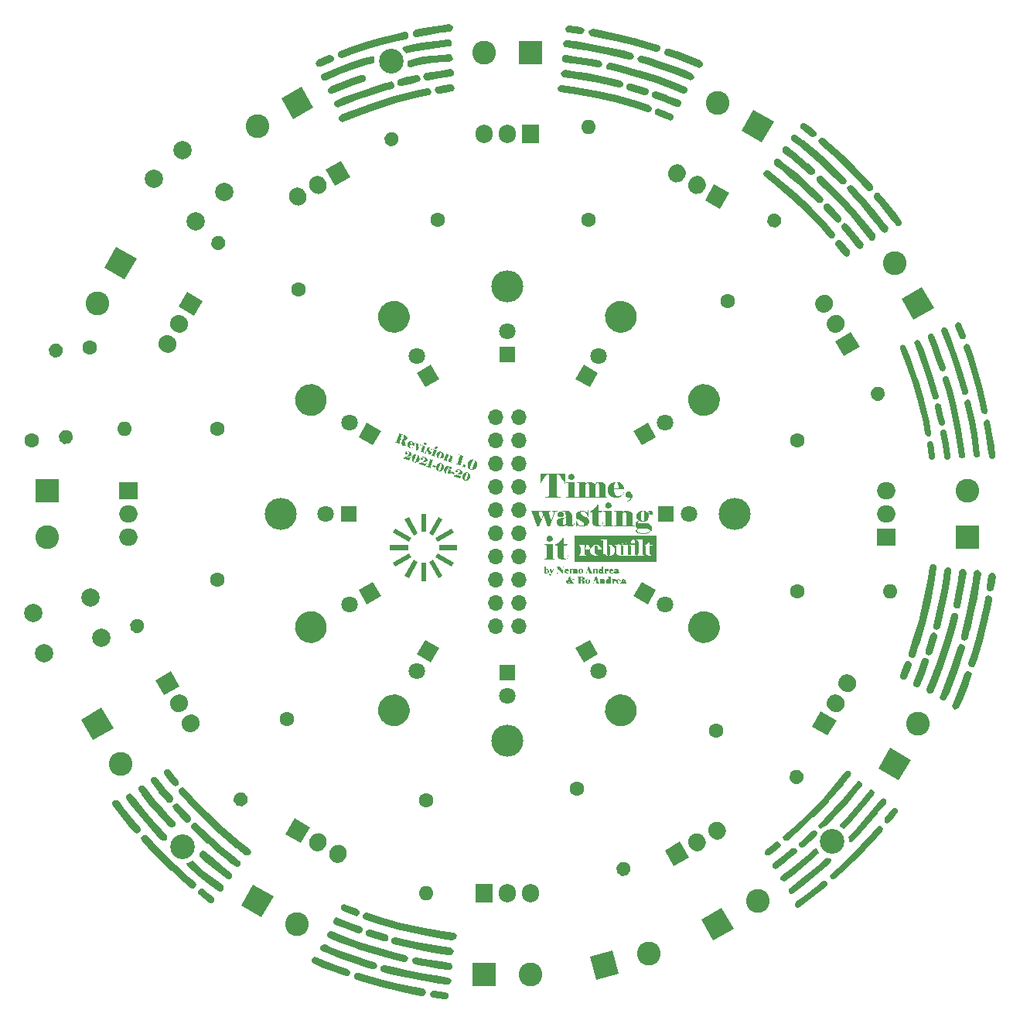
<source format=gbr>
%MOMM*%
%FSLAX46Y46*%
%IPPOS*%
%ADD10C,0.05*%
%ADD11C,0.05*%
%ADD12C,2.7*%
%ADD13O,1.7X1.7*%
%ADD14C,1.6*%
%ADD15O,1.6X1.6*%
%ADD16C,0.1*%
%ADD17O,3.5X3.5*%
%ADD18R,2X1.905*%
%ADD19O,2X1.905*%
%ADD20R,1.905X2*%
%ADD21O,1.905X2*%
%ADD22C,1.8*%
%ADD23R,1.8X1.8*%
%ADD24C,2.6*%
%ADD25R,2.6X2.6*%
%ADD26C,2*%
%LPD*%
G01*
D10*
%LPD*%
G36*
X167665104Y-102607462D02*
G01*
X167605104Y-102607462D01*
X167503352Y-102388153D01*
X167375794Y-102152379D01*
X167242912Y-101919546D01*
X167100624Y-101729046D01*
X167029774Y-101646584D01*
X166902774Y-101556626D01*
X166846624Y-101549129D01*
X166705514Y-101542029D01*
X166705514Y-103598726D01*
X166712514Y-103761002D01*
X166727231Y-103862720D01*
X166758414Y-103919752D01*
X166803684Y-103956792D01*
X166874834Y-103972672D01*
X166950086Y-103979169D01*
X167015944Y-103983252D01*
X167077092Y-103986769D01*
X167128834Y-103990352D01*
X167128834Y-104046792D01*
X165403754Y-104046792D01*
X165403754Y-103990352D01*
X165636584Y-103979772D01*
X165731244Y-103963899D01*
X165781224Y-103926852D01*
X165815324Y-103872174D01*
X165830624Y-103768102D01*
X165837624Y-103605823D01*
X165837624Y-101542073D01*
X165700034Y-101549173D01*
X165642560Y-101556229D01*
X165517325Y-101640895D01*
X165449564Y-101718506D01*
X165311396Y-101899599D01*
X165170874Y-102141839D01*
X165040341Y-102388784D01*
X164938034Y-102607506D01*
X164878034Y-102607506D01*
X164878154Y-101475046D01*
X167665104Y-101475046D01*
G37*
%LPD*%
G36*
X168627334Y-103605810D02*
G01*
X168631334Y-103768090D01*
X168634867Y-103880979D01*
X168652534Y-103937423D01*
X168687246Y-103971521D01*
X168776004Y-103986813D01*
X168860704Y-103990313D01*
X168860084Y-104046796D01*
X167717084Y-104046796D01*
X167717084Y-103990356D01*
X167801784Y-103986856D01*
X167890562Y-103971571D01*
X167925254Y-103937466D01*
X167942921Y-103883371D01*
X167946454Y-103768133D01*
X167949454Y-103605853D01*
X167949454Y-102762716D01*
X167946454Y-102618077D01*
X167938254Y-102540464D01*
X167925254Y-102491077D01*
X167894687Y-102454037D01*
X167798254Y-102438157D01*
X167703054Y-102431057D01*
X167703054Y-102374617D01*
X168627334Y-102374617D01*
G37*
%LPD*%
G36*
X168355483Y-101457845D02*
G01*
X168477193Y-101505470D01*
X168528494Y-101549126D01*
X168575381Y-101597191D01*
X168626532Y-101715372D01*
X168630794Y-101785487D01*
X168626532Y-101854280D01*
X168575381Y-101974224D01*
X168528494Y-102025376D01*
X168477185Y-102069032D01*
X168355475Y-102116657D01*
X168285074Y-102120626D01*
X168216136Y-102116657D01*
X168094426Y-102069032D01*
X168041654Y-102025376D01*
X167996371Y-101974222D01*
X167946971Y-101854278D01*
X167942854Y-101785488D01*
X167946971Y-101718461D01*
X167996371Y-101602045D01*
X168041654Y-101552656D01*
X168094426Y-101507382D01*
X168216136Y-101457992D01*
X168285074Y-101453876D01*
G37*
%LPD*%
G36*
X167942854Y-101785488D02*
G01*
X167942854Y-101785489D01*
X167942854Y-101785487D01*
G37*
%LPD*%
G36*
X170420209Y-102342848D02*
G01*
X170591309Y-102385183D01*
X170665834Y-102423990D01*
X170736681Y-102468088D01*
X170846041Y-102591561D01*
X170884554Y-102670936D01*
X170911637Y-102595677D01*
X170976254Y-102473380D01*
X171026520Y-102411939D01*
X171241715Y-102344912D01*
X171406644Y-102339326D01*
X171523943Y-102344912D01*
X171732083Y-102411939D01*
X171822924Y-102473380D01*
X171903765Y-102543642D01*
X171991955Y-102716503D01*
X171999304Y-102819103D01*
X171999304Y-103605797D01*
X172002304Y-103768076D01*
X172005254Y-103885668D01*
X172020004Y-103937409D01*
X172055304Y-103969161D01*
X172147004Y-103986799D01*
X172210504Y-103990299D01*
X172210924Y-104046796D01*
X171149064Y-104046796D01*
X171149064Y-103990356D01*
X171255482Y-103983888D01*
X171293694Y-103951546D01*
X171314277Y-103895099D01*
X171318394Y-103768102D01*
X171322394Y-103605823D01*
X171322394Y-102893212D01*
X171318394Y-102748573D01*
X171311927Y-102610990D01*
X171279594Y-102529852D01*
X171259447Y-102499130D01*
X171194187Y-102465615D01*
X171149074Y-102462822D01*
X171083809Y-102472817D01*
X171011484Y-102522792D01*
X170978101Y-102555716D01*
X170930501Y-102668605D01*
X170916284Y-102748569D01*
X170916284Y-103605819D01*
X170919284Y-103768099D01*
X170921051Y-103870401D01*
X170929884Y-103930376D01*
X170941492Y-103953454D01*
X171010287Y-103983439D01*
X171067474Y-103990346D01*
X171067474Y-104046786D01*
X170065584Y-104046786D01*
X170065584Y-103990346D01*
X170169651Y-103983878D01*
X170210224Y-103951536D01*
X170230807Y-103895089D01*
X170234924Y-103768093D01*
X170238924Y-103605813D01*
X170238924Y-102893203D01*
X170234924Y-102748563D01*
X170228457Y-102610981D01*
X170196124Y-102529843D01*
X170175977Y-102499121D01*
X170110712Y-102465606D01*
X170065594Y-102462813D01*
X170008706Y-102466047D01*
X169925801Y-102504852D01*
X169899784Y-102540423D01*
X169860417Y-102618621D01*
X169832784Y-102699173D01*
X169832784Y-103605811D01*
X169836784Y-103768090D01*
X169838551Y-103870394D01*
X169847384Y-103930367D01*
X169858992Y-103953445D01*
X169927787Y-103983430D01*
X169984974Y-103990337D01*
X169984974Y-104046777D01*
X168930144Y-104046777D01*
X168930144Y-103990337D01*
X169007744Y-103986837D01*
X169096522Y-103971552D01*
X169131214Y-103937447D01*
X169148881Y-103883352D01*
X169152414Y-103768114D01*
X169156414Y-103605834D01*
X169156414Y-102762697D01*
X169152414Y-102618057D01*
X169144214Y-102540444D01*
X169131214Y-102491057D01*
X169100647Y-102454017D01*
X169004214Y-102438137D01*
X168923114Y-102431037D01*
X168923114Y-102374597D01*
X169819164Y-102374597D01*
X169819164Y-102639180D01*
X169860876Y-102540401D01*
X169942634Y-102441624D01*
X169998176Y-102394735D01*
X170188676Y-102343583D01*
X170323634Y-102339320D01*
G37*
%LPD*%
G36*
X173142692Y-102400356D02*
G01*
X173063317Y-102455036D01*
X173037594Y-102505160D01*
X172999394Y-102630396D01*
X172977594Y-102833243D01*
X172970594Y-103059023D01*
X173439694Y-103059019D01*
X173435861Y-103017859D01*
X173432694Y-102967299D01*
X173432694Y-102833243D01*
X173423877Y-102635688D01*
X173379794Y-102508689D01*
X173350109Y-102456948D01*
X173302008Y-102427348D01*
X173547607Y-102398858D01*
X173722797Y-102463558D01*
X173838334Y-102568656D01*
X173936963Y-102687572D01*
X174044558Y-102968030D01*
X174053524Y-103129573D01*
X172970494Y-103129573D01*
X172973444Y-103257749D01*
X172988194Y-103390629D01*
X173014677Y-103519980D01*
X173062294Y-103644629D01*
X173125831Y-103760458D01*
X173217514Y-103845713D01*
X173270727Y-103879666D01*
X173397727Y-103916706D01*
X173471514Y-103919793D01*
X173575292Y-103914795D01*
X173744627Y-103854824D01*
X173810184Y-103799850D01*
X173871185Y-103735615D01*
X173968200Y-103582155D01*
X174004214Y-103492930D01*
X174060584Y-103517629D01*
X174006188Y-103645217D01*
X173847438Y-103853356D01*
X173743084Y-103933906D01*
X173630486Y-104001816D01*
X173372956Y-104075899D01*
X173228024Y-104082073D01*
X173026058Y-104072519D01*
X172683863Y-103957867D01*
X172543634Y-103852769D01*
X172479399Y-103792723D01*
X172378858Y-103654258D01*
X172286695Y-103407975D01*
X172275524Y-103210713D01*
X172286989Y-103025945D01*
X172381579Y-102787489D01*
X172484768Y-102648583D01*
X172550694Y-102586296D01*
X172694596Y-102473113D01*
X172931211Y-102385478D01*
G37*
%LPD*%
G36*
X173412352Y-102348906D02*
G01*
X173547607Y-102398858D01*
X173302008Y-102427348D01*
X173258384Y-102400503D01*
X173196344Y-102395799D01*
X173142692Y-102400356D01*
X172931211Y-102385478D01*
X173027971Y-102349641D01*
X173217444Y-102339352D01*
G37*
%LPD*%
G36*
X174635424Y-103407073D02*
G01*
X174787119Y-103477628D01*
X174848264Y-103542303D01*
X174903241Y-103613446D01*
X174963216Y-103779252D01*
X174968214Y-103873916D01*
X174959835Y-104009294D01*
X174859290Y-104240362D01*
X174767124Y-104336053D01*
X174662762Y-104420132D01*
X174415817Y-104511854D01*
X174273234Y-104519497D01*
X174266234Y-104470129D01*
X174357813Y-104457483D01*
X174521858Y-104393983D01*
X174594324Y-104343129D01*
X174658999Y-104286391D01*
X174729554Y-104152336D01*
X174735434Y-104075019D01*
X174733667Y-104039737D01*
X174724834Y-104018569D01*
X174716051Y-104003861D01*
X174700134Y-104000919D01*
X174670151Y-104005034D01*
X174619034Y-104025609D01*
X174564382Y-104046184D01*
X174516724Y-104050299D01*
X174459401Y-104046624D01*
X174353571Y-104002529D01*
X174305064Y-103962109D01*
X174261385Y-103916397D01*
X174213735Y-103808800D01*
X174209764Y-103746916D01*
X174213585Y-103676506D01*
X174259435Y-103554796D01*
X174301464Y-103503496D01*
X174351314Y-103456607D01*
X174473019Y-103405456D01*
X174544874Y-103401193D01*
G37*
%LPD*%
G36*
X164845704Y-105574722D02*
G01*
X164821004Y-105574722D01*
X164801021Y-105576485D01*
X164757504Y-105585302D01*
X164719254Y-105606467D01*
X164711604Y-105669972D01*
X164712104Y-105694664D01*
X164714604Y-105719362D01*
X164722571Y-105754630D01*
X164746404Y-105832249D01*
X164781087Y-105935733D01*
X164841704Y-106114472D01*
X164909889Y-106312616D01*
X164982814Y-106513112D01*
X165204934Y-105962858D01*
X165130834Y-105758245D01*
X165103217Y-105691809D01*
X165077934Y-105641829D01*
X165048534Y-105598907D01*
X165000334Y-105581859D01*
X164922734Y-105574759D01*
X164922734Y-105518319D01*
X166002234Y-105518319D01*
X166002234Y-105574759D01*
X165949334Y-105574759D01*
X165917601Y-105576522D01*
X165871734Y-105585339D01*
X165830567Y-105606504D01*
X165822334Y-105670009D01*
X165823001Y-105694701D01*
X165826334Y-105719399D01*
X165834884Y-105758195D01*
X165861634Y-105853453D01*
X165903396Y-105976925D01*
X165971004Y-106170953D01*
X166040394Y-106367920D01*
X166090944Y-106506092D01*
X166334364Y-105871092D01*
X166372614Y-105746444D01*
X166380264Y-105673536D01*
X166376147Y-105627084D01*
X166355564Y-105606506D01*
X166327931Y-105593578D01*
X166288564Y-105585336D01*
X166248014Y-105579419D01*
X166214464Y-105578236D01*
X166186264Y-105575319D01*
X166158064Y-105574736D01*
X166158064Y-105518296D01*
X166747204Y-105518296D01*
X166747204Y-105574706D01*
X166620204Y-105588806D01*
X166567872Y-105606303D01*
X166469092Y-105728012D01*
X166422644Y-105832225D01*
X165900534Y-107204532D01*
X165646534Y-107204532D01*
X165237314Y-106047419D01*
X164782224Y-107204529D01*
X164531754Y-107204529D01*
X164478261Y-107051659D01*
X164422394Y-106894085D01*
X164350692Y-106693002D01*
X164217784Y-106322585D01*
X164089019Y-105955107D01*
X164023754Y-105782835D01*
X163981987Y-105674649D01*
X163956754Y-105627612D01*
X163932037Y-105599977D01*
X163893254Y-105588802D01*
X163850937Y-105579985D01*
X163808554Y-105578222D01*
X163770337Y-105575305D01*
X163734454Y-105574722D01*
X163734454Y-105518282D01*
X164845704Y-105518282D01*
G37*
%LPD*%
G36*
X167402335Y-106093436D02*
G01*
X167372904Y-106121618D01*
X167320114Y-106160425D01*
X167163129Y-106202760D01*
X167058934Y-106206288D01*
X166943689Y-106195705D01*
X166847264Y-106142788D01*
X166806839Y-106107509D01*
X166762739Y-106019314D01*
X166759064Y-105966398D01*
X166769207Y-105860711D01*
X166890917Y-105686086D01*
X166904207Y-105677874D01*
G37*
%LPD*%
G36*
X167621494Y-106276268D02*
G01*
X167542744Y-106315665D01*
X167609545Y-106266300D01*
G37*
%LPD*%
G36*
X167578608Y-106240491D02*
G01*
X167586872Y-106238029D01*
X167634514Y-106213331D01*
X167666847Y-106179231D01*
X167673314Y-106121611D01*
X167669314Y-105800582D01*
X167663431Y-105675934D01*
X167634014Y-105603028D01*
X167613132Y-105575542D01*
X167539047Y-105545557D01*
X167485844Y-105543058D01*
X167418854Y-105548350D01*
X167365904Y-105574808D01*
X167327654Y-105609498D01*
X167320004Y-105655948D01*
X167332354Y-105698278D01*
X167394104Y-105754728D01*
X167429671Y-105785447D01*
X167468471Y-105871877D01*
X167471704Y-105927588D01*
X167467587Y-105981241D01*
X167418187Y-106078256D01*
X167402335Y-106093436D01*
X166904207Y-105677874D01*
X167002484Y-105617148D01*
X167129776Y-105557323D01*
X167422581Y-105492060D01*
X167588094Y-105486621D01*
X167729058Y-105491619D01*
X167991878Y-105551591D01*
X168113734Y-105606565D01*
X168223679Y-105670212D01*
X168286800Y-105765825D01*
X167609545Y-106266300D01*
G37*
%LPD*%
G36*
X167392777Y-106432676D02*
G01*
X167369894Y-106523808D01*
X167355144Y-106623763D01*
X167352194Y-106728418D01*
X167356311Y-106876585D01*
X167376894Y-106982418D01*
X167391889Y-107026074D01*
X167448334Y-107073699D01*
X167489784Y-107077668D01*
X167553854Y-107068848D01*
X167606204Y-107024748D01*
X167652637Y-106970653D01*
X167673204Y-106911858D01*
X167673284Y-106911829D01*
X167673284Y-106249873D01*
X168349366Y-105919758D01*
X168353614Y-105969925D01*
X168353614Y-106777788D01*
X168357147Y-106881856D01*
X168374814Y-106950648D01*
X168385864Y-106979752D01*
X168429964Y-107011502D01*
X168463014Y-107014148D01*
X168463514Y-107014135D01*
X168503656Y-107009872D01*
X168561861Y-106958719D01*
X168579924Y-106911829D01*
X168609341Y-106799528D01*
X168615224Y-106661358D01*
X168664624Y-106661358D01*
X168659920Y-106807761D01*
X168603475Y-107012371D01*
X168551734Y-107070579D01*
X168445901Y-107157011D01*
X168354174Y-107194052D01*
X168257746Y-107217569D01*
X168128404Y-107222272D01*
X168053877Y-107219038D01*
X167918052Y-107180233D01*
X167856754Y-107144662D01*
X167802370Y-107103652D01*
X167731815Y-106999584D01*
X167715644Y-106936525D01*
X167684207Y-107005904D01*
X167588957Y-107115264D01*
X167525144Y-107155245D01*
X167456503Y-107187585D01*
X167285408Y-107222865D01*
X167182954Y-107225805D01*
X167073592Y-107220660D01*
X166890147Y-107158924D01*
X166816064Y-107102332D01*
X166751389Y-107036628D01*
X166680834Y-106865531D01*
X166674954Y-106760138D01*
X166678629Y-106674883D01*
X166722729Y-106533772D01*
X166763154Y-106477915D01*
X166851941Y-106382666D01*
X166943074Y-106343861D01*
X167051244Y-106320353D01*
X167225294Y-106301531D01*
X167398742Y-106283296D01*
X167469748Y-106269414D01*
X167540914Y-106314506D01*
X167466286Y-106350945D01*
X167422794Y-106386225D01*
G37*
%LPD*%
G36*
X167542744Y-106315665D02*
G01*
X167540914Y-106314506D01*
X167550932Y-106309614D01*
G37*
%LPD*%
G36*
X167621494Y-106276268D02*
G01*
X167620656Y-106275570D01*
X167623604Y-106274130D01*
G37*
%LPD*%
G36*
X167542744Y-106315665D02*
G01*
X167466286Y-106350945D01*
X167540914Y-106314506D01*
G37*
%LPD*%
G36*
X168286800Y-105765825D02*
G01*
X168343619Y-105851892D01*
X168349366Y-105919758D01*
X167673284Y-106249873D01*
X167673284Y-106238025D01*
X167662684Y-106234525D01*
X167623604Y-106274130D01*
X167620656Y-106275570D01*
X167609545Y-106266300D01*
G37*
%LPD*%
G36*
X167469748Y-106269414D02*
G01*
X167503984Y-106262721D01*
X167578608Y-106240491D01*
X167609545Y-106266300D01*
X167550932Y-106309614D01*
X167540914Y-106314506D01*
G37*
%LPD*%
G36*
X170140544Y-106156889D02*
G01*
X170094644Y-106156889D01*
X170064077Y-106069280D01*
X170024044Y-105969916D01*
X169975266Y-105867612D01*
X169900574Y-105765309D01*
X169821207Y-105667706D01*
X169734774Y-105603029D01*
X169638344Y-105555987D01*
X169508994Y-105546579D01*
X169416081Y-105554811D01*
X169346714Y-105595969D01*
X169296714Y-105645945D01*
X169286714Y-105712386D01*
X169293764Y-105787646D01*
X169329014Y-105839386D01*
X169381369Y-105886423D01*
X169459544Y-105938166D01*
X169554227Y-105992848D01*
X169688844Y-106068696D01*
X169831722Y-106146306D01*
X169953434Y-106223916D01*
X170063379Y-106307994D01*
X170147464Y-106417946D01*
X170183031Y-106475860D01*
X170221831Y-106606387D01*
X170225064Y-106679000D01*
X170216392Y-106809234D01*
X170112321Y-107013845D01*
X170016924Y-107088223D01*
X169910944Y-107151282D01*
X169662234Y-107220073D01*
X169519504Y-107225806D01*
X169368989Y-107215223D01*
X169223174Y-107162306D01*
X169082644Y-107091159D01*
X168944474Y-107017666D01*
X168900357Y-107030013D01*
X168863374Y-107091746D01*
X168832791Y-107167591D01*
X168821074Y-107250496D01*
X168771674Y-107250496D01*
X168771684Y-106460275D01*
X168817584Y-106460275D01*
X168909292Y-106720742D01*
X169001034Y-106880079D01*
X169095092Y-107002964D01*
X169198584Y-107081162D01*
X169255175Y-107111884D01*
X169387470Y-107145399D01*
X169463174Y-107148192D01*
X169547256Y-107140549D01*
X169614864Y-107102332D01*
X169667781Y-107047063D01*
X169678364Y-106968278D01*
X169670131Y-106868324D01*
X169628964Y-106806002D01*
X169570161Y-106751907D01*
X169473744Y-106693112D01*
X169362027Y-106627848D01*
X169226804Y-106555528D01*
X169096271Y-106479094D01*
X168993964Y-106407362D01*
X168908724Y-106330341D01*
X168849324Y-106241555D01*
X168808157Y-106145131D01*
X168799924Y-106029889D01*
X168808156Y-105904358D01*
X168906936Y-105703276D01*
X168997484Y-105627725D01*
X169099939Y-105561430D01*
X169341594Y-105489109D01*
X169480794Y-105483082D01*
X169612494Y-105491314D01*
X169734794Y-105532472D01*
X169851792Y-105591854D01*
X169971144Y-105648886D01*
X170018194Y-105638891D01*
X170055844Y-105588916D01*
X170085261Y-105525418D01*
X170091144Y-105447809D01*
X170140544Y-105447809D01*
G37*
%LPD*%
G36*
X171235424Y-105518358D02*
G01*
X171697564Y-105518358D01*
X171648164Y-105652412D01*
X171235414Y-105652412D01*
X171235414Y-106611968D01*
X171242414Y-106791885D01*
X171245206Y-106864645D01*
X171278706Y-106979298D01*
X171309414Y-107021191D01*
X171344386Y-107056762D01*
X171429051Y-107095567D01*
X171478744Y-107098801D01*
X171544447Y-107094097D01*
X171644987Y-107037652D01*
X171679824Y-106985911D01*
X171732741Y-106865379D01*
X171743324Y-106728384D01*
X171792724Y-106728384D01*
X171787874Y-106825251D01*
X171729669Y-106999876D01*
X171676314Y-107077634D01*
X171606933Y-107145544D01*
X171356458Y-107219627D01*
X171175364Y-107225801D01*
X171056010Y-107220509D01*
X170840815Y-107157009D01*
X170744974Y-107098801D01*
X170659279Y-107031038D01*
X170565794Y-106852885D01*
X170558004Y-106742494D01*
X170558064Y-105652412D01*
X170318184Y-105652412D01*
X170318184Y-105557162D01*
X170439887Y-105516593D01*
X170568644Y-105440745D01*
X170696829Y-105348438D01*
X170815594Y-105239662D01*
X170928479Y-105124421D01*
X171013144Y-105013885D01*
X171087791Y-104908052D01*
X171136624Y-104816329D01*
X171235424Y-104816329D01*
G37*
%LPD*%
G36*
X172682984Y-106749532D02*
G01*
X172685984Y-106911809D01*
X172689517Y-107024698D01*
X172707184Y-107081142D01*
X172741896Y-107115247D01*
X172830654Y-107130532D01*
X172915354Y-107134032D01*
X172915834Y-107190525D01*
X171772834Y-107190525D01*
X171772834Y-107134075D01*
X171857534Y-107130575D01*
X171946319Y-107115290D01*
X171981004Y-107081185D01*
X171998671Y-107027096D01*
X172002204Y-106911851D01*
X172006204Y-106749574D01*
X172006204Y-105906435D01*
X172002204Y-105761798D01*
X171994004Y-105684185D01*
X171981004Y-105634798D01*
X171950437Y-105597758D01*
X171854004Y-105581878D01*
X171758704Y-105574778D01*
X171758704Y-105518338D01*
X172682984Y-105518338D01*
G37*
%LPD*%
G36*
X172411243Y-104601574D02*
G01*
X172532948Y-104649199D01*
X172584244Y-104692855D01*
X172631136Y-104740920D01*
X172682291Y-104859101D01*
X172686554Y-104929216D01*
X172682291Y-104998007D01*
X172631136Y-105117952D01*
X172584244Y-105169105D01*
X172532935Y-105212761D01*
X172411230Y-105260386D01*
X172340834Y-105264355D01*
X172271896Y-105260386D01*
X172150186Y-105212761D01*
X172097414Y-105169105D01*
X172052131Y-105117951D01*
X172002731Y-104998007D01*
X171998614Y-104929217D01*
X172002731Y-104862190D01*
X172052131Y-104745774D01*
X172097414Y-104696385D01*
X172150186Y-104651111D01*
X172271896Y-104601721D01*
X172340834Y-104597605D01*
G37*
%LPD*%
G36*
X171998614Y-104929217D02*
G01*
X171998614Y-104929218D01*
X171998614Y-104929216D01*
G37*
%LPD*%
G36*
X174523036Y-105488938D02*
G01*
X174739991Y-105559494D01*
X174834504Y-105624171D01*
X174918585Y-105696784D01*
X175010310Y-105862589D01*
X175017954Y-105955781D01*
X175017954Y-106749531D01*
X175021954Y-106911808D01*
X175025487Y-107024697D01*
X175043154Y-107081139D01*
X175077866Y-107115244D01*
X175166624Y-107130529D01*
X175244224Y-107134029D01*
X175244224Y-107190479D01*
X174154134Y-107190479D01*
X174154134Y-107134029D01*
X174264671Y-107127562D01*
X174309354Y-107095229D01*
X174332854Y-107036435D01*
X174337554Y-106911783D01*
X174341554Y-106749503D01*
X174340504Y-106029885D01*
X174336504Y-105885245D01*
X174328419Y-105759127D01*
X174261722Y-105647341D01*
X174188960Y-105612945D01*
X174142474Y-105610079D01*
X174083679Y-105613313D01*
X173995484Y-105652118D01*
X173966084Y-105687689D01*
X173919634Y-105765887D01*
X173884984Y-105846439D01*
X173884984Y-106749549D01*
X173888984Y-106911826D01*
X173893101Y-107038827D01*
X173913684Y-107095272D01*
X173958942Y-107127605D01*
X174072434Y-107134072D01*
X174072434Y-107190522D01*
X172975294Y-107190522D01*
X172975294Y-107134072D01*
X173059994Y-107130572D01*
X173148779Y-107115287D01*
X173183464Y-107081182D01*
X173201131Y-107027093D01*
X173204664Y-106911849D01*
X173208664Y-106749572D01*
X173208664Y-105906432D01*
X173204664Y-105761795D01*
X173196464Y-105684182D01*
X173183464Y-105634795D01*
X173152897Y-105597755D01*
X173056464Y-105581875D01*
X172975364Y-105574775D01*
X172975364Y-105518335D01*
X173871424Y-105518335D01*
X173871424Y-105782921D01*
X173920221Y-105684141D01*
X174009004Y-105585362D01*
X174067949Y-105538473D01*
X174263744Y-105487321D01*
X174400594Y-105483058D01*
G37*
%LPD*%
G36*
X176790164Y-106082812D02*
G01*
X176781639Y-106212604D01*
X176679334Y-106429562D01*
X176585554Y-106516728D01*
X176480309Y-106591105D01*
X176245616Y-106670486D01*
X176786163Y-106009636D01*
G37*
%LPD*%
G36*
X175426577Y-106201325D02*
G01*
X175417296Y-106164221D01*
X175416661Y-106147418D01*
G37*
%LPD*%
G36*
X177176737Y-105580236D02*
G01*
X177213787Y-105666668D01*
X177216874Y-105719438D01*
X177207457Y-105799403D01*
X177160374Y-105860548D01*
X177098079Y-105907581D01*
X177012204Y-105916988D01*
X176931632Y-105909345D01*
X176889000Y-105883911D01*
X177155008Y-105558701D01*
G37*
%LPD*%
G36*
X175661104Y-107476275D02*
G01*
X175571132Y-107495082D01*
X175647410Y-107401828D01*
G37*
%LPD*%
G36*
X176854113Y-106931073D02*
G01*
X176945394Y-107007066D01*
X177024622Y-107093497D01*
X177111052Y-107301637D01*
X177118254Y-107423346D01*
X177115204Y-107498385D01*
X177078604Y-107631558D01*
X177005404Y-107744446D01*
X176895604Y-107837049D01*
X176825454Y-107874899D01*
X176676552Y-107941192D01*
X176336122Y-108013512D01*
X176144594Y-108019539D01*
X175987313Y-108016305D01*
X175705088Y-107977500D01*
X175580144Y-107941929D01*
X175470194Y-107898273D01*
X175350249Y-107762452D01*
X175340254Y-107670286D01*
X175343196Y-107625896D01*
X175378496Y-107551812D01*
X175410854Y-107522119D01*
X175490829Y-107474492D01*
X175558791Y-107457118D01*
X175571132Y-107495082D01*
X175516474Y-107532715D01*
X175481224Y-107585043D01*
X175474174Y-107663242D01*
X175482699Y-107730859D01*
X175585004Y-107836692D01*
X175678784Y-107874908D01*
X175785353Y-107908861D01*
X176023478Y-107945901D01*
X176155034Y-107948988D01*
X176317165Y-107945901D01*
X176587040Y-107908861D01*
X176694784Y-107874908D01*
X176788564Y-107834193D01*
X176890869Y-107716013D01*
X176899394Y-107638548D01*
X176895573Y-107591951D01*
X176849723Y-107526688D01*
X176807694Y-107508021D01*
X176703051Y-107481563D01*
X176546634Y-107476271D01*
X175661104Y-107476275D01*
X175657131Y-107454676D01*
X176700315Y-106875894D01*
G37*
%LPD*%
G36*
X175545618Y-107416600D02*
G01*
X175463189Y-107363371D01*
X175372054Y-107264593D01*
X175336487Y-107213292D01*
X175297687Y-107091584D01*
X175294454Y-107021177D01*
X175299304Y-106935188D01*
X175348183Y-106809282D01*
G37*
%LPD*%
G36*
X176105929Y-106841262D02*
G01*
X176483254Y-106841262D01*
X176623043Y-106848171D01*
X176700315Y-106875894D01*
X175657131Y-107454676D01*
X175647410Y-107401828D01*
G37*
%LPD*%
G36*
X175571132Y-107495082D02*
G01*
X175558791Y-107457118D01*
X175594304Y-107448039D01*
X175545618Y-107416600D01*
X175348183Y-106809282D01*
X175357509Y-106785257D01*
X175410864Y-106721316D01*
X175470985Y-106663695D01*
X175508010Y-106644012D01*
X175647410Y-107401828D01*
G37*
%LPD*%
G36*
X177103676Y-105517471D02*
G01*
X177142774Y-105546575D01*
X177155008Y-105558701D01*
X176889000Y-105883911D01*
X176867574Y-105871128D01*
X176820574Y-105814683D01*
X176811174Y-105730018D01*
X176816474Y-105681805D01*
X176842974Y-105638298D01*
X176872391Y-105596553D01*
X176878274Y-105571268D01*
X176873574Y-105559518D01*
X176850074Y-105557168D01*
X176802422Y-105563636D01*
X176747764Y-105595978D01*
X176694881Y-105637725D01*
X176656064Y-105705339D01*
X176714864Y-105778248D01*
X176754864Y-105874672D01*
X176784281Y-105975215D01*
X176786163Y-106009636D01*
X176245616Y-106670486D01*
X176240419Y-106672244D01*
X176105774Y-106679005D01*
X175937619Y-106667833D01*
X175774164Y-106611975D01*
X175701246Y-106611355D01*
X175633054Y-106636655D01*
X175602346Y-106654147D01*
X175568846Y-106705301D01*
X175566054Y-106738962D01*
X175574871Y-106784235D01*
X175618954Y-106813042D01*
X175670702Y-106836559D01*
X175731844Y-106841262D01*
X176105929Y-106841262D01*
X175647410Y-107401828D01*
X175508010Y-106644012D01*
X175610335Y-106589612D01*
X175689564Y-106573150D01*
X175568442Y-106482602D01*
X175484954Y-106368539D01*
X175452596Y-106305333D01*
X175426577Y-106201325D01*
X175416661Y-106147418D01*
X175414354Y-106086316D01*
X175422732Y-105954906D01*
X175523272Y-105736185D01*
X175615434Y-105648873D01*
X175721120Y-105572878D01*
X175864080Y-105524539D01*
X176063254Y-105542906D01*
X176003279Y-105583476D01*
X175982094Y-105620665D01*
X175952677Y-105706507D01*
X175946794Y-105825277D01*
X175936194Y-106082804D01*
X175946794Y-106340331D01*
X175953261Y-106456749D01*
X175985594Y-106544944D01*
X176006759Y-106580515D01*
X176066734Y-106619320D01*
X176105544Y-106622554D01*
X176144187Y-106619320D01*
X176202397Y-106580515D01*
X176221964Y-106544944D01*
X176254297Y-106459102D01*
X176260764Y-106340331D01*
X176271414Y-106082802D01*
X176260814Y-105825275D01*
X176254931Y-105703565D01*
X176225514Y-105617135D01*
X176205661Y-105581564D01*
X176183682Y-105567748D01*
X176413511Y-105547711D01*
X176522366Y-105588164D01*
X176627787Y-105676995D01*
X176673581Y-105594789D01*
X176747664Y-105535995D01*
X176789155Y-105514962D01*
X177030431Y-105493927D01*
G37*
%LPD*%
G36*
X176261311Y-105491151D02*
G01*
X176413511Y-105547711D01*
X176183682Y-105567748D01*
X176143926Y-105542759D01*
X176102044Y-105539525D01*
X176063254Y-105542906D01*
X175864080Y-105524539D01*
X175966300Y-105489975D01*
X176105794Y-105483066D01*
G37*
%LPD*%
G36*
X177004901Y-105485721D02*
G01*
X177030431Y-105493927D01*
X176789155Y-105514962D01*
X176834657Y-105491895D01*
X176945224Y-105483075D01*
G37*
%LPD*%
G36*
X166247264Y-110375182D02*
G01*
X166251264Y-110537459D01*
X166254797Y-110650348D01*
X166272464Y-110706792D01*
X166307177Y-110740897D01*
X166395944Y-110756182D01*
X166480644Y-110759682D01*
X166480014Y-110816176D01*
X165337014Y-110816176D01*
X165337014Y-110759736D01*
X165421714Y-110756236D01*
X165510499Y-110740951D01*
X165545184Y-110706846D01*
X165562851Y-110652751D01*
X165566384Y-110537513D01*
X165570384Y-110375236D01*
X165570384Y-109532096D01*
X165566384Y-109387456D01*
X165558184Y-109309843D01*
X165545184Y-109260456D01*
X165514617Y-109223416D01*
X165418184Y-109207536D01*
X165322984Y-109200436D01*
X165322984Y-109143986D01*
X166247264Y-109143986D01*
G37*
%LPD*%
G36*
X165975423Y-108227228D02*
G01*
X166097133Y-108274853D01*
X166148434Y-108318509D01*
X166195322Y-108366574D01*
X166246472Y-108484756D01*
X166250734Y-108554872D01*
X166246472Y-108623663D01*
X166195322Y-108743607D01*
X166148434Y-108794759D01*
X166097125Y-108838415D01*
X165975415Y-108886040D01*
X165905014Y-108890009D01*
X165836076Y-108886040D01*
X165714366Y-108838415D01*
X165661594Y-108794759D01*
X165616311Y-108743605D01*
X165566911Y-108623662D01*
X165562794Y-108554873D01*
X165566911Y-108487845D01*
X165616311Y-108371428D01*
X165661594Y-108322039D01*
X165714366Y-108276765D01*
X165836076Y-108227375D01*
X165905014Y-108223259D01*
G37*
%LPD*%
G36*
X167417884Y-109144010D02*
G01*
X167880024Y-109144010D01*
X167830624Y-109278066D01*
X167417874Y-109278066D01*
X167417874Y-110237623D01*
X167424874Y-110417539D01*
X167427666Y-110490299D01*
X167461166Y-110604951D01*
X167491874Y-110646843D01*
X167526846Y-110682414D01*
X167611511Y-110721219D01*
X167661204Y-110724453D01*
X167726907Y-110719749D01*
X167827447Y-110663305D01*
X167862284Y-110611564D01*
X167915201Y-110491032D01*
X167925784Y-110354037D01*
X167975184Y-110354037D01*
X167970334Y-110450903D01*
X167912129Y-110625528D01*
X167858774Y-110703287D01*
X167789393Y-110771196D01*
X167538918Y-110845279D01*
X167357824Y-110851453D01*
X167238466Y-110846161D01*
X167023271Y-110782661D01*
X166927434Y-110724453D01*
X166841739Y-110656690D01*
X166748254Y-110478537D01*
X166740464Y-110368147D01*
X166740524Y-109278066D01*
X166500634Y-109278066D01*
X166500634Y-109182816D01*
X166622346Y-109142247D01*
X166751104Y-109066400D01*
X166879281Y-108974093D01*
X166998044Y-108865316D01*
X167110937Y-108750076D01*
X167195604Y-108639539D01*
X167270251Y-108533704D01*
X167319084Y-108441983D01*
X167417884Y-108441983D01*
G37*
%LPD*%
G36*
X171031243Y-109280482D02*
G01*
X171093624Y-109318747D01*
X171113824Y-109353913D01*
X171143924Y-109440267D01*
X171150024Y-109574594D01*
X171150024Y-109665964D01*
X171152524Y-109700259D01*
X171155024Y-109728164D01*
X170835954Y-109728164D01*
X170840954Y-109574600D01*
X170855754Y-109436644D01*
X170881754Y-109351461D01*
X170899229Y-109317407D01*
X170953147Y-109280384D01*
X170989420Y-109277329D01*
G37*
%LPD*%
G36*
X170989634Y-109277311D02*
G01*
X170989420Y-109277329D01*
X170989074Y-109277303D01*
G37*
%LPD*%
G36*
X172422143Y-109304468D02*
G01*
X172484524Y-109343981D01*
X172505724Y-109380250D01*
X172537674Y-109465543D01*
X172544024Y-109584416D01*
X172545024Y-109618312D01*
X172549024Y-109701785D01*
X172553524Y-109785382D01*
X172554024Y-109828992D01*
X172550024Y-109906082D01*
X172547024Y-109975177D01*
X172545419Y-110037174D01*
X172545024Y-110087974D01*
X172538224Y-110206363D01*
X172504224Y-110299167D01*
X172482212Y-110338763D01*
X172422069Y-110382008D01*
X172384044Y-110385617D01*
X172344963Y-110382225D01*
X172283842Y-110341477D01*
X172261754Y-110304097D01*
X172229804Y-110212893D01*
X172223454Y-110092904D01*
X172217454Y-110024010D01*
X172216454Y-109958315D01*
X172216454Y-109697050D01*
X172218454Y-109596373D01*
X172222404Y-109501566D01*
X172230754Y-109440351D01*
X172244204Y-109387591D01*
X172273654Y-109344421D01*
X172314184Y-109308426D01*
X172381607Y-109301231D01*
G37*
%LPD*%
G36*
X172381884Y-109301201D02*
G01*
X172381607Y-109301231D01*
X172380974Y-109301180D01*
G37*
%LPD*%
G36*
X175762014Y-108651075D02*
G01*
X175446114Y-108651075D01*
X175446054Y-108689399D01*
X175527554Y-108694299D01*
X175559824Y-108699570D01*
X175257426Y-108772100D01*
X175241114Y-108734026D01*
X175209264Y-108701315D01*
X175136744Y-108647402D01*
X175043404Y-108636655D01*
X175043404Y-108636666D01*
X174951864Y-108647831D01*
X174877894Y-108703776D01*
X174821944Y-108773423D01*
X174810794Y-108862259D01*
X174812811Y-108878741D01*
X173211180Y-109262891D01*
X173051654Y-109262891D01*
X172218834Y-109062071D01*
X172218834Y-108651075D01*
X171556444Y-108651075D01*
X171556544Y-108689405D01*
X171647944Y-108694305D01*
X171707094Y-108704595D01*
X171734344Y-108727685D01*
X171752244Y-108758550D01*
X171755744Y-108816595D01*
X171757744Y-108914985D01*
X171757744Y-108950888D01*
X168647534Y-108200916D01*
X177638854Y-108200916D01*
G37*
%LPD*%
G36*
X171004039Y-109238971D02*
G01*
X171004034Y-109238971D01*
X171004084Y-109238991D01*
X170875254Y-109245950D01*
X170982325Y-109229406D01*
G37*
%LPD*%
G36*
X168647534Y-108200916D02*
G01*
X171757744Y-108950888D01*
X171757744Y-109109597D01*
X170982325Y-109229406D01*
G37*
%LPD*%
G36*
X176816317Y-108785312D02*
G01*
X176815874Y-108785312D01*
X176091634Y-108733497D01*
X176091634Y-108651075D01*
X175762014Y-108651075D01*
X177638854Y-108200916D01*
G37*
%LPD*%
G36*
X171757744Y-109109597D02*
G01*
X171757744Y-109150584D01*
X171146889Y-109249223D01*
X171136599Y-109245435D01*
X171004039Y-109238971D01*
X170982325Y-109229406D01*
G37*
%LPD*%
G36*
X172253748Y-109070490D02*
G01*
X172218834Y-109076128D01*
X172218834Y-109062071D01*
G37*
%LPD*%
G36*
X170875254Y-109245950D02*
G01*
X168647534Y-108200916D01*
X170982325Y-109229406D01*
G37*
%LPD*%
G36*
X170058954Y-109248547D02*
G01*
X169966533Y-109252156D01*
X170048656Y-109240904D01*
G37*
%LPD*%
G36*
X168647534Y-108200916D02*
G01*
X170680072Y-109154389D01*
X170048656Y-109240904D01*
G37*
%LPD*%
G36*
X175593304Y-108705039D02*
G01*
X175613954Y-108730149D01*
X175622854Y-108763769D01*
X175628354Y-108816589D01*
X175630354Y-108914979D01*
X175630354Y-108939710D01*
X174751748Y-109262891D01*
X174647724Y-109262891D01*
X173821137Y-109116593D01*
X174812811Y-108878741D01*
X174821944Y-108953378D01*
X174877894Y-109025308D01*
X174951839Y-109079228D01*
X175043404Y-109089968D01*
X175136719Y-109079228D01*
X175209264Y-109025308D01*
X175241064Y-108990533D01*
X175275602Y-108909028D01*
X175278464Y-108862259D01*
X175275614Y-108814552D01*
X175257426Y-108772100D01*
X175559824Y-108699570D01*
G37*
%LPD*%
G36*
X176174794Y-108739447D02*
G01*
X176091634Y-108770036D01*
X176091634Y-108733497D01*
G37*
%LPD*%
G36*
X177638854Y-111068356D02*
G01*
X168647534Y-111068356D01*
X168647534Y-108200916D01*
X169966533Y-109252156D01*
X169840803Y-109295397D01*
X169807344Y-109334987D01*
X169758544Y-109414042D01*
X169735344Y-109464302D01*
X169735344Y-109262949D01*
X169114074Y-109262949D01*
X169114074Y-109301249D01*
X169176274Y-109306149D01*
X169242024Y-109316879D01*
X169262674Y-109341989D01*
X169271574Y-109375619D01*
X169277074Y-109428439D01*
X169279074Y-109526829D01*
X169279074Y-110099967D01*
X169277074Y-110210306D01*
X169274874Y-110288727D01*
X169262674Y-110325567D01*
X169239074Y-110348837D01*
X169178674Y-110359307D01*
X169113974Y-110361407D01*
X169113974Y-110400067D01*
X169915194Y-110400067D01*
X169915194Y-110361407D01*
X169843194Y-110356807D01*
X169784394Y-110346757D01*
X169759194Y-110325527D01*
X169745294Y-110294422D01*
X169742294Y-110234517D01*
X169740294Y-110114340D01*
X169740294Y-109560179D01*
X169747944Y-109493799D01*
X169785994Y-109421024D01*
X169836334Y-109359164D01*
X169896334Y-109346874D01*
X169908284Y-109349534D01*
X169920234Y-109363384D01*
X169896334Y-109411089D01*
X169872434Y-109457204D01*
X169854534Y-109509174D01*
X169851034Y-109567544D01*
X169861784Y-109646231D01*
X169915734Y-109713726D01*
X169986784Y-109765786D01*
X170073854Y-109776276D01*
X170127544Y-109773269D01*
X170219985Y-109737231D01*
X170258694Y-109704236D01*
X170293919Y-109665540D01*
X170332469Y-109573091D01*
X170335694Y-109519398D01*
X170332257Y-109465536D01*
X170291232Y-109370861D01*
X170253794Y-109329991D01*
X170212718Y-109292616D01*
X170124436Y-109255588D01*
X170718162Y-109172257D01*
X170875254Y-109245950D01*
X170648623Y-109329682D01*
X170550774Y-109406610D01*
X170464968Y-109493299D01*
X170371297Y-109705782D01*
X170363484Y-109831454D01*
X170371088Y-109965573D01*
X170462291Y-110183754D01*
X170545864Y-110267895D01*
X170641245Y-110339375D01*
X170874102Y-110417410D01*
X171011464Y-110423919D01*
X171109984Y-110419709D01*
X171284906Y-110369258D01*
X171361464Y-110323066D01*
X171432453Y-110268315D01*
X171540554Y-110126924D01*
X171577574Y-110040186D01*
X171539274Y-110023306D01*
X171486824Y-110141269D01*
X171407154Y-110232038D01*
X171362580Y-110269413D01*
X171247508Y-110310164D01*
X171176984Y-110313558D01*
X171079354Y-110305228D01*
X171004094Y-110263308D01*
X170941774Y-110205178D01*
X170898674Y-110126262D01*
X170866524Y-110041591D01*
X170848374Y-109953725D01*
X170838074Y-109863393D01*
X170836074Y-109776266D01*
X171572604Y-109776266D01*
X171566532Y-109666392D01*
X171493496Y-109475530D01*
X171426424Y-109394644D01*
X171347840Y-109323203D01*
X171146889Y-109249223D01*
X171757744Y-109150584D01*
X171757744Y-110020846D01*
X171755244Y-110135179D01*
X171752744Y-110227120D01*
X171752744Y-110313080D01*
X171750744Y-110407037D01*
X171779544Y-110407037D01*
X171813544Y-110349153D01*
X171849144Y-110289668D01*
X171886694Y-110232108D01*
X171921144Y-110193738D01*
X171935544Y-110193738D01*
X172008749Y-110270342D01*
X172105974Y-110346947D01*
X172160940Y-110382156D01*
X172304817Y-110420676D01*
X172393764Y-110423897D01*
X172529982Y-110417109D01*
X172761334Y-110335602D01*
X172856564Y-110260845D01*
X172940152Y-110174768D01*
X173031344Y-109957569D01*
X173038944Y-109826512D01*
X173032858Y-109698885D01*
X172959778Y-109486667D01*
X172892754Y-109402020D01*
X172817298Y-109327218D01*
X172631418Y-109245447D01*
X172520974Y-109238616D01*
X172375029Y-109246696D01*
X172297834Y-109286766D01*
X172245434Y-109334731D01*
X172213834Y-109382696D01*
X172218834Y-109193291D01*
X172218834Y-109076128D01*
X172253748Y-109070490D01*
X173051654Y-109262891D01*
X173051104Y-109301285D01*
X173118204Y-109306185D01*
X173177354Y-109316475D01*
X173204604Y-109339565D01*
X173222504Y-109370420D01*
X173226004Y-109428465D01*
X173228004Y-109526855D01*
X173228004Y-110059228D01*
X173233412Y-110141302D01*
X173298257Y-110274503D01*
X173357664Y-110325590D01*
X173422845Y-110370674D01*
X173569215Y-110419878D01*
X173650384Y-110423980D01*
X173781504Y-110416335D01*
X173871064Y-110378300D01*
X173948214Y-110326009D01*
X174007764Y-110246524D01*
X174007764Y-110400088D01*
X174636074Y-110400088D01*
X174636074Y-110361428D01*
X174568974Y-110356828D01*
X174509574Y-110346778D01*
X174480474Y-110325548D01*
X174464674Y-110292668D01*
X174461174Y-110234188D01*
X174459174Y-110136148D01*
X174459174Y-109262912D01*
X173787644Y-109262912D01*
X173787644Y-109301212D01*
X173861744Y-109306112D01*
X173932214Y-109318867D01*
X173967514Y-109344412D01*
X173989414Y-109381564D01*
X173993914Y-109452294D01*
X173998914Y-109562633D01*
X173998914Y-110210275D01*
X173974914Y-110255525D01*
X173941314Y-110299175D01*
X173900574Y-110335170D01*
X173830974Y-110342395D01*
X173766904Y-110334320D01*
X173725204Y-110294255D01*
X173697304Y-110235926D01*
X173691804Y-110145612D01*
X173689804Y-110047222D01*
X173689804Y-109262891D01*
X173211180Y-109262891D01*
X173821137Y-109116593D01*
X174647724Y-109262891D01*
X174647554Y-109301217D01*
X174712254Y-109306117D01*
X174778004Y-109316847D01*
X174798654Y-109341957D01*
X174807554Y-109375587D01*
X174813054Y-109428407D01*
X174815054Y-109526797D01*
X174815054Y-110099932D01*
X174813054Y-110210271D01*
X174810854Y-110288684D01*
X174798654Y-110325529D01*
X174775054Y-110348799D01*
X174714654Y-110359269D01*
X174657054Y-110361369D01*
X174657054Y-110400029D01*
X175434384Y-110400029D01*
X175434384Y-110361369D01*
X175376784Y-110359269D01*
X175316584Y-110348799D01*
X175292784Y-110325529D01*
X175280884Y-110287096D01*
X175278384Y-110210271D01*
X175276384Y-110099932D01*
X175276384Y-109262891D01*
X174751748Y-109262891D01*
X175630354Y-108939710D01*
X175630354Y-110099907D01*
X175628354Y-110210246D01*
X175626154Y-110288662D01*
X175613954Y-110325507D01*
X175590354Y-110348767D01*
X175529954Y-110359237D01*
X175472354Y-110361337D01*
X175472354Y-110399997D01*
X176249634Y-110399997D01*
X176249634Y-110361337D01*
X176192034Y-110359237D01*
X176131834Y-110348772D01*
X176108034Y-110325507D01*
X176096134Y-110287071D01*
X176093634Y-110210246D01*
X176091634Y-110099907D01*
X176091634Y-108770036D01*
X176174794Y-108739447D01*
X176815874Y-108785312D01*
X176816314Y-108785314D01*
X176783114Y-108847810D01*
X176732314Y-108919900D01*
X176674624Y-108994910D01*
X176597724Y-109073112D01*
X176516949Y-109147233D01*
X176429754Y-109210158D01*
X176342329Y-109261688D01*
X176259674Y-109289228D01*
X176259674Y-109353878D01*
X176422724Y-109353878D01*
X176422724Y-110095336D01*
X176428025Y-110170379D01*
X176491633Y-110291391D01*
X176549934Y-110337451D01*
X176615110Y-110377041D01*
X176761484Y-110420282D01*
X176842654Y-110423891D01*
X176965778Y-110419681D01*
X177135990Y-110369229D01*
X177183164Y-110323037D01*
X177219452Y-110270155D01*
X177258977Y-110151367D01*
X177262264Y-110085489D01*
X177228864Y-110085489D01*
X177221664Y-110178765D01*
X177185664Y-110260839D01*
X177161982Y-110296005D01*
X177093653Y-110334270D01*
X177048964Y-110337449D01*
X176983354Y-110328684D01*
X176933704Y-110284739D01*
X176895654Y-110223521D01*
X176888004Y-110128717D01*
X176883004Y-110006429D01*
X176883004Y-109353876D01*
X177163424Y-109353876D01*
X177197124Y-109262866D01*
X176882974Y-109262866D01*
X176882974Y-108785312D01*
X176816317Y-108785312D01*
X177638854Y-108200916D01*
G37*
%LPD*%
G36*
X170680072Y-109154389D02*
G01*
X170718162Y-109172257D01*
X170124436Y-109255588D01*
X170115559Y-109251865D01*
X170059464Y-109248471D01*
X170058954Y-109248547D01*
X170048656Y-109240904D01*
G37*
%LPD*%
G36*
X169966533Y-109252156D02*
G01*
X168647534Y-108200916D01*
X170048656Y-109240904D01*
G37*
%LPD*%
G36*
X165246566Y-111629277D02*
G01*
X165226724Y-111628189D01*
X165226724Y-111612049D01*
G37*
%LPD*%
G36*
X165545251Y-111888608D02*
G01*
X165528284Y-111903733D01*
X165545107Y-111888483D01*
G37*
%LPD*%
G36*
X165505114Y-111840006D02*
G01*
X165504776Y-111853466D01*
X165310396Y-111684696D01*
X165310324Y-111681739D01*
X165308824Y-111657366D01*
X165301324Y-111644419D01*
X165289941Y-111634657D01*
X165265024Y-111630289D01*
X165246566Y-111629277D01*
X165226724Y-111612049D01*
X165505114Y-111612049D01*
G37*
%LPD*%
G36*
X165536545Y-111881049D02*
G01*
X165538414Y-111879336D01*
X165570847Y-111862536D01*
X165573916Y-111862368D01*
X165545107Y-111888483D01*
G37*
%LPD*%
G36*
X165504118Y-111879669D02*
G01*
X165503114Y-111919686D01*
X165516397Y-111899521D01*
X165520384Y-111895866D01*
X165528284Y-111903733D01*
X165515851Y-111921885D01*
X165510084Y-111944083D01*
X165506584Y-111969810D01*
X165505084Y-112009643D01*
X165504251Y-112052005D01*
X165504084Y-112094373D01*
X165504084Y-112161953D01*
X165504584Y-112189521D01*
X165507084Y-112218443D01*
X165509767Y-112268876D01*
X165523184Y-112307203D01*
X165543217Y-112335786D01*
X165574584Y-112341503D01*
X165605184Y-112335451D01*
X165624984Y-112305193D01*
X165639317Y-112266193D01*
X165642184Y-112216433D01*
X165642351Y-112195091D01*
X165643184Y-112169023D01*
X165644351Y-112139941D01*
X165646184Y-112107493D01*
X165646284Y-112107493D01*
X165645951Y-112089163D01*
X165644284Y-112054033D01*
X165642617Y-112018896D01*
X165642284Y-112004613D01*
X165639601Y-111954683D01*
X165626184Y-111918873D01*
X165606701Y-111891131D01*
X165573684Y-111885583D01*
X165565822Y-111886419D01*
X165601867Y-111860838D01*
X165632214Y-111859176D01*
X165678645Y-111862034D01*
X165756815Y-111896329D01*
X165788554Y-111927766D01*
X165839804Y-112002575D01*
X165850054Y-112106299D01*
X165850034Y-112106393D01*
X165846838Y-112161492D01*
X165808488Y-112252777D01*
X165773334Y-112288964D01*
X165733264Y-112320401D01*
X165635929Y-112354696D01*
X165578664Y-112357554D01*
X165506691Y-112352174D01*
X165457624Y-112325274D01*
X165416757Y-112292996D01*
X165386024Y-112260724D01*
X165380024Y-112260724D01*
X165365574Y-112276869D01*
X165349724Y-112301074D01*
X165334774Y-112326124D01*
X165320424Y-112350494D01*
X165308324Y-112350494D01*
X165309157Y-112310986D01*
X165309324Y-112274844D01*
X165310324Y-112236179D01*
X165311324Y-112188094D01*
X165311324Y-111723099D01*
X165310447Y-111686810D01*
G37*
%LPD*%
G36*
X165528284Y-111903733D02*
G01*
X165520384Y-111895866D01*
X165536545Y-111881049D01*
X165545107Y-111888483D01*
G37*
%LPD*%
G36*
X165504776Y-111853466D02*
G01*
X165504118Y-111879669D01*
X165310447Y-111686810D01*
X165310396Y-111684696D01*
G37*
%LPD*%
G36*
X165573916Y-111862368D02*
G01*
X165601867Y-111860838D01*
X165565822Y-111886419D01*
X165545251Y-111888608D01*
X165545107Y-111888483D01*
G37*
%LPD*%
G36*
X166405004Y-111885350D02*
G01*
X166398821Y-111885533D01*
X166391904Y-111886450D01*
X166383871Y-111886950D01*
X166367704Y-111889450D01*
X166351354Y-111894475D01*
X166338404Y-111907600D01*
X166322771Y-111934168D01*
X166293004Y-112006450D01*
X166259704Y-112091851D01*
X166222404Y-112183977D01*
X166183421Y-112278955D01*
X166137704Y-112378647D01*
X166092154Y-112471108D01*
X166050004Y-112529946D01*
X166004914Y-112571971D01*
X165941064Y-112580376D01*
X165901697Y-112575838D01*
X165866464Y-112553146D01*
X165838714Y-112523224D01*
X165833164Y-112482536D01*
X165837697Y-112444204D01*
X165860364Y-112413946D01*
X165890097Y-112390413D01*
X165929964Y-112385706D01*
X165970164Y-112389908D01*
X165997564Y-112410916D01*
X166017731Y-112437648D01*
X166021764Y-112470426D01*
X166018564Y-112502539D01*
X166002564Y-112525906D01*
X165986564Y-112544221D01*
X165983364Y-112551116D01*
X165992564Y-112550033D01*
X166002564Y-112549016D01*
X166024431Y-112535908D01*
X166044964Y-112510686D01*
X166065314Y-112482109D01*
X166082264Y-112452186D01*
X166098714Y-112420076D01*
X166116564Y-112380566D01*
X166092514Y-112324097D01*
X166061064Y-112251473D01*
X166027431Y-112171283D01*
X165988464Y-112081010D01*
X165951847Y-111995272D01*
X165925964Y-111937781D01*
X165925924Y-111937949D01*
X165914491Y-111915252D01*
X165905724Y-111902649D01*
X165896857Y-111892887D01*
X165884524Y-111888519D01*
X165845224Y-111885519D01*
X165845224Y-111869379D01*
X166175054Y-111869379D01*
X166175054Y-111885519D01*
X166159954Y-111885519D01*
X166151087Y-111886019D01*
X166138754Y-111888519D01*
X166128671Y-111893279D01*
X166126654Y-111908679D01*
X166127321Y-111917607D01*
X166130654Y-111929849D01*
X166134654Y-111941944D01*
X166138654Y-111954059D01*
X166217354Y-112141670D01*
X166229471Y-112112417D01*
X166249654Y-112062990D01*
X166270337Y-112010368D01*
X166284954Y-111969180D01*
X166295871Y-111934380D01*
X166298054Y-111913700D01*
X166297221Y-111901928D01*
X166293054Y-111895550D01*
X166286354Y-111890867D01*
X166268854Y-111887450D01*
X166236554Y-111885350D01*
X166236554Y-111869210D01*
X166405004Y-111869210D01*
G37*
%LPD*%
G36*
X167528594Y-111628289D02*
G01*
X167514977Y-111629372D01*
X167499294Y-111630389D01*
X167481994Y-111632139D01*
X167455894Y-111636489D01*
X167429861Y-111643022D01*
X167412494Y-111659689D01*
X167400227Y-111680194D01*
X167395294Y-111710119D01*
X167393294Y-111758539D01*
X167393294Y-112347599D01*
X167270224Y-112347599D01*
X166791114Y-111734343D01*
X166787114Y-111734343D01*
X166787114Y-112205388D01*
X166789114Y-112253808D01*
X166793797Y-112284238D01*
X166805214Y-112303228D01*
X166821514Y-112317516D01*
X166846614Y-112324398D01*
X166873314Y-112327898D01*
X166894014Y-112329398D01*
X166912014Y-112330481D01*
X166921214Y-112331498D01*
X166921214Y-112347638D01*
X166630714Y-112347638D01*
X166630714Y-112331498D01*
X166644331Y-112330415D01*
X166660014Y-112329398D01*
X166680164Y-112327481D01*
X166716514Y-112322298D01*
X166752014Y-112306133D01*
X166763914Y-112253708D01*
X166765914Y-112205288D01*
X166765914Y-111746347D01*
X166763914Y-111699947D01*
X166749964Y-111679277D01*
X166732614Y-111660607D01*
X166713747Y-111644305D01*
X166692214Y-111635397D01*
X166671181Y-111629480D01*
X166650814Y-111628297D01*
X166620514Y-111628297D01*
X166620514Y-111612157D01*
X167005824Y-111612157D01*
X167367934Y-112076141D01*
X167371934Y-112076141D01*
X167371934Y-111754378D01*
X167369934Y-111705958D01*
X167365067Y-111676368D01*
X167352734Y-111657538D01*
X167337284Y-111642583D01*
X167312434Y-111636368D01*
X167286901Y-111632018D01*
X167268034Y-111630268D01*
X167252251Y-111629185D01*
X167237734Y-111628168D01*
X167237734Y-111612028D01*
X167528234Y-111612028D01*
G37*
%LPD*%
G36*
X167782414Y-111880624D02*
G01*
X167766114Y-111906682D01*
X167755181Y-111942490D01*
X167748914Y-112000492D01*
X167746914Y-112065042D01*
X167881014Y-112065042D01*
X167880014Y-112053279D01*
X167879014Y-112038822D01*
X167879014Y-112000492D01*
X167876497Y-111944005D01*
X167863914Y-111907692D01*
X167853326Y-111892542D01*
X167924575Y-111880990D01*
X167961920Y-111894782D01*
X167994954Y-111924830D01*
X168046204Y-111995266D01*
X168056454Y-112085208D01*
X167746794Y-112085208D01*
X167747627Y-112121855D01*
X167751794Y-112159848D01*
X167759327Y-112196831D01*
X167772994Y-112232468D01*
X167791127Y-112265583D01*
X167817394Y-112289958D01*
X167849027Y-112307600D01*
X167889994Y-112311128D01*
X167947127Y-112305411D01*
X167986794Y-112276828D01*
X168020244Y-112238670D01*
X168042294Y-112189078D01*
X168058534Y-112196166D01*
X168024601Y-112266437D01*
X167967734Y-112315189D01*
X167901524Y-112350489D01*
X167820474Y-112357549D01*
X167762725Y-112354817D01*
X167664885Y-112322037D01*
X167624794Y-112291989D01*
X167589640Y-112256603D01*
X167551290Y-112164815D01*
X167548094Y-112108413D01*
X167551373Y-112055584D01*
X167590723Y-111966317D01*
X167626794Y-111929880D01*
X167667946Y-111897517D01*
X167727153Y-111875588D01*
G37*
%LPD*%
G36*
X167873160Y-111862002D02*
G01*
X167924575Y-111880990D01*
X167853326Y-111892542D01*
X167845114Y-111880792D01*
X167811514Y-111875412D01*
X167782414Y-111880624D01*
X167727153Y-111875588D01*
X167763266Y-111862212D01*
X167817434Y-111859270D01*
G37*
%LPD*%
G36*
X168852404Y-111865434D02*
G01*
X168905854Y-111897376D01*
X168947854Y-111939404D01*
X168956254Y-111996226D01*
X168956254Y-112221143D01*
X168957254Y-112267543D01*
X168958087Y-112301166D01*
X168962254Y-112315963D01*
X168972304Y-112325038D01*
X168998554Y-112330093D01*
X169016754Y-112331193D01*
X169017064Y-112347466D01*
X168713454Y-112347466D01*
X168713454Y-112331326D01*
X168743887Y-112329478D01*
X168754854Y-112320236D01*
X168760687Y-112304088D01*
X168761854Y-112267786D01*
X168762854Y-112221386D01*
X168762854Y-112017636D01*
X168761854Y-111976276D01*
X168760004Y-111936939D01*
X168750754Y-111913736D01*
X168737804Y-111897753D01*
X168713454Y-111894556D01*
X168694771Y-111897413D01*
X168674154Y-111911696D01*
X168656154Y-111933214D01*
X168646954Y-111976246D01*
X168646954Y-112221350D01*
X168647954Y-112267750D01*
X168648454Y-112297003D01*
X168650954Y-112314150D01*
X168660171Y-112326427D01*
X168690254Y-112331290D01*
X168690254Y-112347430D01*
X168403734Y-112347430D01*
X168403734Y-112331290D01*
X168433501Y-112329442D01*
X168445134Y-112320200D01*
X168450967Y-112304052D01*
X168452134Y-112267750D01*
X168453134Y-112221350D01*
X168453134Y-112017618D01*
X168452134Y-111976258D01*
X168450284Y-111936921D01*
X168441034Y-111913718D01*
X168428084Y-111897735D01*
X168403734Y-111894538D01*
X168372967Y-111898238D01*
X168356334Y-111916738D01*
X168345067Y-111939103D01*
X168337134Y-111962128D01*
X168337134Y-112221356D01*
X168338134Y-112267756D01*
X168338634Y-112297009D01*
X168341134Y-112314156D01*
X168350351Y-112326433D01*
X168380434Y-112331296D01*
X168380434Y-112347436D01*
X168078844Y-112347436D01*
X168078844Y-112331296D01*
X168101044Y-112330196D01*
X168126461Y-112325841D01*
X168136344Y-112316066D01*
X168141344Y-112300603D01*
X168142344Y-112267646D01*
X168143344Y-112221246D01*
X168143344Y-111980176D01*
X168142344Y-111938816D01*
X168140011Y-111916624D01*
X168136344Y-111902506D01*
X168127627Y-111891924D01*
X168100044Y-111887376D01*
X168076844Y-111885276D01*
X168076844Y-111869136D01*
X168333044Y-111869136D01*
X168333044Y-111944786D01*
X168344927Y-111916544D01*
X168368344Y-111888296D01*
X168404632Y-111863921D01*
X168477274Y-111859046D01*
X168531241Y-111863081D01*
X168575074Y-111883256D01*
X168613757Y-111910491D01*
X168637574Y-111953866D01*
X168645274Y-111932351D01*
X168663774Y-111897376D01*
X168699084Y-111865434D01*
X168786834Y-111859046D01*
G37*
%LPD*%
G36*
X169277227Y-111881552D02*
G01*
X169257594Y-111912652D01*
X169243344Y-111951484D01*
X169240494Y-112000402D01*
X169240161Y-112021090D01*
X169238494Y-112047812D01*
X169237494Y-112075884D01*
X169236494Y-112107322D01*
X169236827Y-112126492D01*
X169238494Y-112165822D01*
X169240161Y-112203140D01*
X169240494Y-112216252D01*
X169243177Y-112267527D01*
X169256594Y-112306022D01*
X169276561Y-112335439D01*
X169307994Y-112341322D01*
X169338594Y-112335270D01*
X169358394Y-112305012D01*
X169372644Y-112266012D01*
X169375494Y-112216252D01*
X169375661Y-112194910D01*
X169376494Y-112168842D01*
X169377661Y-112139760D01*
X169379494Y-112107312D01*
X169379161Y-112088479D01*
X169377494Y-112050832D01*
X169375827Y-112014187D01*
X169375494Y-112000402D01*
X169372644Y-111949127D01*
X169358394Y-111910632D01*
X169349718Y-111897408D01*
X169424470Y-111885039D01*
X169458329Y-111897514D01*
X169499514Y-111929877D01*
X169536502Y-111966737D01*
X169576852Y-112056003D01*
X169580214Y-112108409D01*
X169580214Y-112108412D01*
X169576810Y-112160400D01*
X169535960Y-112249668D01*
X169498514Y-112286948D01*
X169456946Y-112319311D01*
X169361631Y-112354616D01*
X169307884Y-112357558D01*
X169251439Y-112354616D01*
X169154099Y-112319311D01*
X169113204Y-112286948D01*
X169077592Y-112249667D01*
X169038742Y-112160399D01*
X169035504Y-112108412D01*
X169038783Y-112056466D01*
X169078133Y-111967704D01*
X169114204Y-111930887D01*
X169155482Y-111898061D01*
X169215511Y-111875862D01*
G37*
%LPD*%
G36*
X169362509Y-111862209D02*
G01*
X169424470Y-111885039D01*
X169349718Y-111897408D01*
X169339094Y-111881215D01*
X169306994Y-111875332D01*
X169277227Y-111881552D01*
X169215511Y-111875862D01*
X169252317Y-111862251D01*
X169307874Y-111859267D01*
G37*
%LPD*%
G36*
X170374483Y-111891123D02*
G01*
X170483314Y-112186149D01*
X170514614Y-112264829D01*
X170528714Y-112293241D01*
X170542814Y-112310219D01*
X170559781Y-112321822D01*
X170584214Y-112327359D01*
X170625514Y-112331359D01*
X170625514Y-112347499D01*
X170146394Y-112347499D01*
X170146394Y-112331359D01*
X170167594Y-112331359D01*
X170180211Y-112329792D01*
X170202894Y-112326359D01*
X170225744Y-112322012D01*
X170239194Y-112316279D01*
X170248444Y-112306839D01*
X170250294Y-112288039D01*
X170247944Y-112262647D01*
X170236194Y-112224489D01*
X170199894Y-112117571D01*
X170010224Y-112117477D01*
X169978924Y-112222379D01*
X169970507Y-112256167D01*
X169968824Y-112279869D01*
X169970674Y-112300716D01*
X169979924Y-112312149D01*
X169993041Y-112320402D01*
X170010224Y-112325269D01*
X170028174Y-112327936D01*
X170045524Y-112329269D01*
X170062474Y-112330352D01*
X170078824Y-112331369D01*
X170078824Y-112347509D01*
X169794374Y-112347509D01*
X169794374Y-112331369D01*
X169853874Y-112327369D01*
X169884474Y-112322012D01*
X169904274Y-112311229D01*
X169919874Y-112297102D01*
X169929474Y-112278949D01*
X169938674Y-112258611D01*
X169948674Y-112233559D01*
X169959107Y-112208177D01*
X169966874Y-112186149D01*
X170005485Y-112070523D01*
X170017284Y-112096307D01*
X170191784Y-112096307D01*
G37*
%LPD*%
G36*
X170017284Y-112096307D02*
G01*
X170005485Y-112070523D01*
X170159534Y-111609196D01*
X170270484Y-111609196D01*
X170374483Y-111891123D01*
X170191784Y-112096307D01*
X170102984Y-111848179D01*
G37*
%LPD*%
G36*
X171087266Y-111865779D02*
G01*
X171142924Y-111899404D01*
X171186674Y-111942106D01*
X171195424Y-111994214D01*
X171195424Y-112221163D01*
X171196424Y-112267563D01*
X171197424Y-112299840D01*
X171202424Y-112315983D01*
X171212307Y-112325731D01*
X171237724Y-112330113D01*
X171259924Y-112331213D01*
X171259924Y-112347353D01*
X170948244Y-112347353D01*
X170948244Y-112331213D01*
X170979844Y-112329361D01*
X170992644Y-112320103D01*
X170999311Y-112303301D01*
X171000644Y-112267653D01*
X171001644Y-112221253D01*
X171001784Y-112015615D01*
X171000784Y-111974255D01*
X170998472Y-111938193D01*
X170970722Y-111898853D01*
X170945284Y-111895575D01*
X170913351Y-111899275D01*
X170894884Y-111917775D01*
X170881617Y-111940140D01*
X170871684Y-111963165D01*
X170871684Y-112221382D01*
X170872684Y-112267782D01*
X170873851Y-112304090D01*
X170879684Y-112320232D01*
X170892584Y-112329474D01*
X170925084Y-112331322D01*
X170925084Y-112347462D01*
X170611394Y-112347462D01*
X170611394Y-112331322D01*
X170635594Y-112330222D01*
X170660944Y-112325867D01*
X170670894Y-112316092D01*
X170675894Y-112300629D01*
X170676894Y-112267672D01*
X170677894Y-112221272D01*
X170677894Y-111980194D01*
X170676894Y-111938834D01*
X170674561Y-111916642D01*
X170670894Y-111902524D01*
X170662177Y-111891941D01*
X170634594Y-111887384D01*
X170611394Y-111885284D01*
X170611394Y-111869144D01*
X170867594Y-111869144D01*
X170867594Y-111944794D01*
X170881544Y-111916552D01*
X170906894Y-111888304D01*
X170945087Y-111863929D01*
X171018854Y-111859054D01*
G37*
%LPD*%
G36*
X171814064Y-112236540D02*
G01*
X171815064Y-112277900D01*
X171816564Y-112302442D01*
X171824064Y-112316230D01*
X171837014Y-112325137D01*
X171861364Y-112329350D01*
X171893664Y-112331450D01*
X171893664Y-112347590D01*
X171622334Y-112347590D01*
X171622334Y-112297160D01*
X171608884Y-112317325D01*
X171586034Y-112337510D01*
X171554434Y-112354310D01*
X171493234Y-112357670D01*
X171446344Y-112354854D01*
X171367669Y-112321064D01*
X171335884Y-112290090D01*
X171285467Y-112214440D01*
X171275384Y-112106511D01*
X171285467Y-112001947D01*
X171335884Y-111926970D01*
X171367649Y-111895996D01*
X171446324Y-111862206D01*
X171493234Y-111859390D01*
X171494704Y-111859465D01*
X171524047Y-111892550D01*
X171505414Y-111917767D01*
X171491981Y-111948530D01*
X171485214Y-111985347D01*
X171481714Y-112021659D01*
X171480214Y-112053937D01*
X171479381Y-112083524D01*
X171479214Y-112110417D01*
X171479214Y-112155807D01*
X171479881Y-112179689D01*
X171483214Y-112222377D01*
X171489914Y-112266929D01*
X171503414Y-112300047D01*
X171522214Y-112325264D01*
X171551814Y-112330307D01*
X171599564Y-112321397D01*
X171616314Y-112276847D01*
X171618147Y-112247764D01*
X171619314Y-112195147D01*
X171620147Y-112140680D01*
X171620314Y-112106387D01*
X171620314Y-112013587D01*
X171619814Y-111972907D01*
X171617314Y-111938947D01*
X171617414Y-111938957D01*
X171611047Y-111915755D01*
X171595214Y-111900627D01*
X171576014Y-111889694D01*
X171552814Y-111887507D01*
X171541293Y-111889527D01*
X171567791Y-111868671D01*
X171587034Y-111878550D01*
X171608217Y-111898048D01*
X171621334Y-111918900D01*
X171620414Y-111866337D01*
X171620414Y-111827251D01*
X171814064Y-111674831D01*
G37*
%LPD*%
G36*
X171555934Y-111862583D02*
G01*
X171567791Y-111868671D01*
X171541293Y-111889527D01*
X171524047Y-111892550D01*
X171494704Y-111859465D01*
G37*
%LPD*%
G36*
X171814064Y-111674831D02*
G01*
X171620414Y-111827251D01*
X171620414Y-111737228D01*
X171618414Y-111690828D01*
X171616731Y-111661245D01*
X171608314Y-111646448D01*
X171594347Y-111636533D01*
X171564914Y-111631318D01*
X171517514Y-111628318D01*
X171517514Y-111612178D01*
X171814064Y-111612178D01*
G37*
%LPD*%
G36*
X172336217Y-111868832D02*
G01*
X172372034Y-111897407D01*
X172400617Y-111932880D01*
X172406334Y-111977087D01*
X172400951Y-112020965D01*
X172374034Y-112054757D01*
X172340217Y-112079974D01*
X172296334Y-112085017D01*
X172259701Y-112080647D01*
X172229734Y-112058797D01*
X172207067Y-112030389D01*
X172202534Y-111997267D01*
X172204034Y-111972727D01*
X172211534Y-111950867D01*
X172221634Y-111931524D01*
X172231734Y-111911527D01*
X172226717Y-111905610D01*
X172221634Y-111904427D01*
X172196434Y-111909639D01*
X172175234Y-111935697D01*
X172159234Y-111966294D01*
X172156034Y-111994197D01*
X172156034Y-112227199D01*
X172157034Y-112277629D01*
X172158201Y-112302844D01*
X172164034Y-112315959D01*
X172174584Y-112324866D01*
X172199334Y-112329079D01*
X172229634Y-112331179D01*
X172229634Y-112347319D01*
X171892874Y-112347466D01*
X171892874Y-112331326D01*
X171920074Y-112330226D01*
X171945424Y-112325871D01*
X171955374Y-112316096D01*
X171960374Y-112300633D01*
X171961374Y-112267676D01*
X171962374Y-112221276D01*
X171962374Y-111980207D01*
X171961374Y-111938847D01*
X171959041Y-111916655D01*
X171955374Y-111902537D01*
X171946657Y-111891955D01*
X171919074Y-111887407D01*
X171892874Y-111885307D01*
X171892874Y-111869167D01*
X172154124Y-111869167D01*
X172154124Y-111953897D01*
X172163841Y-111932719D01*
X172184424Y-111899427D01*
X172217542Y-111869169D01*
X172290334Y-111863117D01*
G37*
%LPD*%
G36*
X172652264Y-111880624D02*
G01*
X172635964Y-111906682D01*
X172625047Y-111942490D01*
X172618864Y-112000492D01*
X172616864Y-112065042D01*
X172750964Y-112065042D01*
X172749964Y-112053279D01*
X172748964Y-112038822D01*
X172748964Y-112000492D01*
X172746447Y-111944005D01*
X172733864Y-111907692D01*
X172723261Y-111892533D01*
X172794518Y-111880984D01*
X172831879Y-111894782D01*
X172864914Y-111924830D01*
X172916164Y-111995266D01*
X172926414Y-112085208D01*
X172616754Y-112085208D01*
X172617587Y-112121855D01*
X172621754Y-112159848D01*
X172629287Y-112196831D01*
X172642954Y-112232468D01*
X172661087Y-112265583D01*
X172687354Y-112289958D01*
X172718987Y-112307600D01*
X172759954Y-112311128D01*
X172817087Y-112305411D01*
X172856754Y-112276828D01*
X172890204Y-112238670D01*
X172912254Y-112189078D01*
X172928494Y-112196166D01*
X172894561Y-112266437D01*
X172837694Y-112315189D01*
X172771482Y-112350489D01*
X172690424Y-112357549D01*
X172632679Y-112354817D01*
X172534839Y-112322037D01*
X172494744Y-112291989D01*
X172459590Y-112256603D01*
X172421240Y-112164815D01*
X172418044Y-112108413D01*
X172421323Y-112055584D01*
X172460673Y-111966317D01*
X172496744Y-111929880D01*
X172537896Y-111897517D01*
X172597088Y-111875593D01*
G37*
%LPD*%
G36*
X172743114Y-111862002D02*
G01*
X172794518Y-111880984D01*
X172723261Y-111892533D01*
X172715047Y-111880792D01*
X172681364Y-111875412D01*
X172652264Y-111880624D01*
X172597088Y-111875593D01*
X172633216Y-111862212D01*
X172687384Y-111859270D01*
G37*
%LPD*%
G36*
X173167601Y-112033316D02*
G01*
X173159654Y-112041901D01*
X173126554Y-112062076D01*
X173069854Y-112066111D01*
X173036904Y-112063086D01*
X173009354Y-112047961D01*
X172988354Y-112026769D01*
X172984154Y-111997531D01*
X172995754Y-111939194D01*
X173027404Y-111916535D01*
G37*
%LPD*%
G36*
X173230797Y-112085958D02*
G01*
X173208214Y-112097231D01*
X173227358Y-112083093D01*
G37*
%LPD*%
G36*
X173218551Y-112075757D02*
G01*
X173220637Y-112075133D01*
X173234254Y-112068091D01*
X173243504Y-112058321D01*
X173245354Y-112041871D01*
X173244354Y-111950081D01*
X173242671Y-111914441D01*
X173234254Y-111893601D01*
X173220454Y-111879318D01*
X173191854Y-111876461D01*
X173172671Y-111877978D01*
X173157554Y-111885561D01*
X173146637Y-111895494D01*
X173144454Y-111908761D01*
X173147987Y-111920861D01*
X173165654Y-111937001D01*
X173184154Y-111955998D01*
X173187854Y-111986421D01*
X173183154Y-112016514D01*
X173167601Y-112033316D01*
X173027404Y-111916535D01*
X173053754Y-111897671D01*
X173128727Y-111866571D01*
X173221194Y-111860351D01*
X173300709Y-111866066D01*
X173371484Y-111894641D01*
X173402926Y-111912841D01*
X173420941Y-111940123D01*
X173227358Y-112083093D01*
G37*
%LPD*%
G36*
X173165397Y-112130668D02*
G01*
X173158814Y-112156731D01*
X173154647Y-112185308D01*
X173153814Y-112215231D01*
X173154981Y-112257594D01*
X173160814Y-112287851D01*
X173170864Y-112310543D01*
X173193114Y-112315081D01*
X173211464Y-112312559D01*
X173226414Y-112299951D01*
X173239681Y-112284484D01*
X173245614Y-112267671D01*
X173245514Y-112267784D01*
X173245514Y-112078445D01*
X173438861Y-111984090D01*
X173440084Y-111998532D01*
X173440084Y-112229516D01*
X173441084Y-112259273D01*
X173446084Y-112278936D01*
X173453617Y-112294061D01*
X173471284Y-112297086D01*
X173471454Y-112297034D01*
X173493137Y-112292159D01*
X173504754Y-112267784D01*
X173513171Y-112235674D01*
X173514854Y-112196164D01*
X173528954Y-112196164D01*
X173523571Y-112274839D01*
X173496654Y-112313171D01*
X173466371Y-112337881D01*
X173440154Y-112348471D01*
X173412604Y-112355221D01*
X173375654Y-112356571D01*
X173333771Y-112352871D01*
X173297954Y-112334371D01*
X173269021Y-112309653D01*
X173257554Y-112274861D01*
X173237737Y-112312858D01*
X173203054Y-112337401D01*
X173161887Y-112354201D01*
X173105254Y-112357561D01*
X173044771Y-112351678D01*
X173000354Y-112322261D01*
X172966687Y-112282421D01*
X172959954Y-112224421D01*
X172964154Y-112177353D01*
X172985154Y-112143731D01*
X173010521Y-112116496D01*
X173036554Y-112105401D01*
X173067471Y-112098653D01*
X173117254Y-112093311D01*
X173166871Y-112088129D01*
X173187446Y-112084088D01*
X173207694Y-112096902D01*
X173186364Y-112107311D01*
X173173914Y-112117391D01*
G37*
%LPD*%
G36*
X173208214Y-112097231D02*
G01*
X173207694Y-112096902D01*
X173210541Y-112095512D01*
G37*
%LPD*%
G36*
X173230797Y-112085958D02*
G01*
X173230547Y-112085749D01*
X173231421Y-112085323D01*
G37*
%LPD*%
G36*
X173208214Y-112097231D02*
G01*
X173186364Y-112107311D01*
X173207694Y-112096902D01*
G37*
%LPD*%
G36*
X173420941Y-111940123D02*
G01*
X173437226Y-111964786D01*
X173438861Y-111984090D01*
X173245514Y-112078445D01*
X173245514Y-112075131D01*
X173242514Y-112074031D01*
X173231421Y-112085323D01*
X173230547Y-112085749D01*
X173227358Y-112083093D01*
G37*
%LPD*%
G36*
X173187446Y-112084088D02*
G01*
X173196954Y-112082221D01*
X173218551Y-112075757D01*
X173227358Y-112083093D01*
X173210541Y-112095512D01*
X173207694Y-112096902D01*
G37*
%LPD*%
G36*
X168331171Y-112879196D02*
G01*
X168304254Y-112913156D01*
X168266921Y-112943081D01*
X168209454Y-112963586D01*
X168245754Y-113023265D01*
X168282054Y-113079582D01*
X168319871Y-113134556D01*
X168363754Y-113191543D01*
X168363714Y-113191418D01*
X168372581Y-113180975D01*
X168388914Y-113161158D01*
X168407597Y-113137953D01*
X168424214Y-113110728D01*
X168438314Y-113085010D01*
X168444414Y-113069378D01*
X168447747Y-113056258D01*
X168448414Y-113047178D01*
X168446064Y-113031043D01*
X168434314Y-113022968D01*
X168419531Y-113017551D01*
X168398014Y-113014868D01*
X168350614Y-113011868D01*
X168350614Y-112995728D01*
X168606824Y-112995728D01*
X168606824Y-113011868D01*
X168595391Y-113012951D01*
X168582624Y-113013968D01*
X168567157Y-113015151D01*
X168538224Y-113021068D01*
X168506774Y-113034880D01*
X168474724Y-113075538D01*
X168444774Y-113119248D01*
X168420224Y-113152198D01*
X168397357Y-113180776D01*
X168375824Y-113206668D01*
X168437712Y-113279290D01*
X168484754Y-113319640D01*
X168527471Y-113345698D01*
X168563454Y-113350910D01*
X168591737Y-113347382D01*
X168615954Y-113329740D01*
X168636121Y-113300650D01*
X168644154Y-113244000D01*
X168660254Y-113244000D01*
X168657312Y-113296997D01*
X168622012Y-113383238D01*
X168589654Y-113416481D01*
X168514676Y-113467756D01*
X168418184Y-113478011D01*
X168355851Y-113473809D01*
X168302184Y-113452801D01*
X168251772Y-113422209D01*
X168201314Y-113370091D01*
X168138646Y-113427583D01*
X168083304Y-113456841D01*
X168028304Y-113474483D01*
X167967304Y-113478011D01*
X167912752Y-113475279D01*
X167822982Y-113442499D01*
X167787764Y-113412451D01*
X167732264Y-113342351D01*
X167721164Y-113254090D01*
X167731081Y-113169532D01*
X167780664Y-113101782D01*
X167851931Y-113044459D01*
X167940632Y-113022413D01*
X167955181Y-113042493D01*
X167941064Y-113067351D01*
X167930981Y-113096936D01*
X167928964Y-113131901D01*
X167938714Y-113232431D01*
X167987464Y-113307410D01*
X168049489Y-113364568D01*
X168121614Y-113376000D01*
X168149214Y-113374983D01*
X168166014Y-113369900D01*
X168179281Y-113363650D01*
X168189192Y-113356815D01*
X168135554Y-113292623D01*
X168077254Y-113209574D01*
X168020272Y-113120645D01*
X167982006Y-113047549D01*
X168198158Y-112943001D01*
X168202314Y-112950358D01*
X168228181Y-112936415D01*
X168242442Y-112921582D01*
X168331246Y-112878630D01*
G37*
%LPD*%
G36*
X168248779Y-112725043D02*
G01*
X168295154Y-112752776D01*
X168329654Y-112789259D01*
X168336554Y-112838516D01*
X168331246Y-112878630D01*
X168242442Y-112921582D01*
X168248714Y-112915058D01*
X168265547Y-112887150D01*
X168268914Y-112844448D01*
X168268914Y-112844438D01*
X168265714Y-112799381D01*
X168249714Y-112767778D01*
X168227831Y-112744245D01*
X168195214Y-112739538D01*
X168175031Y-112741893D01*
X168158914Y-112753668D01*
X168146331Y-112769476D01*
X168143814Y-112791998D01*
X168146497Y-112825116D01*
X168159914Y-112865628D01*
X168178381Y-112907990D01*
X168198158Y-112943001D01*
X167982006Y-113047549D01*
X167973364Y-113031041D01*
X167955181Y-113042493D01*
X167940632Y-113022413D01*
X167966264Y-113016042D01*
X167949764Y-112981917D01*
X167940064Y-112956532D01*
X167933397Y-112929129D01*
X167932064Y-112888952D01*
X167942314Y-112827926D01*
X167993564Y-112772956D01*
X168065327Y-112728406D01*
X168178144Y-112719496D01*
G37*
%LPD*%
G36*
X169316324Y-113090497D02*
G01*
X169316324Y-113447563D01*
X169328424Y-113447563D01*
X169362707Y-113447380D01*
X169388924Y-113446463D01*
X169413791Y-113443546D01*
X169441324Y-113437363D01*
X169441424Y-113437533D01*
X169471524Y-113421541D01*
X169488824Y-113373983D01*
X169501407Y-113317664D01*
X169503924Y-113257987D01*
X169500057Y-113204022D01*
X169488880Y-113173991D01*
X169547433Y-113081161D01*
X169559454Y-113081343D01*
X169602004Y-113086426D01*
X169639137Y-113093119D01*
X169675604Y-113106586D01*
X169711404Y-113126254D01*
X169741204Y-113164076D01*
X169764704Y-113209462D01*
X169769404Y-113270994D01*
X169764537Y-113331012D01*
X169740204Y-113376904D01*
X169708237Y-113415736D01*
X169665604Y-113440454D01*
X169616846Y-113457761D01*
X169554654Y-113463654D01*
X169491924Y-113466154D01*
X169440674Y-113466654D01*
X169440424Y-113466783D01*
X168947184Y-113465683D01*
X168947184Y-113449543D01*
X168978484Y-113449543D01*
X168999517Y-113446710D01*
X169019884Y-113444543D01*
X169038567Y-113440021D01*
X169051184Y-113429413D01*
X169061767Y-113413101D01*
X169066284Y-113384023D01*
X169068284Y-113337623D01*
X169068284Y-112859516D01*
X169067782Y-112847858D01*
G37*
%LPD*%
G36*
X169722697Y-112865791D02*
G01*
X169726064Y-112912866D01*
X169718831Y-112979604D01*
X169682664Y-113018776D01*
X169640114Y-113047524D01*
X169596964Y-113062146D01*
X169554510Y-113069941D01*
X169706347Y-112829217D01*
G37*
%LPD*%
G36*
X168965272Y-112747783D02*
G01*
X168960967Y-112747503D01*
X168946284Y-112746486D01*
X168946284Y-112730346D01*
X168947408Y-112730343D01*
G37*
%LPD*%
G36*
X169376324Y-113071375D02*
G01*
X169404024Y-113066192D01*
X169404124Y-113066344D01*
X169441807Y-113052707D01*
X169460624Y-113016924D01*
X169472374Y-112971874D01*
X169472936Y-112957563D01*
X169659242Y-112775323D01*
X169682981Y-112793843D01*
X169705864Y-112828136D01*
X169706347Y-112829217D01*
X169554510Y-113069941D01*
X169551214Y-113070546D01*
X169492064Y-113072226D01*
X169492064Y-113080326D01*
X169547433Y-113081161D01*
X169488880Y-113173991D01*
X169480724Y-113152077D01*
X169456841Y-113107697D01*
X169426224Y-113095597D01*
X169396291Y-113092264D01*
X169375824Y-113091597D01*
X169360057Y-113090680D01*
X169349624Y-113090497D01*
X169316324Y-113090497D01*
X169067782Y-112847858D01*
X169067496Y-112841239D01*
X169316324Y-113073292D01*
X169354624Y-113073292D01*
G37*
%LPD*%
G36*
X168967437Y-112747925D02*
G01*
X168965272Y-112747783D01*
X168947408Y-112730343D01*
X168948582Y-112730341D01*
G37*
%LPD*%
G36*
X169500206Y-112730429D02*
G01*
X169560564Y-112736346D01*
X169611031Y-112746291D01*
X169649364Y-112767616D01*
X169659242Y-112775323D01*
X169472936Y-112957563D01*
X169474724Y-112912022D01*
X169471524Y-112861254D01*
X169455524Y-112813172D01*
X169435657Y-112771645D01*
X169409124Y-112757692D01*
X169382424Y-112751609D01*
X169357724Y-112749592D01*
X169335357Y-112748509D01*
X169316324Y-112747492D01*
X169316324Y-113073292D01*
X169067496Y-112841239D01*
X169066284Y-112813116D01*
X169061767Y-112784031D01*
X169051184Y-112767726D01*
X169037401Y-112756289D01*
X169016884Y-112751586D01*
X168996201Y-112749086D01*
X168977584Y-112748586D01*
X168967437Y-112747925D01*
X168948582Y-112730341D01*
X169412294Y-112729246D01*
G37*
%LPD*%
G36*
X170067287Y-112999861D02*
G01*
X170047654Y-113030961D01*
X170033321Y-113069793D01*
X170030454Y-113118711D01*
X170030121Y-113139399D01*
X170028454Y-113166121D01*
X170027454Y-113194193D01*
X170026454Y-113225631D01*
X170026787Y-113244801D01*
X170028454Y-113284131D01*
X170030121Y-113321449D01*
X170030454Y-113334561D01*
X170033137Y-113385836D01*
X170046554Y-113424331D01*
X170066521Y-113453748D01*
X170097954Y-113459631D01*
X170128554Y-113453579D01*
X170148354Y-113423321D01*
X170162604Y-113384321D01*
X170165454Y-113334561D01*
X170165621Y-113313219D01*
X170166454Y-113287151D01*
X170167621Y-113258069D01*
X170169454Y-113225621D01*
X170169554Y-113225621D01*
X170169221Y-113206788D01*
X170167554Y-113169141D01*
X170165887Y-113132496D01*
X170165554Y-113118711D01*
X170162704Y-113067436D01*
X170148454Y-113028941D01*
X170139778Y-113015717D01*
X170214534Y-113003348D01*
X170248394Y-113015823D01*
X170289584Y-113048186D01*
X170326572Y-113085046D01*
X170366922Y-113174312D01*
X170370284Y-113226719D01*
X170370284Y-113226721D01*
X170366880Y-113278709D01*
X170326030Y-113367976D01*
X170288584Y-113405254D01*
X170247016Y-113437617D01*
X170151696Y-113472922D01*
X170097944Y-113475864D01*
X170041499Y-113472922D01*
X169944164Y-113437617D01*
X169903274Y-113405254D01*
X169867662Y-113367974D01*
X169828812Y-113278707D01*
X169825574Y-113226721D01*
X169828853Y-113174775D01*
X169868203Y-113086013D01*
X169904274Y-113049196D01*
X169945551Y-113016370D01*
X170005577Y-112994172D01*
G37*
%LPD*%
G36*
X170152569Y-112980518D02*
G01*
X170214534Y-113003348D01*
X170139778Y-113015717D01*
X170129154Y-112999524D01*
X170097054Y-112993641D01*
X170067287Y-112999861D01*
X170005577Y-112994172D01*
X170042381Y-112980560D01*
X170097934Y-112977576D01*
G37*
%LPD*%
G36*
X171164479Y-113009495D02*
G01*
X171273274Y-113304439D01*
X171304574Y-113383119D01*
X171318674Y-113411531D01*
X171332774Y-113428509D01*
X171349741Y-113440099D01*
X171374174Y-113445649D01*
X171415574Y-113449649D01*
X171415574Y-113465789D01*
X170936464Y-113465789D01*
X170936464Y-113449649D01*
X170957664Y-113449649D01*
X170970281Y-113448082D01*
X170992964Y-113444649D01*
X171015814Y-113440302D01*
X171029264Y-113434569D01*
X171038514Y-113425129D01*
X171040364Y-113406329D01*
X171038014Y-113380937D01*
X171026264Y-113342779D01*
X170989964Y-113235861D01*
X170800284Y-113235787D01*
X170768984Y-113340689D01*
X170760567Y-113374477D01*
X170758884Y-113398179D01*
X170760734Y-113419026D01*
X170769984Y-113430459D01*
X170783101Y-113438709D01*
X170800284Y-113443559D01*
X170818301Y-113446226D01*
X170835584Y-113447559D01*
X170852534Y-113448642D01*
X170868884Y-113449659D01*
X170868884Y-113465799D01*
X170584444Y-113465799D01*
X170584444Y-113449659D01*
X170643944Y-113445659D01*
X170674544Y-113440302D01*
X170694344Y-113429519D01*
X170709944Y-113415392D01*
X170719544Y-113397239D01*
X170728744Y-113376901D01*
X170738744Y-113351849D01*
X170749161Y-113326467D01*
X170756844Y-113304439D01*
X170795488Y-113188706D01*
X170807344Y-113214617D01*
X170981844Y-113214617D01*
G37*
%LPD*%
G36*
X170807344Y-113214617D02*
G01*
X170795488Y-113188706D01*
X170949494Y-112727483D01*
X171060454Y-112727483D01*
X171164479Y-113009495D01*
X170981844Y-113214617D01*
X170893044Y-112966488D01*
G37*
%LPD*%
G36*
X171877326Y-112984106D02*
G01*
X171932984Y-113017731D01*
X171976734Y-113060433D01*
X171985484Y-113112541D01*
X171985484Y-113339490D01*
X171986484Y-113385890D01*
X171987484Y-113418167D01*
X171992484Y-113434310D01*
X172002367Y-113444058D01*
X172027784Y-113448440D01*
X172049984Y-113449540D01*
X172049984Y-113465680D01*
X171738234Y-113465680D01*
X171738234Y-113449540D01*
X171769834Y-113447692D01*
X171782634Y-113438450D01*
X171789301Y-113421648D01*
X171790634Y-113386000D01*
X171791634Y-113339600D01*
X171791854Y-113133924D01*
X171790854Y-113092564D01*
X171788542Y-113056502D01*
X171760792Y-113017162D01*
X171735354Y-113013884D01*
X171703421Y-113017584D01*
X171684954Y-113036084D01*
X171671687Y-113058449D01*
X171661754Y-113081474D01*
X171661754Y-113339691D01*
X171662754Y-113386091D01*
X171663921Y-113422399D01*
X171669754Y-113438541D01*
X171682654Y-113447783D01*
X171715154Y-113449631D01*
X171715154Y-113465771D01*
X171401454Y-113465771D01*
X171401454Y-113449631D01*
X171425654Y-113448531D01*
X171451004Y-113444176D01*
X171460954Y-113434401D01*
X171465954Y-113418938D01*
X171466954Y-113385981D01*
X171467954Y-113339581D01*
X171467954Y-113098511D01*
X171466954Y-113057161D01*
X171464621Y-113034969D01*
X171460954Y-113020851D01*
X171452237Y-113010268D01*
X171424654Y-113005711D01*
X171401454Y-113003611D01*
X171401454Y-112987471D01*
X171657654Y-112987471D01*
X171657654Y-113063121D01*
X171671604Y-113034879D01*
X171696954Y-113006631D01*
X171735147Y-112982256D01*
X171808914Y-112977381D01*
G37*
%LPD*%
G36*
X172604124Y-113354848D02*
G01*
X172605124Y-113396208D01*
X172606624Y-113420750D01*
X172614124Y-113434538D01*
X172627074Y-113443441D01*
X172651424Y-113447638D01*
X172683724Y-113449738D01*
X172683724Y-113465878D01*
X172412394Y-113465878D01*
X172412394Y-113415438D01*
X172398944Y-113435603D01*
X172376094Y-113455788D01*
X172344494Y-113472588D01*
X172283294Y-113475948D01*
X172236404Y-113473132D01*
X172157729Y-113439342D01*
X172125944Y-113408368D01*
X172075527Y-113332718D01*
X172065444Y-113224790D01*
X172075527Y-113120226D01*
X172125944Y-113045249D01*
X172157709Y-113014275D01*
X172236384Y-112980485D01*
X172283294Y-112977669D01*
X172284729Y-112977742D01*
X172314117Y-113010879D01*
X172295484Y-113036096D01*
X172282051Y-113066859D01*
X172275284Y-113103676D01*
X172271784Y-113139988D01*
X172270284Y-113172266D01*
X172269451Y-113201853D01*
X172269284Y-113228746D01*
X172269284Y-113274136D01*
X172269951Y-113298018D01*
X172273284Y-113340706D01*
X172279984Y-113385258D01*
X172293484Y-113418376D01*
X172312284Y-113443593D01*
X172341884Y-113448636D01*
X172389634Y-113439726D01*
X172406384Y-113395176D01*
X172408217Y-113366093D01*
X172409384Y-113313476D01*
X172410217Y-113259009D01*
X172410384Y-113224716D01*
X172410384Y-113131916D01*
X172409884Y-113091236D01*
X172407384Y-113057276D01*
X172407484Y-113057266D01*
X172401117Y-113034071D01*
X172385284Y-113018936D01*
X172366151Y-113008019D01*
X172342884Y-113005836D01*
X172331359Y-113007857D01*
X172357884Y-112986977D01*
X172377094Y-112996849D01*
X172398277Y-113016347D01*
X172411394Y-113037199D01*
X172410484Y-112984646D01*
X172410484Y-112945572D01*
X172604124Y-112793145D01*
G37*
%LPD*%
G36*
X172345994Y-112980866D02*
G01*
X172357884Y-112986977D01*
X172331359Y-113007857D01*
X172314117Y-113010879D01*
X172284729Y-112977742D01*
G37*
%LPD*%
G36*
X172604124Y-112793145D02*
G01*
X172410484Y-112945572D01*
X172410484Y-112855537D01*
X172408484Y-112809137D01*
X172406801Y-112779554D01*
X172398384Y-112764757D01*
X172384417Y-112754842D01*
X172354984Y-112749627D01*
X172307584Y-112746627D01*
X172307584Y-112730487D01*
X172604124Y-112730487D01*
G37*
%LPD*%
G36*
X173126277Y-112987150D02*
G01*
X173162094Y-113015725D01*
X173190677Y-113051198D01*
X173196394Y-113095405D01*
X173191011Y-113139283D01*
X173164094Y-113173075D01*
X173130277Y-113198292D01*
X173086394Y-113203335D01*
X173049761Y-113198965D01*
X173019794Y-113177115D01*
X172997127Y-113148707D01*
X172992594Y-113115585D01*
X172994094Y-113091038D01*
X173001594Y-113069185D01*
X173011694Y-113049855D01*
X173021794Y-113029845D01*
X173016777Y-113023928D01*
X173011694Y-113022745D01*
X172986494Y-113027957D01*
X172965294Y-113054015D01*
X172949294Y-113084612D01*
X172946094Y-113112515D01*
X172946094Y-113345515D01*
X172947094Y-113395945D01*
X172948261Y-113421160D01*
X172954094Y-113434275D01*
X172964644Y-113443182D01*
X172989394Y-113447395D01*
X173019694Y-113449495D01*
X173019694Y-113465635D01*
X172682944Y-113465775D01*
X172682944Y-113449635D01*
X172710144Y-113448535D01*
X172735494Y-113444180D01*
X172745444Y-113434405D01*
X172750444Y-113418942D01*
X172751444Y-113385985D01*
X172752444Y-113339585D01*
X172752444Y-113098515D01*
X172751444Y-113057165D01*
X172749111Y-113034973D01*
X172745444Y-113020855D01*
X172736727Y-113010273D01*
X172709144Y-113005725D01*
X172682944Y-113003625D01*
X172682944Y-112987485D01*
X172944184Y-112987485D01*
X172944184Y-113072215D01*
X172953901Y-113051037D01*
X172974484Y-113017745D01*
X173007602Y-112987487D01*
X173080394Y-112981435D01*
G37*
%LPD*%
G36*
X173442334Y-112998933D02*
G01*
X173426034Y-113024991D01*
X173415117Y-113060799D01*
X173408934Y-113118801D01*
X173406934Y-113183351D01*
X173541034Y-113183351D01*
X173540034Y-113171588D01*
X173539034Y-113157131D01*
X173539034Y-113118801D01*
X173536517Y-113062314D01*
X173523934Y-113026001D01*
X173513330Y-113010842D01*
X173584577Y-112999294D01*
X173621934Y-113013091D01*
X173654964Y-113043139D01*
X173706214Y-113113575D01*
X173716464Y-113203517D01*
X173406804Y-113203517D01*
X173407637Y-113240164D01*
X173411804Y-113278157D01*
X173419337Y-113315140D01*
X173433004Y-113350777D01*
X173451137Y-113383892D01*
X173477404Y-113408267D01*
X173509037Y-113425909D01*
X173550004Y-113429437D01*
X173607137Y-113423720D01*
X173646804Y-113395137D01*
X173680254Y-113356979D01*
X173702304Y-113307387D01*
X173718554Y-113314476D01*
X173684621Y-113384746D01*
X173627754Y-113433498D01*
X173561544Y-113468798D01*
X173480494Y-113475858D01*
X173422744Y-113473126D01*
X173324899Y-113440346D01*
X173284804Y-113410298D01*
X173249650Y-113374912D01*
X173211300Y-113283124D01*
X173208104Y-113226722D01*
X173211383Y-113173893D01*
X173250733Y-113084626D01*
X173286804Y-113048189D01*
X173327956Y-113015826D01*
X173387149Y-112993902D01*
G37*
%LPD*%
G36*
X173533174Y-112980311D02*
G01*
X173584577Y-112999294D01*
X173513330Y-113010842D01*
X173505117Y-112999101D01*
X173471434Y-112993721D01*
X173442334Y-112998933D01*
X173387149Y-112993902D01*
X173423276Y-112980521D01*
X173477444Y-112977579D01*
G37*
%LPD*%
G36*
X173957653Y-113151614D02*
G01*
X173949714Y-113160190D01*
X173916614Y-113180365D01*
X173859914Y-113184400D01*
X173826964Y-113181375D01*
X173799414Y-113166250D01*
X173778414Y-113145058D01*
X173774214Y-113115820D01*
X173785814Y-113057483D01*
X173817461Y-113034827D01*
G37*
%LPD*%
G36*
X174020857Y-113204267D02*
G01*
X173998274Y-113215540D01*
X174017417Y-113201401D01*
G37*
%LPD*%
G36*
X174008594Y-113194051D02*
G01*
X174010697Y-113193422D01*
X174024314Y-113186380D01*
X174033564Y-113176610D01*
X174035414Y-113160160D01*
X174034414Y-113068370D01*
X174032731Y-113032730D01*
X174024314Y-113011890D01*
X174010514Y-112997607D01*
X173981914Y-112994750D01*
X173962731Y-112996267D01*
X173947614Y-113003850D01*
X173936697Y-113013783D01*
X173934514Y-113027050D01*
X173938047Y-113039150D01*
X173955714Y-113055290D01*
X173974214Y-113074287D01*
X173977914Y-113104710D01*
X173973214Y-113134803D01*
X173957653Y-113151614D01*
X173817461Y-113034827D01*
X173843814Y-113015960D01*
X173918787Y-112984860D01*
X174011254Y-112978640D01*
X174090769Y-112984355D01*
X174161544Y-113012930D01*
X174192986Y-113031130D01*
X174211004Y-113058417D01*
X174017417Y-113201401D01*
G37*
%LPD*%
G36*
X173955457Y-113248977D02*
G01*
X173948874Y-113275040D01*
X173944707Y-113303617D01*
X173943874Y-113333540D01*
X173945041Y-113375903D01*
X173950874Y-113406160D01*
X173960924Y-113428852D01*
X173983174Y-113433390D01*
X174001524Y-113430868D01*
X174016474Y-113418260D01*
X174029741Y-113402793D01*
X174035674Y-113385980D01*
X174035574Y-113386093D01*
X174035574Y-113196752D01*
X174228921Y-113102387D01*
X174230144Y-113116821D01*
X174230144Y-113347805D01*
X174231144Y-113377562D01*
X174236144Y-113397225D01*
X174243677Y-113412350D01*
X174261344Y-113415375D01*
X174261514Y-113415343D01*
X174283197Y-113410468D01*
X174294814Y-113386093D01*
X174303231Y-113353983D01*
X174304914Y-113314473D01*
X174319014Y-113314473D01*
X174313631Y-113393148D01*
X174286714Y-113431480D01*
X174256431Y-113456190D01*
X174230214Y-113466780D01*
X174202664Y-113473530D01*
X174165714Y-113474880D01*
X174123831Y-113471180D01*
X174088014Y-113452680D01*
X174059081Y-113427962D01*
X174047614Y-113393170D01*
X174027797Y-113431167D01*
X173993114Y-113455710D01*
X173951947Y-113472510D01*
X173895314Y-113475870D01*
X173834764Y-113469987D01*
X173790414Y-113440570D01*
X173756747Y-113400730D01*
X173750014Y-113342730D01*
X173754214Y-113295662D01*
X173775214Y-113262040D01*
X173800581Y-113234805D01*
X173826614Y-113223710D01*
X173857531Y-113216962D01*
X173907314Y-113211620D01*
X173956931Y-113206435D01*
X173977490Y-113202386D01*
X173997753Y-113215210D01*
X173976424Y-113225620D01*
X173963974Y-113235700D01*
G37*
%LPD*%
G36*
X173998274Y-113215540D02*
G01*
X173997753Y-113215210D01*
X174000605Y-113213818D01*
G37*
%LPD*%
G36*
X174020857Y-113204267D02*
G01*
X174020606Y-113204057D01*
X174021485Y-113203628D01*
G37*
%LPD*%
G36*
X173998274Y-113215540D02*
G01*
X173976424Y-113225620D01*
X173997753Y-113215210D01*
G37*
%LPD*%
G36*
X174211004Y-113058417D02*
G01*
X174227286Y-113083075D01*
X174228921Y-113102387D01*
X174035574Y-113196752D01*
X174035574Y-113193440D01*
X174032574Y-113192340D01*
X174021485Y-113203628D01*
X174020606Y-113204057D01*
X174017417Y-113201401D01*
G37*
%LPD*%
G36*
X173977490Y-113202386D02*
G01*
X173987014Y-113200510D01*
X174008594Y-113194051D01*
X174017417Y-113201401D01*
X174000605Y-113213818D01*
X173997753Y-113215210D01*
G37*
%LPD*%
G36*
X152359585Y-113212839D02*
G01*
X151847471Y-113212839D01*
X151847471Y-111224849D01*
X152359585Y-111224849D01*
G37*
%LPD*%
G36*
X150409318Y-109786693D02*
G01*
X148421326Y-109786693D01*
X148421326Y-109274579D01*
X150409318Y-109274579D01*
G37*
%LPD*%
G36*
X155785734Y-109786693D02*
G01*
X153797741Y-109786693D01*
X153797741Y-109274579D01*
X155785734Y-109274579D01*
G37*
%LPD*%
G36*
X152359585Y-107836426D02*
G01*
X151847471Y-107836426D01*
X151847471Y-105848428D01*
X152359585Y-105848428D01*
G37*
%LPD*%
G36*
X154166384Y-112591491D02*
G01*
X153722881Y-112847547D01*
X152728884Y-111125892D01*
X153172387Y-110869839D01*
G37*
%LPD*%
G36*
X150764329Y-110599491D02*
G01*
X149042676Y-111593488D01*
X148786619Y-111149983D01*
X150508271Y-110155988D01*
G37*
%LPD*%
G36*
X155420444Y-107911284D02*
G01*
X153698788Y-108905282D01*
X153442732Y-108461774D01*
X155164384Y-107467779D01*
G37*
%LPD*%
G36*
X151478176Y-107935377D02*
G01*
X151034673Y-108191433D01*
X150040676Y-106469779D01*
X150484179Y-106213723D01*
G37*
%LPD*%
G36*
X151478176Y-111125892D02*
G01*
X150484179Y-112847544D01*
X150040675Y-112591488D01*
X151034671Y-110869837D01*
G37*
%LPD*%
G36*
X155420444Y-111149985D02*
G01*
X155164384Y-111593491D01*
X153442732Y-110599493D01*
X153698789Y-110155988D01*
G37*
%LPD*%
G36*
X150764328Y-108461776D02*
G01*
X150508272Y-108905282D01*
X148786618Y-107911284D01*
X149042675Y-107467779D01*
G37*
%LPD*%
G36*
X154166384Y-106469781D02*
G01*
X153172388Y-108191433D01*
X152728883Y-107935375D01*
X153722879Y-106213723D01*
G37*
%LPD*%
G36*
X150147556Y-97266756D02*
G01*
X150221230Y-97310463D01*
X150267997Y-97362116D01*
X150304572Y-97417808D01*
X150321447Y-97479630D01*
X150328995Y-97543065D01*
X150311017Y-97610562D01*
X150289720Y-97660459D01*
X150255797Y-97705862D01*
X150217630Y-97747024D01*
X150169317Y-97773632D01*
X150116257Y-97792797D01*
X150054358Y-97796782D01*
X149981743Y-97790176D01*
X149869265Y-97753972D01*
X149865665Y-97764162D01*
X149930262Y-97804919D01*
X149978686Y-97838822D01*
X150022048Y-97873115D01*
X150055496Y-97913742D01*
X150083368Y-97960042D01*
X150098846Y-98022740D01*
X150110319Y-98089757D01*
X150110286Y-98161442D01*
X150109319Y-98226500D01*
X150114086Y-98266231D01*
X150124529Y-98294574D01*
X150149946Y-98308531D01*
X150186323Y-98312429D01*
X150216606Y-98278041D01*
X150245944Y-98230186D01*
X150269636Y-98170469D01*
X150292956Y-98178769D01*
X150267834Y-98244820D01*
X150243786Y-98289357D01*
X150215376Y-98327699D01*
X150168446Y-98362727D01*
X150113244Y-98390992D01*
X150041436Y-98401317D01*
X149967152Y-98400910D01*
X149891654Y-98379277D01*
X149835554Y-98356185D01*
X149752724Y-98288975D01*
X149725993Y-98244858D01*
X149691546Y-98147783D01*
X149701753Y-98035927D01*
X149723995Y-97925616D01*
X149741843Y-97840014D01*
X149749916Y-97761066D01*
X149734243Y-97727323D01*
X149711678Y-97705358D01*
X149683093Y-97691093D01*
X149652915Y-97679006D01*
X149622383Y-97667893D01*
X149622343Y-97667816D01*
X149501081Y-98008914D01*
X149480161Y-98077004D01*
X149471944Y-98121694D01*
X149479658Y-98152344D01*
X149496600Y-98178617D01*
X149534468Y-98201384D01*
X149606738Y-98233644D01*
X149598438Y-98256954D01*
X148898751Y-98008214D01*
X148907051Y-97984904D01*
X148952241Y-98000964D01*
X148985296Y-98008047D01*
X149016051Y-98015464D01*
X149045351Y-98018497D01*
X149069011Y-98009664D01*
X149092694Y-97991541D01*
X149114191Y-97951844D01*
X149140941Y-97885824D01*
X149329593Y-97355163D01*
X149631681Y-97641592D01*
X149681241Y-97659212D01*
X149719881Y-97672124D01*
X149749841Y-97678682D01*
X149749841Y-97678666D01*
X149807439Y-97677528D01*
X149861430Y-97628036D01*
X149912070Y-97562576D01*
X149947070Y-97479515D01*
X149967430Y-97406844D01*
X149967624Y-97344178D01*
X150071174Y-97230269D01*
G37*
%LPD*%
G36*
X149931593Y-97176846D02*
G01*
X150057962Y-97223958D01*
X150071174Y-97230269D01*
X149967624Y-97344178D01*
X149967670Y-97329210D01*
X149957978Y-97257906D01*
X149926720Y-97222708D01*
X149890903Y-97198758D01*
X149858500Y-97183688D01*
X149828165Y-97171260D01*
X149802690Y-97160558D01*
X149631681Y-97641592D01*
X149329593Y-97355163D01*
X149386573Y-97194883D01*
X149407493Y-97126793D01*
X149415876Y-97082431D01*
X149408993Y-97053423D01*
X149394948Y-97029806D01*
X149367723Y-97012483D01*
X149338403Y-96997961D01*
X149313883Y-96988433D01*
X149291561Y-96978888D01*
X149271193Y-96969963D01*
X149279493Y-96946653D01*
G37*
%LPD*%
G36*
X150756505Y-97951181D02*
G01*
X150722317Y-97997314D01*
X150683535Y-98077938D01*
X150647455Y-98170198D01*
X150841325Y-98239088D01*
X150845952Y-98221560D01*
X150851885Y-98200158D01*
X150860367Y-98176340D01*
X150871575Y-98144768D01*
X150896950Y-98061842D01*
X150897385Y-98002891D01*
X150883982Y-97954346D01*
X150878827Y-97951528D01*
X150925330Y-97937924D01*
X150934341Y-97941634D01*
X151045775Y-98034612D01*
X151078076Y-98095012D01*
X151101359Y-98158636D01*
X151104609Y-98290327D01*
X151084576Y-98358394D01*
X150637069Y-98199305D01*
X150619451Y-98252701D01*
X150605999Y-98309761D01*
X150597929Y-98367093D01*
X150599299Y-98425593D01*
X150608532Y-98482781D01*
X150633899Y-98531482D01*
X150670504Y-98573229D01*
X150727969Y-98599402D01*
X150813509Y-98620507D01*
X150885527Y-98599590D01*
X150953477Y-98561630D01*
X151010784Y-98501270D01*
X151030509Y-98519793D01*
X150945333Y-98603901D01*
X150838170Y-98645160D01*
X150724312Y-98662145D01*
X150603583Y-98630710D01*
X150521535Y-98597094D01*
X150396982Y-98499454D01*
X150354478Y-98435429D01*
X150321883Y-98366238D01*
X150313648Y-98213896D01*
X150338008Y-98130745D01*
X150369888Y-98056083D01*
X150472600Y-97947289D01*
X150533257Y-97918060D01*
G37*
%LPD*%
G36*
X150855208Y-97909057D02*
G01*
X150925330Y-97937924D01*
X150878827Y-97951528D01*
X150838165Y-97929301D01*
X150793455Y-97921888D01*
X150756505Y-97951181D01*
X150533257Y-97918060D01*
X150543431Y-97913157D01*
X150619518Y-97887528D01*
X150775406Y-97885478D01*
G37*
%LPD*%
G36*
X151665274Y-98213510D02*
G01*
X151657009Y-98236808D01*
X151648207Y-98233941D01*
X151638999Y-98232008D01*
X151627594Y-98228775D01*
X151605369Y-98225008D01*
X151584472Y-98226031D01*
X151571589Y-98250748D01*
X151566639Y-98266243D01*
X151564689Y-98279478D01*
X151563864Y-98293410D01*
X151564539Y-98312268D01*
X151570639Y-98646106D01*
X151769484Y-98414683D01*
X151800902Y-98372491D01*
X151815474Y-98340733D01*
X151820279Y-98321911D01*
X151815103Y-98309403D01*
X151805383Y-98298271D01*
X151787183Y-98286333D01*
X151741573Y-98266833D01*
X151749873Y-98243523D01*
X151993306Y-98330063D01*
X151985006Y-98353373D01*
X151928996Y-98340043D01*
X151903723Y-98339555D01*
X151876876Y-98352713D01*
X151848104Y-98372858D01*
X151811086Y-98413063D01*
X151759939Y-98471499D01*
X151658366Y-98588638D01*
X151554581Y-98710458D01*
X151486534Y-98790256D01*
X151431511Y-98854978D01*
X151392834Y-98901428D01*
X151289338Y-98864638D01*
X151286788Y-98787112D01*
X151284038Y-98685444D01*
X151281338Y-98567628D01*
X151276638Y-98415196D01*
X151272338Y-98270273D01*
X151269238Y-98195832D01*
X151265988Y-98145692D01*
X151260938Y-98122272D01*
X151254958Y-98105915D01*
X151239458Y-98094932D01*
X151222301Y-98084720D01*
X151206038Y-98078102D01*
X151191883Y-98071685D01*
X151183228Y-98068402D01*
X151191528Y-98045092D01*
G37*
%LPD*%
G36*
X152335641Y-98451675D02*
G01*
X152154784Y-98960408D01*
X152132394Y-99027978D01*
X152117272Y-99075145D01*
X152116264Y-99101058D01*
X152125559Y-99120255D01*
X152160034Y-99139598D01*
X152194504Y-99153488D01*
X152186204Y-99176933D01*
X151713917Y-99009031D01*
X151722217Y-98985721D01*
X151757717Y-98996701D01*
X151796650Y-99003394D01*
X151815997Y-98994301D01*
X151831234Y-98974531D01*
X151849617Y-98927441D01*
X151874907Y-98860901D01*
X151998760Y-98512514D01*
X152018560Y-98452234D01*
X152026543Y-98418956D01*
X152028460Y-98396644D01*
X152021273Y-98376837D01*
X151983750Y-98356124D01*
X151945430Y-98339214D01*
X151953730Y-98315904D01*
G37*
%LPD*%
G36*
X152329495Y-98021023D02*
G01*
X152383767Y-98047708D01*
X152416085Y-98096133D01*
X152436552Y-98150202D01*
X152423685Y-98208824D01*
X152396947Y-98261712D01*
X152346175Y-98292914D01*
X152290540Y-98310074D01*
X152231603Y-98296514D01*
X152178298Y-98270169D01*
X152145013Y-98221404D01*
X152126546Y-98165585D01*
X152139413Y-98107770D01*
X152139384Y-98107823D01*
X152165361Y-98056306D01*
X152214404Y-98026123D01*
X152271439Y-98008093D01*
G37*
%LPD*%
G36*
X152805523Y-98602349D02*
G01*
X152858733Y-98625096D01*
X152903223Y-98660069D01*
X152942843Y-98701792D01*
X152983783Y-98742889D01*
X153004690Y-98745701D01*
X153027583Y-98730559D01*
X153049061Y-98708639D01*
X153062893Y-98677439D01*
X153083303Y-98684739D01*
X152979143Y-98977734D01*
X152960203Y-98971034D01*
X152960431Y-98930344D01*
X152958503Y-98883414D01*
X152953343Y-98833974D01*
X152937543Y-98780731D01*
X152919085Y-98728743D01*
X152892873Y-98689321D01*
X152859940Y-98655719D01*
X152807873Y-98632831D01*
X152768275Y-98622598D01*
X152733563Y-98629431D01*
X152705576Y-98642733D01*
X152691683Y-98668721D01*
X152683536Y-98700858D01*
X152690483Y-98727421D01*
X152705186Y-98754546D01*
X152729903Y-98787411D01*
X152760986Y-98823914D01*
X152805483Y-98875031D01*
X152853118Y-98928085D01*
X152892013Y-98978036D01*
X152925091Y-99028928D01*
X152943683Y-99086708D01*
X152952953Y-99145286D01*
X152937383Y-99205977D01*
X152914670Y-99258517D01*
X152841612Y-99327775D01*
X152791267Y-99344494D01*
X152683807Y-99359651D01*
X152565525Y-99328274D01*
X152504885Y-99301792D01*
X152452407Y-99258504D01*
X152404795Y-99208466D01*
X152358497Y-99157798D01*
X152338469Y-99156445D01*
X152314087Y-99176478D01*
X152290312Y-99203328D01*
X152273277Y-99235858D01*
X152252867Y-99228558D01*
X152369047Y-98902057D01*
X152387987Y-98908757D01*
X152387609Y-99029854D01*
X152402117Y-99109166D01*
X152422939Y-99173757D01*
X152454207Y-99221273D01*
X152494347Y-99261540D01*
X152553687Y-99287833D01*
X152589549Y-99297010D01*
X152623097Y-99291133D01*
X152653079Y-99276063D01*
X152669027Y-99245073D01*
X152680300Y-99202561D01*
X152672427Y-99170763D01*
X152656074Y-99139775D01*
X152624867Y-99101313D01*
X152588295Y-99057931D01*
X152543037Y-99008183D01*
X152500330Y-98957426D01*
X152468597Y-98912763D01*
X152444682Y-98868416D01*
X152433187Y-98823003D01*
X152430367Y-98777110D01*
X152443867Y-98728283D01*
X152465709Y-98677623D01*
X152536062Y-98609046D01*
X152584573Y-98591129D01*
X152689983Y-98572506D01*
G37*
%LPD*%
G36*
X153537079Y-98878793D02*
G01*
X153356224Y-99387526D01*
X153333834Y-99455096D01*
X153318706Y-99502263D01*
X153317704Y-99528176D01*
X153326999Y-99547374D01*
X153361474Y-99566726D01*
X153395944Y-99580616D01*
X153387654Y-99604050D01*
X152915365Y-99436151D01*
X152923665Y-99412841D01*
X152959165Y-99423821D01*
X152998097Y-99430514D01*
X153017435Y-99421421D01*
X153032672Y-99401651D01*
X153051055Y-99354561D01*
X153076335Y-99288021D01*
X153200189Y-98939633D01*
X153219989Y-98879353D01*
X153227972Y-98846075D01*
X153229889Y-98823763D01*
X153222704Y-98803956D01*
X153185189Y-98783243D01*
X153146869Y-98766333D01*
X153155169Y-98743023D01*
G37*
%LPD*%
G36*
X153530944Y-98448143D02*
G01*
X153585216Y-98474828D01*
X153617534Y-98523253D01*
X153638001Y-98577322D01*
X153625134Y-98635944D01*
X153598396Y-98688832D01*
X153547624Y-98720034D01*
X153491989Y-98737194D01*
X153433051Y-98723634D01*
X153379746Y-98697301D01*
X153346461Y-98648514D01*
X153327988Y-98592696D01*
X153340858Y-98534895D01*
X153366811Y-98483426D01*
X153415854Y-98453243D01*
X153472889Y-98435213D01*
G37*
%LPD*%
G36*
X153340858Y-98534895D02*
G01*
X153340834Y-98534943D01*
X153340861Y-98534883D01*
G37*
%LPD*%
G36*
X153964984Y-99101640D02*
G01*
X153924379Y-99150422D01*
X153895114Y-99219649D01*
X153884036Y-99249361D01*
X153867844Y-99287119D01*
X153851969Y-99327174D01*
X153834354Y-99372089D01*
X153824964Y-99399952D01*
X153807214Y-99457669D01*
X153790467Y-99512469D01*
X153784214Y-99531589D01*
X153761761Y-99607066D01*
X153761414Y-99669611D01*
X153775181Y-99722406D01*
X153817614Y-99747061D01*
X153864937Y-99754026D01*
X153909154Y-99720491D01*
X153949844Y-99671467D01*
X153979534Y-99601027D01*
X153990741Y-99570260D01*
X154005334Y-99533027D01*
X154021972Y-99491600D01*
X154041324Y-99445667D01*
X154041354Y-99445681D01*
X154050571Y-99418303D01*
X154067454Y-99363011D01*
X154083852Y-99309184D01*
X154090444Y-99289091D01*
X154112654Y-99213521D01*
X154111784Y-99150550D01*
X154099332Y-99099658D01*
X154146737Y-99085903D01*
X154263128Y-99182859D01*
X154306024Y-99250786D01*
X154340536Y-99323054D01*
X154352981Y-99472788D01*
X154330914Y-99550254D01*
X154330919Y-99550252D01*
X154299290Y-99623636D01*
X154194392Y-99731653D01*
X154121123Y-99766287D01*
X154044427Y-99791700D01*
X153888538Y-99793750D01*
X153809345Y-99770387D01*
X153729287Y-99737139D01*
X153606758Y-99636112D01*
X153564287Y-99568333D01*
X153531995Y-99496172D01*
X153521735Y-99347215D01*
X153543767Y-99270420D01*
X153575192Y-99197035D01*
X153677644Y-99088970D01*
X153732783Y-99062047D01*
G37*
%LPD*%
G36*
X154065338Y-99050290D02*
G01*
X154142785Y-99082611D01*
X154146737Y-99085903D01*
X154099332Y-99099658D01*
X154098951Y-99098102D01*
X154055584Y-99073100D01*
X154009391Y-99066797D01*
X153964984Y-99101640D01*
X153732783Y-99062047D01*
X153748670Y-99054290D01*
X153825177Y-99028061D01*
X153983511Y-99026061D01*
G37*
%LPD*%
G36*
X154859844Y-99348954D02*
G01*
X154820944Y-99458282D01*
X154855594Y-99424639D01*
X154906844Y-99396862D01*
X154974516Y-99381242D01*
X155083674Y-99412102D01*
X155179102Y-99456970D01*
X155242244Y-99534149D01*
X155266332Y-99576502D01*
X155279882Y-99658484D01*
X155269344Y-99698114D01*
X155152744Y-100026097D01*
X155130344Y-100093667D01*
X155115194Y-100140834D01*
X155114244Y-100166747D01*
X155123544Y-100185937D01*
X155158044Y-100205287D01*
X155189544Y-100218147D01*
X155181544Y-100241457D01*
X154731124Y-100081329D01*
X154739124Y-100058019D01*
X154785757Y-100071586D01*
X154808924Y-100064819D01*
X154827291Y-100043971D01*
X154847524Y-99993169D01*
X154872824Y-99926629D01*
X154978154Y-99629294D01*
X154997954Y-99569014D01*
X155013133Y-99515714D01*
X154993283Y-99444612D01*
X154958254Y-99426811D01*
X154910204Y-99415744D01*
X154873954Y-99433011D01*
X154843287Y-99458504D01*
X154817154Y-99486691D01*
X154684494Y-99859860D01*
X154662094Y-99927430D01*
X154645177Y-99980507D01*
X154645394Y-100006850D01*
X154659377Y-100026872D01*
X154705294Y-100046220D01*
X154697294Y-100069530D01*
X154243956Y-99908367D01*
X154252256Y-99885057D01*
X154287756Y-99896037D01*
X154326689Y-99902730D01*
X154346036Y-99893637D01*
X154361273Y-99873867D01*
X154379656Y-99826777D01*
X154404936Y-99760237D01*
X154528789Y-99411849D01*
X154548589Y-99351569D01*
X154556572Y-99318291D01*
X154558489Y-99295979D01*
X154551304Y-99276172D01*
X154513789Y-99255459D01*
X154481299Y-99240639D01*
X154489599Y-99217329D01*
G37*
%LPD*%
G36*
X156492744Y-99511267D02*
G01*
X156180484Y-100391675D01*
X156159584Y-100459765D01*
X156150617Y-100505013D01*
X156156584Y-100532615D01*
X156170767Y-100553513D01*
X156194484Y-100569085D01*
X156219801Y-100581082D01*
X156239584Y-100590065D01*
X156260384Y-100597763D01*
X156282784Y-100607055D01*
X156274784Y-100630365D01*
X155586754Y-100385769D01*
X155594754Y-100362459D01*
X155610771Y-100368159D01*
X155626854Y-100373859D01*
X155648671Y-100379454D01*
X155685754Y-100388229D01*
X155725204Y-100393512D01*
X155750854Y-100385129D01*
X155774521Y-100367006D01*
X155796054Y-100327309D01*
X155822854Y-100261289D01*
X156066414Y-99576179D01*
X156087314Y-99508089D01*
X156095281Y-99464701D01*
X156088314Y-99434719D01*
X156076281Y-99409036D01*
X156048114Y-99390859D01*
X156017197Y-99375487D01*
X155984614Y-99361709D01*
X155955197Y-99348252D01*
X155938114Y-99340249D01*
X155946114Y-99316939D01*
G37*
%LPD*%
G36*
X156607094Y-100444872D02*
G01*
X156661544Y-100471887D01*
X156694594Y-100521962D01*
X156715727Y-100577674D01*
X156702594Y-100636632D01*
X156675461Y-100690730D01*
X156624594Y-100722182D01*
X156567061Y-100740049D01*
X156506594Y-100726182D01*
X156452144Y-100699167D01*
X156419094Y-100649092D01*
X156399394Y-100592597D01*
X156412094Y-100533482D01*
X156413044Y-100533462D01*
X156439761Y-100480574D01*
X156490544Y-100449372D01*
X156547836Y-100431422D01*
G37*
%LPD*%
G36*
X157547104Y-99938138D02*
G01*
X157508254Y-99968928D01*
X157472404Y-100028158D01*
X157435971Y-100100588D01*
X157394204Y-100197378D01*
X157352237Y-100300118D01*
X157314804Y-100402295D01*
X157276837Y-100511393D01*
X157246604Y-100607918D01*
X157221887Y-100699013D01*
X157203504Y-100784689D01*
X157191637Y-100862011D01*
X157199504Y-100911343D01*
X157220587Y-100948951D01*
X157266804Y-100971393D01*
X157313487Y-100981686D01*
X157354504Y-100964793D01*
X157394687Y-100933370D01*
X157429204Y-100874773D01*
X157465904Y-100801614D01*
X157509004Y-100701180D01*
X157553437Y-100595471D01*
X157588804Y-100499695D01*
X157588304Y-100499744D01*
X157628504Y-100384326D01*
X157657504Y-100291194D01*
X157681904Y-100204088D01*
X157699104Y-100118800D01*
X157711204Y-100040418D01*
X157702104Y-99991628D01*
X157682621Y-99953243D01*
X157654608Y-99939422D01*
X157706558Y-99928948D01*
X157750072Y-99947811D01*
X157898792Y-100097554D01*
X157944014Y-100202430D01*
X157978014Y-100312201D01*
X157982014Y-100525376D01*
X157952014Y-100628779D01*
X157951264Y-100628779D01*
X157908506Y-100730626D01*
X157770911Y-100895978D01*
X157676074Y-100959484D01*
X157575452Y-101010254D01*
X157365632Y-101030074D01*
X157256434Y-100999124D01*
X157147209Y-100952083D01*
X156995364Y-100799586D01*
X156952744Y-100694131D01*
X156922744Y-100583847D01*
X156922244Y-100373427D01*
X156951744Y-100273290D01*
X156994662Y-100171568D01*
X157134182Y-100007721D01*
X157230784Y-99945595D01*
X157297852Y-99912320D01*
G37*
%LPD*%
G36*
X157646574Y-99902945D02*
G01*
X157706558Y-99928948D01*
X157654608Y-99939422D01*
X157636804Y-99930638D01*
X157589787Y-99920495D01*
X157547104Y-99938138D01*
X157297852Y-99912320D01*
X157333288Y-99894739D01*
X157541183Y-99873414D01*
G37*
%LPD*%
G36*
X150432334Y-98986669D02*
G01*
X150483381Y-98997172D01*
X150536376Y-99014489D01*
X150604041Y-99041490D01*
X150712631Y-99115452D01*
X150753557Y-99162412D01*
X150786863Y-99212229D01*
X150804038Y-99320479D01*
X150787907Y-99378913D01*
X150754670Y-99447854D01*
X150694287Y-99494920D01*
X150627993Y-99531592D01*
X150560563Y-99546910D01*
X150481960Y-99554968D01*
X150358142Y-99560060D01*
X150243486Y-99565790D01*
X150204371Y-99580040D01*
X150202671Y-99584640D01*
X150233856Y-99593320D01*
X150270181Y-99604720D01*
X150309658Y-99617702D01*
X150351961Y-99632530D01*
X150535655Y-99697830D01*
X150587832Y-99713753D01*
X150620835Y-99712410D01*
X150647603Y-99704020D01*
X150668605Y-99684870D01*
X150688480Y-99663353D01*
X150704975Y-99641490D01*
X150720923Y-99621195D01*
X150733385Y-99605760D01*
X150748505Y-99611160D01*
X150532744Y-99982323D01*
X149823547Y-99730201D01*
X149826565Y-99722054D01*
X149929215Y-99678881D01*
X150036344Y-99632934D01*
X150137114Y-99589534D01*
X150203316Y-99557414D01*
X150336909Y-99492285D01*
X150414283Y-99428122D01*
X150472216Y-99360323D01*
X150508603Y-99277005D01*
X150534130Y-99183716D01*
X150522883Y-99107910D01*
X150494028Y-99044180D01*
X150426873Y-99009610D01*
X150370436Y-98995217D01*
X150311491Y-99002610D01*
X150261159Y-99018328D01*
X150241501Y-99048440D01*
X150234927Y-99074915D01*
X150255237Y-99113565D01*
X150282121Y-99125740D01*
X150321809Y-99144878D01*
X150343531Y-99177690D01*
X150356721Y-99214248D01*
X150347431Y-99255040D01*
X150323858Y-99302317D01*
X150280391Y-99329420D01*
X150231305Y-99344717D01*
X150179632Y-99332920D01*
X150120409Y-99304880D01*
X150084732Y-99257280D01*
X150063895Y-99202294D01*
X150077232Y-99142004D01*
X150110172Y-99075142D01*
X150172352Y-99029149D01*
X150242271Y-98993332D01*
X150312226Y-98981969D01*
X150379657Y-98979552D01*
G37*
%LPD*%
G36*
X151321411Y-99349889D02*
G01*
X151290416Y-99374449D01*
X151261841Y-99421689D01*
X151232791Y-99479457D01*
X151199461Y-99556655D01*
X151165964Y-99638602D01*
X151136121Y-99720097D01*
X151105846Y-99807112D01*
X151081751Y-99884104D01*
X151062029Y-99956755D01*
X151047341Y-100025087D01*
X151037848Y-100086757D01*
X151044141Y-100126105D01*
X151060983Y-100156102D01*
X151097831Y-100174005D01*
X151135071Y-100182225D01*
X151167791Y-100168805D01*
X151199833Y-100143752D01*
X151227361Y-100097005D01*
X151256619Y-100038656D01*
X151290991Y-99958551D01*
X151326416Y-99874240D01*
X151354661Y-99797846D01*
X151354691Y-99797796D01*
X151386764Y-99705741D01*
X151409891Y-99631463D01*
X151429353Y-99561994D01*
X151443061Y-99493970D01*
X151452628Y-99431458D01*
X151445061Y-99392539D01*
X151429536Y-99361917D01*
X151407165Y-99350894D01*
X151448605Y-99342533D01*
X151483311Y-99357578D01*
X151601928Y-99477010D01*
X151637996Y-99560655D01*
X151665092Y-99648207D01*
X151668142Y-99818231D01*
X151644096Y-99900703D01*
X151644182Y-99900714D01*
X151610066Y-99981945D01*
X151500323Y-100113827D01*
X151424696Y-100164477D01*
X151344441Y-100204969D01*
X151177091Y-100220774D01*
X151089997Y-100196087D01*
X151002881Y-100158568D01*
X150881772Y-100036939D01*
X150847778Y-99952829D01*
X150823828Y-99864869D01*
X150823228Y-99697041D01*
X150846578Y-99617173D01*
X150880822Y-99536042D01*
X150992103Y-99405361D01*
X151069139Y-99355812D01*
X151122616Y-99329278D01*
G37*
%LPD*%
G36*
X151400762Y-99321792D02*
G01*
X151448605Y-99342533D01*
X151407165Y-99350894D01*
X151392951Y-99343889D01*
X151355448Y-99335802D01*
X151321411Y-99349889D01*
X151122616Y-99329278D01*
X151150892Y-99315249D01*
X151316703Y-99298239D01*
G37*
%LPD*%
G36*
X152162639Y-99601811D02*
G01*
X152213686Y-99612314D01*
X152266679Y-99629631D01*
X152334344Y-99656632D01*
X152442934Y-99730594D01*
X152483860Y-99777554D01*
X152517166Y-99827371D01*
X152534341Y-99935621D01*
X152518210Y-99994055D01*
X152484973Y-100062996D01*
X152424590Y-100110061D01*
X152358297Y-100146733D01*
X152290869Y-100162051D01*
X152212266Y-100170109D01*
X152088448Y-100175201D01*
X151973790Y-100180931D01*
X151934675Y-100195181D01*
X151932975Y-100199781D01*
X151964160Y-100208461D01*
X152000485Y-100219861D01*
X152039962Y-100232843D01*
X152082265Y-100247671D01*
X152265958Y-100312971D01*
X152318135Y-100328894D01*
X152351138Y-100327551D01*
X152377906Y-100319161D01*
X152398908Y-100300011D01*
X152418783Y-100278494D01*
X152435278Y-100256631D01*
X152451226Y-100236336D01*
X152463688Y-100220901D01*
X152478808Y-100226301D01*
X152263045Y-100597466D01*
X151553848Y-100345342D01*
X151556868Y-100337181D01*
X151659519Y-100294008D01*
X151766648Y-100248061D01*
X151867418Y-100204661D01*
X151933619Y-100172541D01*
X152067212Y-100107412D01*
X152144588Y-100043249D01*
X152202521Y-99975450D01*
X152238908Y-99892133D01*
X152264435Y-99798844D01*
X152253188Y-99723040D01*
X152224333Y-99659310D01*
X152157178Y-99624740D01*
X152100748Y-99610347D01*
X152041796Y-99617740D01*
X151991464Y-99633460D01*
X151971806Y-99663580D01*
X151965232Y-99690055D01*
X151985542Y-99728705D01*
X152012426Y-99740880D01*
X152052114Y-99760018D01*
X152073836Y-99792830D01*
X152087026Y-99829388D01*
X152077736Y-99870180D01*
X152054163Y-99917457D01*
X152010696Y-99944560D01*
X151961610Y-99959857D01*
X151909937Y-99948060D01*
X151850720Y-99920020D01*
X151815037Y-99872420D01*
X151794200Y-99817434D01*
X151807537Y-99757141D01*
X151840470Y-99690279D01*
X151902657Y-99644291D01*
X151972576Y-99608468D01*
X152042528Y-99597111D01*
X152109967Y-99594694D01*
G37*
%LPD*%
G36*
X153140590Y-99954738D02*
G01*
X152890876Y-100656901D01*
X152874196Y-100711211D01*
X152867046Y-100747301D01*
X152871896Y-100769311D01*
X152883204Y-100785993D01*
X152902146Y-100798401D01*
X152922313Y-100807981D01*
X152938106Y-100815121D01*
X152954706Y-100821241D01*
X152972586Y-100828641D01*
X152965986Y-100847241D01*
X152417230Y-100652156D01*
X152423830Y-100633556D01*
X152436620Y-100638073D01*
X152449410Y-100642656D01*
X152466810Y-100647103D01*
X152496410Y-100654136D01*
X152527875Y-100658336D01*
X152548360Y-100651736D01*
X152567247Y-100637276D01*
X152584400Y-100605616D01*
X152605730Y-100552956D01*
X152799988Y-100006525D01*
X152816688Y-99952225D01*
X152823088Y-99917618D01*
X152817888Y-99893705D01*
X152808140Y-99873215D01*
X152785798Y-99858725D01*
X152761128Y-99846468D01*
X152735138Y-99835465D01*
X152711676Y-99824725D01*
X152698008Y-99818345D01*
X152704608Y-99799745D01*
G37*
%LPD*%
G36*
X153448547Y-100599791D02*
G01*
X153384487Y-100779999D01*
X153074067Y-100669644D01*
X153138127Y-100489436D01*
G37*
%LPD*%
G36*
X153991800Y-100299220D02*
G01*
X153960805Y-100323780D01*
X153932230Y-100371020D01*
X153903178Y-100428788D01*
X153869840Y-100505986D01*
X153836343Y-100587933D01*
X153806500Y-100669428D01*
X153776225Y-100756443D01*
X153752130Y-100833435D01*
X153732408Y-100906086D01*
X153717720Y-100974418D01*
X153708227Y-101036088D01*
X153714520Y-101075436D01*
X153731355Y-101105433D01*
X153768210Y-101123336D01*
X153805450Y-101131556D01*
X153838170Y-101118136D01*
X153870212Y-101093083D01*
X153897740Y-101046336D01*
X153926998Y-100987987D01*
X153961370Y-100907882D01*
X153996795Y-100823572D01*
X154025040Y-100747179D01*
X154025080Y-100747132D01*
X154057153Y-100655077D01*
X154080280Y-100580799D01*
X154099742Y-100511323D01*
X154113450Y-100443303D01*
X154123017Y-100380791D01*
X154115450Y-100341870D01*
X154099925Y-100311248D01*
X154077559Y-100300227D01*
X154118978Y-100291871D01*
X154153701Y-100306924D01*
X154272317Y-100426356D01*
X154308386Y-100510001D01*
X154335482Y-100597552D01*
X154338532Y-100767576D01*
X154314486Y-100850049D01*
X154314572Y-100850047D01*
X154280456Y-100931279D01*
X154170713Y-101063162D01*
X154095086Y-101113813D01*
X154014831Y-101154305D01*
X153847482Y-101170110D01*
X153760388Y-101145423D01*
X153673272Y-101107904D01*
X153552162Y-100986276D01*
X153518168Y-100902167D01*
X153494218Y-100814206D01*
X153493618Y-100646379D01*
X153516968Y-100566512D01*
X153551212Y-100485380D01*
X153662494Y-100354698D01*
X153739531Y-100305148D01*
X153793009Y-100278614D01*
G37*
%LPD*%
G36*
X154071153Y-100271138D02*
G01*
X154118978Y-100291871D01*
X154077559Y-100300227D01*
X154063340Y-100293220D01*
X154025837Y-100285120D01*
X153991800Y-100299220D01*
X153793009Y-100278614D01*
X153821283Y-100264585D01*
X153987094Y-100247580D01*
G37*
%LPD*%
G36*
X155169404Y-100713931D02*
G01*
X155200087Y-100752558D01*
X155220787Y-100830632D01*
X155210804Y-100870078D01*
X155188921Y-100912511D01*
X155147504Y-100933998D01*
X155100321Y-100944515D01*
X155050004Y-100932098D01*
X154994904Y-100904671D01*
X154961404Y-100853458D01*
X154943004Y-100794551D01*
X154948659Y-100769837D01*
X155104195Y-100653647D01*
G37*
%LPD*%
G36*
X154738574Y-100927499D02*
G01*
X154711007Y-100947369D01*
X154738150Y-100927093D01*
G37*
%LPD*%
G36*
X154982474Y-100595097D02*
G01*
X155092689Y-100643009D01*
X155104195Y-100653647D01*
X154948659Y-100769837D01*
X154957404Y-100731618D01*
X154965104Y-100713748D01*
X154975604Y-100698798D01*
X154988871Y-100683651D01*
X155002404Y-100667718D01*
X155006737Y-100649978D01*
X155000404Y-100635678D01*
X154988637Y-100622688D01*
X154961804Y-100611498D01*
X154926687Y-100604025D01*
X154890704Y-100616298D01*
X154855887Y-100639281D01*
X154820604Y-100688278D01*
X154787071Y-100745113D01*
X154756604Y-100805649D01*
X154728737Y-100865588D01*
X154714149Y-100904142D01*
X154507494Y-100706520D01*
X154546260Y-100660411D01*
X154622693Y-100612557D01*
X154705243Y-100575280D01*
X154885133Y-100566550D01*
G37*
%LPD*%
G36*
X154725806Y-100915289D02*
G01*
X154743604Y-100900312D01*
X154784213Y-100892682D01*
X154738150Y-100927093D01*
G37*
%LPD*%
G36*
X154711007Y-100947369D02*
G01*
X154694774Y-100969559D01*
X154682074Y-100995389D01*
X154665774Y-101036499D01*
X154648677Y-101081701D01*
X154631994Y-101127949D01*
X154626594Y-101143079D01*
X154607079Y-101202275D01*
X154590504Y-101270373D01*
X154578351Y-101335246D01*
X154580904Y-101378289D01*
X154593074Y-101410989D01*
X154627124Y-101428769D01*
X154666256Y-101436572D01*
X154699154Y-101417709D01*
X154729104Y-101385584D01*
X154753654Y-101327079D01*
X154762571Y-101303966D01*
X154779154Y-101262799D01*
X154795587Y-101222794D01*
X154802154Y-101205489D01*
X154802174Y-101205417D01*
X154812024Y-101176412D01*
X154820074Y-101147627D01*
X154828957Y-101118215D01*
X154837374Y-101084357D01*
X154853924Y-101027382D01*
X154852274Y-100979669D01*
X154840274Y-100939364D01*
X154804274Y-100919399D01*
X154780942Y-100914678D01*
X154817212Y-100891577D01*
X154840172Y-100891410D01*
X154896014Y-100907552D01*
X154955869Y-100932269D01*
X155046324Y-101005678D01*
X155076924Y-101054369D01*
X155100566Y-101105995D01*
X155107766Y-101214633D01*
X155091324Y-101271645D01*
X155063619Y-101335506D01*
X154970664Y-101427523D01*
X154905414Y-101455678D01*
X154836609Y-101475632D01*
X154692849Y-101472982D01*
X154617893Y-101450378D01*
X154618182Y-101450373D01*
X154530091Y-101412071D01*
X154466316Y-101354483D01*
X154414721Y-101289653D01*
X154382866Y-101213503D01*
X154361569Y-101132816D01*
X154361126Y-101049940D01*
X154371549Y-100965459D01*
X154398066Y-100879733D01*
X154433946Y-100793999D01*
X154453838Y-100770340D01*
G37*
%LPD*%
G36*
X154784213Y-100892682D02*
G01*
X154789004Y-100891782D01*
X154817212Y-100891577D01*
X154780942Y-100914678D01*
X154770057Y-100912476D01*
X154738574Y-100927499D01*
X154738150Y-100927093D01*
G37*
%LPD*%
G36*
X154711007Y-100947369D02*
G01*
X154453838Y-100770340D01*
X154507494Y-100706520D01*
X154714149Y-100904142D01*
X154706604Y-100924082D01*
X154710604Y-100928082D01*
X154725806Y-100915289D01*
X154738150Y-100927093D01*
G37*
%LPD*%
G36*
X155480854Y-101322286D02*
G01*
X155416754Y-101502491D01*
X155106344Y-101392139D01*
X155170444Y-101211931D01*
G37*
%LPD*%
G36*
X155984884Y-100960424D02*
G01*
X156035957Y-100970927D01*
X156088924Y-100988244D01*
X156156590Y-101015245D01*
X156265180Y-101089208D01*
X156306104Y-101136170D01*
X156339412Y-101185987D01*
X156356612Y-101294236D01*
X156340504Y-101352668D01*
X156307304Y-101421609D01*
X156246904Y-101468674D01*
X156180617Y-101505346D01*
X156113184Y-101520664D01*
X156034581Y-101528722D01*
X155910764Y-101533814D01*
X155796102Y-101539544D01*
X155756994Y-101553794D01*
X155754994Y-101558394D01*
X155786177Y-101567074D01*
X155822494Y-101578474D01*
X155861994Y-101591456D01*
X155904294Y-101606284D01*
X156087984Y-101671584D01*
X156140184Y-101687507D01*
X156173184Y-101686164D01*
X156199951Y-101677774D01*
X156220984Y-101658624D01*
X156240851Y-101637107D01*
X156257384Y-101615244D01*
X156273317Y-101594949D01*
X156285784Y-101579514D01*
X156300884Y-101584914D01*
X156085124Y-101956077D01*
X155375924Y-101703953D01*
X155378524Y-101695796D01*
X155481174Y-101652623D01*
X155588304Y-101606676D01*
X155689072Y-101563276D01*
X155755274Y-101531156D01*
X155888869Y-101466028D01*
X155966244Y-101401868D01*
X156024161Y-101334069D01*
X156060544Y-101250751D01*
X156086061Y-101157462D01*
X156074844Y-101081656D01*
X156045977Y-101017926D01*
X155978844Y-100983356D01*
X155922414Y-100968963D01*
X155863464Y-100976356D01*
X155813131Y-100992076D01*
X155793464Y-101022196D01*
X155786906Y-101048671D01*
X155807206Y-101087321D01*
X155834064Y-101099496D01*
X155873764Y-101118634D01*
X155895464Y-101151446D01*
X155908664Y-101188004D01*
X155899464Y-101228796D01*
X155875897Y-101276073D01*
X155832464Y-101303176D01*
X155783404Y-101318473D01*
X155731704Y-101306676D01*
X155672487Y-101278636D01*
X155636804Y-101231036D01*
X155616037Y-101176050D01*
X155629804Y-101115757D01*
X155662721Y-101048895D01*
X155724904Y-101002904D01*
X155794816Y-100967081D01*
X155864774Y-100955724D01*
X155932192Y-100953307D01*
G37*
%LPD*%
G36*
X156873444Y-101323628D02*
G01*
X156842444Y-101348188D01*
X156813844Y-101395428D01*
X156784777Y-101453196D01*
X156751444Y-101530398D01*
X156717961Y-101612344D01*
X156688144Y-101693836D01*
X156657877Y-101780851D01*
X156633744Y-101857843D01*
X156614011Y-101930494D01*
X156599344Y-101998826D01*
X156589911Y-102060496D01*
X156596344Y-102099844D01*
X156613161Y-102129841D01*
X156650044Y-102147744D01*
X156687311Y-102155964D01*
X156720044Y-102142544D01*
X156752111Y-102117491D01*
X156779644Y-102070744D01*
X156808911Y-102012395D01*
X156843244Y-101932288D01*
X156878661Y-101847978D01*
X156906944Y-101771585D01*
X156906644Y-101771541D01*
X156938711Y-101679486D01*
X156961844Y-101605208D01*
X156981311Y-101535739D01*
X156995044Y-101467712D01*
X157004577Y-101405200D01*
X156997044Y-101366278D01*
X156981494Y-101335656D01*
X156959168Y-101324644D01*
X157000727Y-101316261D01*
X157035471Y-101331323D01*
X157154086Y-101450755D01*
X157190154Y-101534400D01*
X157217237Y-101621951D01*
X157220237Y-101791975D01*
X157196154Y-101874448D01*
X157196144Y-101874456D01*
X157162040Y-101955688D01*
X157052295Y-102087570D01*
X156976654Y-102138221D01*
X156896400Y-102178713D01*
X156729050Y-102194518D01*
X156641954Y-102169831D01*
X156554837Y-102132312D01*
X156433727Y-102010683D01*
X156399734Y-101926573D01*
X156375776Y-101838613D01*
X156375276Y-101670787D01*
X156398734Y-101590920D01*
X156432966Y-101509787D01*
X156544246Y-101379106D01*
X156621294Y-101329557D01*
X156674758Y-101303031D01*
G37*
%LPD*%
G36*
X156952924Y-101295537D02*
G01*
X157000727Y-101316261D01*
X156959168Y-101324644D01*
X156944944Y-101317628D01*
X156907427Y-101309528D01*
X156873444Y-101323628D01*
X156674758Y-101303031D01*
X156703049Y-101288994D01*
X156868864Y-101271984D01*
G37*
%LPD*%
G36*
X208026014Y-111342959D02*
G01*
X208173837Y-111441713D01*
X208264277Y-111594764D01*
X208279208Y-111773764D01*
X208104751Y-112983633D01*
X208101908Y-113000721D01*
X207648935Y-115401104D01*
X207644554Y-115421413D01*
X207067762Y-117794243D01*
X207062332Y-117814297D01*
X206362890Y-120154768D01*
X206357572Y-120171255D01*
X205957184Y-121326204D01*
X205863089Y-121477036D01*
X205712933Y-121572205D01*
X205536369Y-121592919D01*
X205368264Y-121535088D01*
X205241813Y-121410130D01*
X205181989Y-121242723D01*
X205201222Y-121064134D01*
X205598771Y-119917370D01*
X206292757Y-117595159D01*
X206864639Y-115242524D01*
X207314078Y-112860868D01*
X207487298Y-111659574D01*
X207551132Y-111493655D01*
X207680551Y-111371775D01*
X207849999Y-111318004D01*
G37*
%LPD*%
G36*
X207277742Y-121662357D02*
G01*
X207401270Y-121790189D01*
X207457209Y-121958921D01*
X207433883Y-122136933D01*
X206977590Y-123361646D01*
X206972353Y-123374970D01*
X206472526Y-124582570D01*
X206369745Y-124727608D01*
X206214268Y-124813788D01*
X206036803Y-124824091D01*
X205872399Y-124756480D01*
X205753525Y-124624310D01*
X205703659Y-124453683D01*
X205733340Y-124276620D01*
X206230429Y-123075636D01*
X206684223Y-121857631D01*
X206781748Y-121709008D01*
X206934041Y-121617319D01*
X207111024Y-121600673D01*
G37*
%LPD*%
G36*
X211281255Y-111848140D02*
G01*
X211429189Y-111946707D01*
X211519805Y-112099640D01*
X211534955Y-112278534D01*
X211405843Y-113182549D01*
X211403951Y-113194498D01*
X211091205Y-114993662D01*
X211088953Y-115005549D01*
X210905421Y-115900104D01*
X210831894Y-116061949D01*
X210695500Y-116175952D01*
X210523177Y-116219598D01*
X210348960Y-116184267D01*
X210207256Y-116076936D01*
X210126051Y-115918804D01*
X210121745Y-115739322D01*
X210304060Y-114850692D01*
X210614734Y-113063450D01*
X210742991Y-112165425D01*
X210806599Y-111999431D01*
X210935851Y-111877390D01*
X211105220Y-111823406D01*
G37*
%LPD*%
G36*
X211189133Y-120133121D02*
G01*
X211319817Y-120253628D01*
X211385380Y-120418860D01*
X211372343Y-120597919D01*
X211160531Y-121285023D01*
X211157711Y-121293810D01*
X210702606Y-122657561D01*
X210698956Y-122668014D01*
X210206327Y-124018517D01*
X210202389Y-124028865D01*
X209672520Y-125365344D01*
X209669020Y-125373883D01*
X209388675Y-126035988D01*
X209284723Y-126180189D01*
X209128554Y-126265108D01*
X208951012Y-126273973D01*
X208787160Y-126205034D01*
X208669360Y-126071906D01*
X208620877Y-125900881D01*
X208651991Y-125724064D01*
X208930537Y-125066208D01*
X209456665Y-123739165D01*
X209945499Y-122399066D01*
X210397390Y-121044946D01*
X210607843Y-120362249D01*
X210696648Y-120208257D01*
X210843409Y-120107950D01*
X211019139Y-120081140D01*
G37*
%LPD*%
G36*
X211949825Y-123088834D02*
G01*
X212074360Y-123215684D01*
X212131633Y-123383969D01*
X212109716Y-123562160D01*
X211796336Y-124424073D01*
X211792283Y-124434742D01*
X211116674Y-126139791D01*
X211112319Y-126150341D01*
X210750289Y-126992977D01*
X210645579Y-127136628D01*
X210488965Y-127220724D01*
X210311378Y-127228654D01*
X210147891Y-127158852D01*
X210030794Y-127025106D01*
X209983213Y-126853828D01*
X210015257Y-126677177D01*
X210375036Y-125839784D01*
X211046440Y-124145348D01*
X211357870Y-123288798D01*
X211454216Y-123139408D01*
X211605779Y-123046517D01*
X211782624Y-123028471D01*
G37*
%LPD*%
G36*
X214116883Y-114805668D02*
G01*
X214260014Y-114911089D01*
X214343331Y-115068118D01*
X214350044Y-115247526D01*
X214179037Y-116141785D01*
X214176751Y-116152881D01*
X213784363Y-117930369D01*
X213781208Y-117943589D01*
X213328724Y-119706466D01*
X213325122Y-119719572D01*
X212812935Y-121466311D01*
X212809594Y-121477136D01*
X212528771Y-122343208D01*
X212437738Y-122495894D01*
X212289536Y-122594058D01*
X212113434Y-122618312D01*
X211944213Y-122563866D01*
X211815294Y-122441474D01*
X211752139Y-122275307D01*
X211767776Y-122096456D01*
X212046851Y-121235773D01*
X212555532Y-119500992D01*
X213004637Y-117751280D01*
X213394339Y-115985961D01*
X213564282Y-115097266D01*
X213635633Y-114934450D01*
X213770486Y-114818628D01*
X213942207Y-114772676D01*
G37*
%LPD*%
G36*
X214505244Y-112267482D02*
G01*
X214653420Y-112365685D01*
X214744413Y-112518395D01*
X214760003Y-112697250D01*
X214671179Y-113330310D01*
X214670244Y-113336605D01*
X214571358Y-113968171D01*
X214505523Y-114133295D01*
X214374642Y-114253586D01*
X214204562Y-114305287D01*
X214028876Y-114278188D01*
X213882281Y-114177640D01*
X213793730Y-114023501D01*
X213780988Y-113844421D01*
X213879381Y-113215999D01*
X213967763Y-112586092D01*
X214030963Y-112419942D01*
X214159914Y-112297583D01*
X214329149Y-112243182D01*
G37*
%LPD*%
G36*
X212898272Y-111992088D02*
G01*
X213046386Y-112090385D01*
X213137281Y-112243153D01*
X213152757Y-112422018D01*
X213029005Y-113299945D01*
X213027257Y-113311188D01*
X212730018Y-115058670D01*
X212727499Y-115072086D01*
X212370859Y-116808156D01*
X212367884Y-116821478D01*
X211952155Y-118544618D01*
X211949329Y-118555640D01*
X211716961Y-119411254D01*
X211633416Y-119568163D01*
X211490134Y-119673377D01*
X211315411Y-119706117D01*
X211143756Y-119659917D01*
X211009070Y-119543901D01*
X210937954Y-119380982D01*
X210944925Y-119201584D01*
X211175803Y-118351462D01*
X211588597Y-116640487D01*
X211942490Y-114917791D01*
X212237631Y-113182646D01*
X212360589Y-112310354D01*
X212423894Y-112144244D01*
X212552923Y-112021968D01*
X212722193Y-111967675D01*
G37*
%LPD*%
G36*
X210414206Y-116698348D02*
G01*
X210551696Y-116811027D01*
X210626785Y-116972152D01*
X210624215Y-117151668D01*
X210370274Y-118186404D01*
X210366669Y-118200048D01*
X209786420Y-120249196D01*
X209781464Y-120265383D01*
X209115182Y-122287692D01*
X209109546Y-122303655D01*
X208358126Y-124296408D01*
X208352915Y-124309523D01*
X207942067Y-125292564D01*
X207838788Y-125437248D01*
X207683016Y-125522893D01*
X207505517Y-125532585D01*
X207341346Y-125464409D01*
X207222927Y-125331831D01*
X207173649Y-125161034D01*
X207203939Y-124984074D01*
X207612065Y-124007545D01*
X208358008Y-122029315D01*
X209018991Y-120023088D01*
X209595012Y-117988873D01*
X209847271Y-116960993D01*
X209926942Y-116802082D01*
X210067602Y-116693386D01*
X210241469Y-116656371D01*
G37*
%LPD*%
G36*
X208173758Y-118856777D02*
G01*
X208305117Y-118976547D01*
X208371609Y-119141407D01*
X208359580Y-119320537D01*
X208101920Y-120173383D01*
X208098984Y-120182690D01*
X207820593Y-121028996D01*
X207728913Y-121181295D01*
X207580295Y-121278828D01*
X207404093Y-121302334D01*
X207235104Y-121247171D01*
X207106706Y-121124232D01*
X207044257Y-120957799D01*
X207060653Y-120779016D01*
X207337519Y-119937344D01*
X207593766Y-119089171D01*
X207681704Y-118934682D01*
X207827897Y-118833551D01*
X208003474Y-118805753D01*
G37*
%LPD*%
G36*
X209655242Y-111708789D02*
G01*
X209803087Y-111807490D01*
X209893566Y-111960505D01*
X209908554Y-112139412D01*
X209799059Y-112901155D01*
X209797422Y-112911564D01*
X209538460Y-114428290D01*
X209536136Y-114440716D01*
X209229416Y-115948314D01*
X209226700Y-115960660D01*
X208872450Y-117458000D01*
X208869889Y-117468221D01*
X208673047Y-118212193D01*
X208590529Y-118369644D01*
X208447936Y-118475791D01*
X208273431Y-118509671D01*
X208101477Y-118464593D01*
X207966037Y-118349458D01*
X207893859Y-118187007D01*
X207899659Y-118007567D01*
X208095154Y-117268691D01*
X208446736Y-115782627D01*
X208750936Y-114287416D01*
X209007947Y-112782118D01*
X209116692Y-112025588D01*
X209180451Y-111859651D01*
X209309813Y-111737728D01*
X209479230Y-111683896D01*
G37*
%LPD*%
G36*
X205387077Y-121986018D02*
G01*
X205508559Y-122115811D01*
X205561809Y-122285424D01*
X205535627Y-122463127D01*
X205285008Y-123104120D01*
X205282094Y-123111363D01*
X205019013Y-123747343D01*
X204916257Y-123892412D01*
X204760792Y-123978636D01*
X204583318Y-123988988D01*
X204418883Y-123921423D01*
X204299958Y-123789284D01*
X204250028Y-123618664D01*
X204279673Y-123441505D01*
X204541261Y-122809135D01*
X204790459Y-122171777D01*
X204890365Y-122024730D01*
X205044117Y-121935488D01*
X205221355Y-121921675D01*
G37*
%LPD*%
G36*
X204742928Y-87354209D02*
G01*
X204869497Y-87460264D01*
X204911244Y-87535272D01*
X205368550Y-88668890D01*
X205373850Y-88682897D01*
X206188775Y-90985703D01*
X206194325Y-91002785D01*
X206888360Y-93344008D01*
X206893016Y-93361356D01*
X207464754Y-95736252D01*
X207467944Y-95750885D01*
X207702329Y-96950585D01*
X207694386Y-97115523D01*
X207610873Y-97257976D01*
X207470829Y-97345470D01*
X207306181Y-97358058D01*
X207154465Y-97292870D01*
X207050267Y-97164768D01*
X207023478Y-97083212D01*
X206790529Y-95890863D01*
X206222646Y-93531982D01*
X205533719Y-91207988D01*
X204724290Y-88920710D01*
X204269786Y-87794039D01*
X204246355Y-87630582D01*
X204301384Y-87474892D01*
X204422327Y-87362464D01*
X204581613Y-87318928D01*
G37*
%LPD*%
G36*
X209260122Y-96695450D02*
G01*
X209361327Y-96825917D01*
X209386209Y-96907998D01*
X209607330Y-98196109D01*
X209609205Y-98208342D01*
X209784089Y-99503541D01*
X209766477Y-99667717D01*
X209674747Y-99805011D01*
X209529813Y-99884118D01*
X209364720Y-99887003D01*
X209217110Y-99813008D01*
X209120639Y-99679003D01*
X209098710Y-99596084D01*
X208924654Y-98307019D01*
X208704581Y-97025008D01*
X208716306Y-96860307D01*
X208803065Y-96719819D01*
X208945075Y-96635575D01*
X209109959Y-96626784D01*
G37*
%LPD*%
G36*
X207811088Y-86154466D02*
G01*
X207937774Y-86260365D01*
X207979579Y-86335257D01*
X208322352Y-87181673D01*
X208326130Y-87191425D01*
X208960085Y-88903996D01*
X208963568Y-88913859D01*
X209254541Y-89779450D01*
X209268265Y-89943997D01*
X209204126Y-90096148D01*
X209076748Y-90201214D01*
X208915173Y-90235239D01*
X208756242Y-90190464D01*
X208636190Y-90077099D01*
X208598990Y-89999817D01*
X208309683Y-89139184D01*
X207679359Y-87436421D01*
X207338550Y-86594854D01*
X207314903Y-86431438D01*
X207369726Y-86275687D01*
X207490519Y-86163112D01*
X207649740Y-86119382D01*
G37*
%LPD*%
G36*
X211879940Y-93396037D02*
G01*
X211988490Y-93520459D01*
X212018058Y-93600971D01*
X212180310Y-94301436D01*
X212182021Y-94309228D01*
X212474053Y-95716940D01*
X212475867Y-95726338D01*
X212728802Y-97141459D01*
X212730355Y-97150903D01*
X212944047Y-98572618D01*
X212945141Y-98580520D01*
X213035581Y-99293820D01*
X213016641Y-99457849D01*
X212923803Y-99594395D01*
X212778233Y-99672327D01*
X212613122Y-99673875D01*
X212466116Y-99598687D01*
X212370733Y-99463906D01*
X212349476Y-99380812D01*
X212259537Y-98671469D01*
X212047150Y-97258431D01*
X211795900Y-95852735D01*
X211505651Y-94453619D01*
X211344298Y-93757038D01*
X211346520Y-93591935D01*
X211425045Y-93446684D01*
X211561969Y-93354403D01*
X211726073Y-93336132D01*
G37*
%LPD*%
G36*
X214017143Y-95578740D02*
G01*
X214119377Y-95708402D01*
X214144908Y-95790283D01*
X214307218Y-96692923D01*
X214308826Y-96702658D01*
X214581779Y-98516256D01*
X214583108Y-98526033D01*
X214693671Y-99436460D01*
X214673867Y-99600386D01*
X214580310Y-99736442D01*
X214434332Y-99813605D01*
X214269215Y-99814284D01*
X214122608Y-99738322D01*
X214027936Y-99603040D01*
X214007117Y-99519836D01*
X213897148Y-98614306D01*
X213625663Y-96810464D01*
X213464226Y-95912682D01*
X213474648Y-95747893D01*
X213560293Y-95606723D01*
X213701632Y-95521359D01*
X213866441Y-95511264D01*
G37*
%LPD*%
G36*
X211744840Y-87296075D02*
G01*
X211866401Y-87407820D01*
X211904635Y-87484596D01*
X212206286Y-88343636D01*
X212209399Y-88352921D01*
X212763610Y-90086785D01*
X212766996Y-90098036D01*
X213261910Y-91849475D01*
X213264913Y-91860835D01*
X213700101Y-93628331D01*
X213702308Y-93637873D01*
X213894856Y-94527743D01*
X213890236Y-94692796D01*
X213809609Y-94836891D01*
X213671359Y-94927173D01*
X213507007Y-94943058D01*
X213354025Y-94880924D01*
X213247295Y-94754937D01*
X213218900Y-94674004D01*
X213027387Y-93788920D01*
X212594775Y-92031885D01*
X212103056Y-90291755D01*
X211552127Y-88568154D01*
X211252098Y-87713734D01*
X211236169Y-87549386D01*
X211298262Y-87396388D01*
X211424219Y-87289624D01*
X211585323Y-87253435D01*
G37*
%LPD*%
G36*
X210809204Y-84895961D02*
G01*
X210936150Y-85001548D01*
X210978139Y-85076337D01*
X211219548Y-85668262D01*
X211221585Y-85673373D01*
X211453545Y-86269065D01*
X211474992Y-86432784D01*
X211418079Y-86587784D01*
X211295783Y-86698723D01*
X211135987Y-86740308D01*
X210975126Y-86703057D01*
X210849876Y-86595464D01*
X210809082Y-86520016D01*
X210578122Y-85926891D01*
X210337751Y-85337511D01*
X210313702Y-85174154D01*
X210368141Y-85018268D01*
X210488657Y-84905397D01*
X210647770Y-84861274D01*
G37*
%LPD*%
G36*
X209281502Y-85465742D02*
G01*
X209408381Y-85571410D01*
X209450323Y-85646225D01*
X209784617Y-86467394D01*
X209788196Y-86476556D01*
X210409581Y-88136653D01*
X210413529Y-88147774D01*
X210977826Y-89827862D01*
X210981391Y-89839111D01*
X211488107Y-91537723D01*
X211490784Y-91547188D01*
X211719965Y-92403661D01*
X211723331Y-92568745D01*
X211649765Y-92716569D01*
X211516042Y-92813430D01*
X211352650Y-92837243D01*
X211196844Y-92782578D01*
X211084147Y-92661899D01*
X211051872Y-92582434D01*
X210823962Y-91730712D01*
X210320340Y-90042471D01*
X209759801Y-88373569D01*
X209142208Y-86723602D01*
X208809769Y-85906992D01*
X208785824Y-85743620D01*
X208840362Y-85587769D01*
X208960949Y-85474974D01*
X209120091Y-85430953D01*
G37*
%LPD*%
G36*
X209490064Y-90804257D02*
G01*
X209605686Y-90922136D01*
X209639900Y-91000786D01*
X209940463Y-92022954D01*
X209943698Y-92034717D01*
X210472048Y-94097856D01*
X210475378Y-94112107D01*
X210915863Y-96195287D01*
X210918587Y-96209666D01*
X211270614Y-98310088D01*
X211272418Y-98322154D01*
X211411353Y-99378498D01*
X211393177Y-99542612D01*
X211300975Y-99679590D01*
X211155769Y-99758198D01*
X210990667Y-99760515D01*
X210843313Y-99686012D01*
X210747303Y-99551677D01*
X210725659Y-99468683D01*
X210587520Y-98418387D01*
X210237711Y-96331199D01*
X209800255Y-94262343D01*
X209275233Y-92212203D01*
X208976391Y-91195887D01*
X208968978Y-91030936D01*
X209038897Y-90881352D01*
X209170205Y-90781241D01*
X209332963Y-90753429D01*
G37*
%LPD*%
G36*
X208632277Y-93807141D02*
G01*
X208741524Y-93930951D01*
X208771544Y-94011296D01*
X208977465Y-94878091D01*
X208979315Y-94886323D01*
X209164027Y-95757883D01*
X209158705Y-95922916D01*
X209077467Y-96066666D01*
X208938834Y-96156360D01*
X208774416Y-96171546D01*
X208621700Y-96108763D01*
X208515506Y-95982324D01*
X208487456Y-95901271D01*
X208303618Y-95033836D01*
X208098672Y-94171147D01*
X208099966Y-94006034D01*
X208177673Y-93860344D01*
X208314076Y-93767295D01*
X208478074Y-93748102D01*
G37*
%LPD*%
G36*
X206335286Y-86851484D02*
G01*
X206461876Y-86957498D01*
X206503614Y-87032428D01*
X206791834Y-87745990D01*
X206795134Y-87754480D01*
X207333622Y-89195851D01*
X207337284Y-89206147D01*
X207829896Y-90663633D01*
X207833231Y-90674040D01*
X208279598Y-92146547D01*
X208282126Y-92155298D01*
X208485902Y-92897401D01*
X208490345Y-93062459D01*
X208417746Y-93210761D01*
X208284658Y-93308492D01*
X208121425Y-93333371D01*
X207965265Y-93279724D01*
X207851782Y-93159784D01*
X207818990Y-93080531D01*
X207616419Y-92342820D01*
X207172959Y-90879901D01*
X206683846Y-89432770D01*
X206148865Y-88000784D01*
X205862350Y-87291445D01*
X205838851Y-87128008D01*
X205893815Y-86972307D01*
X206014709Y-86859841D01*
X206173971Y-86816255D01*
G37*
%LPD*%
G36*
X207786268Y-97928658D02*
G01*
X207885391Y-98060726D01*
X207908978Y-98143265D01*
X208014504Y-98823372D01*
X208015474Y-98830052D01*
X208107707Y-99512090D01*
X208090130Y-99676280D01*
X207998428Y-99813605D01*
X207853507Y-99892758D01*
X207688404Y-99895694D01*
X207540760Y-99821744D01*
X207444233Y-99687767D01*
X207422261Y-99604784D01*
X207330480Y-98926092D01*
X207225472Y-98249318D01*
X207239841Y-98084816D01*
X207328846Y-97945727D01*
X207472195Y-97863761D01*
X207637208Y-97857603D01*
G37*
%LPD*%
G36*
X198755562Y-133968481D02*
G01*
X198871654Y-134085734D01*
X198920089Y-134243466D01*
X198889809Y-134405665D01*
X198845467Y-134478132D01*
X198084037Y-135434397D01*
X198074471Y-135445891D01*
X196471562Y-137289175D01*
X196459446Y-137302398D01*
X194763569Y-139059386D01*
X194750783Y-139071962D01*
X192965373Y-140739094D01*
X192954225Y-140749060D01*
X192025503Y-141543851D01*
X191878140Y-141618078D01*
X191713159Y-141615456D01*
X191568229Y-141536585D01*
X191476439Y-141399471D01*
X191458746Y-141235421D01*
X191519190Y-141081889D01*
X191576452Y-141019130D01*
X192499491Y-140229203D01*
X194272880Y-138573296D01*
X195956297Y-136829217D01*
X197548412Y-134998345D01*
X198305184Y-134047930D01*
X198435827Y-133947143D01*
X198598319Y-133918479D01*
G37*
%LPD*%
G36*
X192768847Y-142389194D02*
G01*
X192911915Y-142471374D01*
X193000517Y-142610557D01*
X193014419Y-142774961D01*
X192950449Y-142927046D01*
X192891808Y-142988417D01*
X191879605Y-143815201D01*
X191869896Y-143822846D01*
X190828755Y-144612878D01*
X190677298Y-144678321D01*
X190512767Y-144666013D01*
X190372731Y-144578766D01*
X190289167Y-144436502D01*
X190281157Y-144271706D01*
X190350528Y-144122007D01*
X190411328Y-144062774D01*
X191447547Y-143276476D01*
X192454963Y-142453603D01*
X192603981Y-142382782D01*
G37*
%LPD*%
G36*
X201310886Y-136048555D02*
G01*
X201426901Y-136165869D01*
X201475235Y-136323621D01*
X201444852Y-136485791D01*
X201400505Y-136558169D01*
X200659071Y-137488396D01*
X200650385Y-137498864D01*
X199095723Y-139299073D01*
X199086632Y-139309191D01*
X198274274Y-140178168D01*
X198136066Y-140268283D01*
X197971824Y-140283980D01*
X197819050Y-140221673D01*
X197712629Y-140095591D01*
X197676863Y-139934524D01*
X197719917Y-139775249D01*
X197769823Y-139706586D01*
X198577536Y-138842578D01*
X200123305Y-137052665D01*
X200860499Y-136127759D01*
X200991184Y-136027044D01*
X201153681Y-135998468D01*
G37*
%LPD*%
G36*
X196646729Y-143515250D02*
G01*
X196741245Y-143650486D01*
X196762219Y-143814138D01*
X196704861Y-143968838D01*
X196648919Y-144032680D01*
X195680174Y-144896167D01*
X195669246Y-144905507D01*
X193662036Y-146549936D01*
X193650728Y-146558813D01*
X192613516Y-147338728D01*
X192461774Y-147403507D01*
X192297298Y-147390479D01*
X192157646Y-147302619D01*
X192074706Y-147159991D01*
X192067417Y-146995161D01*
X192137444Y-146845768D01*
X192198503Y-146786801D01*
X193229968Y-146011206D01*
X195226058Y-144375888D01*
X196189435Y-143517185D01*
X196335263Y-143440009D01*
X196500253Y-143439311D01*
G37*
%LPD*%
G36*
X196080328Y-145981446D02*
G01*
X196224041Y-146062491D01*
X196313741Y-146200968D01*
X196328944Y-146365257D01*
X196266179Y-146517844D01*
X196208025Y-146579677D01*
X195502354Y-147165450D01*
X195494685Y-147171634D01*
X194050658Y-148302309D01*
X194042816Y-148308271D01*
X193304883Y-148852842D01*
X193152565Y-148916255D01*
X192988213Y-148901750D01*
X192849355Y-148812640D01*
X192767700Y-148669272D01*
X192761892Y-148504383D01*
X192833258Y-148355625D01*
X192894844Y-148297209D01*
X193628811Y-147755564D01*
X195065082Y-146630962D01*
X195766962Y-146048336D01*
X195915416Y-145976339D01*
G37*
%LPD*%
G36*
X202267026Y-140026632D02*
G01*
X202377615Y-140149074D01*
X202418763Y-140308851D01*
X202381074Y-140469480D01*
X202333499Y-140539778D01*
X201734392Y-141225354D01*
X201727853Y-141232625D01*
X200491726Y-142568822D01*
X200483614Y-142577297D01*
X199202989Y-143870541D01*
X199194594Y-143878736D01*
X197870582Y-145127906D01*
X197863375Y-145134515D01*
X197183707Y-145740316D01*
X197037878Y-145817490D01*
X196872888Y-145818185D01*
X196726413Y-145742244D01*
X196631899Y-145607007D01*
X196610928Y-145443354D01*
X196668288Y-145288655D01*
X196724231Y-145224814D01*
X197400250Y-144622266D01*
X198716437Y-143380478D01*
X199988803Y-142095574D01*
X201217627Y-140767273D01*
X201813517Y-140085379D01*
X201948625Y-139990679D01*
X202112248Y-139969484D01*
G37*
%LPD*%
G36*
X203881432Y-138038257D02*
G01*
X203997949Y-138155073D01*
X204046959Y-138312617D01*
X204017270Y-138474915D01*
X203973234Y-138547483D01*
X203576937Y-139049084D01*
X203573497Y-139053368D01*
X203169269Y-139548600D01*
X203037422Y-139647789D01*
X202874603Y-139674474D01*
X202717992Y-139622562D01*
X202603349Y-139503907D01*
X202556852Y-139345604D01*
X202589119Y-139183799D01*
X202634304Y-139111940D01*
X203036795Y-138618836D01*
X203431389Y-138119390D01*
X203561641Y-138018117D01*
X203724014Y-137988844D01*
G37*
%LPD*%
G36*
X202634291Y-136989679D02*
G01*
X202750373Y-137106927D01*
X202798796Y-137264653D01*
X202768504Y-137426839D01*
X202724199Y-137499243D01*
X201872151Y-138569489D01*
X201862455Y-138581134D01*
X200066565Y-140644238D01*
X200056367Y-140655447D01*
X199113771Y-141646872D01*
X198974809Y-141735821D01*
X198810440Y-141750134D01*
X198658196Y-141686543D01*
X198552841Y-141559569D01*
X198518432Y-141398206D01*
X198562826Y-141239300D01*
X198613309Y-141171059D01*
X199550683Y-140185126D01*
X201336621Y-138133456D01*
X202183949Y-137069138D01*
X202314577Y-136968349D01*
X202477058Y-136939681D01*
G37*
%LPD*%
G36*
X195187944Y-142439970D02*
G01*
X195334014Y-142516688D01*
X195427809Y-142652425D01*
X195447912Y-142816186D01*
X195389732Y-142970579D01*
X195333450Y-143034122D01*
X194468077Y-143797243D01*
X194458016Y-143805778D01*
X192670588Y-145264484D01*
X192660209Y-145272629D01*
X191739094Y-145967447D01*
X191587450Y-146032456D01*
X191422955Y-146019679D01*
X191283169Y-145932033D01*
X191200012Y-145789530D01*
X191192472Y-145624712D01*
X191262271Y-145475212D01*
X191323240Y-145416152D01*
X192239086Y-144725309D01*
X194016291Y-143274946D01*
X194876716Y-142516189D01*
X195022953Y-142439790D01*
G37*
%LPD*%
G36*
X195097598Y-140509704D02*
G01*
X195194818Y-140643009D01*
X195219082Y-140806206D01*
X195164850Y-140962030D01*
X195110205Y-141026984D01*
X194457205Y-141633061D01*
X194450960Y-141638716D01*
X193783368Y-142228680D01*
X193637212Y-142305233D01*
X193472221Y-142305228D01*
X193326070Y-142228665D01*
X193232131Y-142093027D01*
X193211856Y-141929286D01*
X193269873Y-141774832D01*
X193326087Y-141711230D01*
X193990524Y-141124055D01*
X194640436Y-140520845D01*
X194784681Y-140440749D01*
X194949623Y-140436729D01*
G37*
%LPD*%
G36*
X199977187Y-135106876D02*
G01*
X200093311Y-135224082D01*
X200141791Y-135381790D01*
X200111558Y-135543987D01*
X200067279Y-135616407D01*
X199588174Y-136218652D01*
X199582418Y-136225695D01*
X198593117Y-137404170D01*
X198585970Y-137412415D01*
X197560053Y-138558898D01*
X197552649Y-138566913D01*
X196490884Y-139680545D01*
X196484522Y-139687044D01*
X195938991Y-140229850D01*
X195797616Y-140314909D01*
X195632913Y-140324656D01*
X195482492Y-140256867D01*
X195380700Y-140127019D01*
X195350781Y-139964763D01*
X195399566Y-139807150D01*
X195451922Y-139740336D01*
X195994229Y-139200738D01*
X197049090Y-138094348D01*
X198067732Y-136955996D01*
X199050599Y-135785185D01*
X199526874Y-135186497D01*
X199657465Y-135085661D01*
X199819936Y-135056934D01*
G37*
%LPD*%
G36*
X190975899Y-141709828D02*
G01*
X191117643Y-141794291D01*
X191204017Y-141934879D01*
X191215299Y-142099494D01*
X191148913Y-142250552D01*
X191089248Y-142311031D01*
X190549290Y-142737795D01*
X190543962Y-142741923D01*
X189995779Y-143158068D01*
X189844326Y-143223548D01*
X189679782Y-143211281D01*
X189539713Y-143124068D01*
X189456099Y-142981820D01*
X189448032Y-142817016D01*
X189517353Y-142667283D01*
X189578187Y-142607980D01*
X190123688Y-142193871D01*
X190661000Y-141769197D01*
X190811146Y-141700774D01*
G37*
%LPD*%
G36*
X168454910Y-59074995D02*
G01*
X168472030Y-59077645D01*
X170877366Y-59503529D01*
X170897724Y-59507682D01*
X173276904Y-60057687D01*
X173297019Y-60062891D01*
X175645225Y-60735904D01*
X175661771Y-60741037D01*
X176821161Y-61128379D01*
X176973043Y-61220767D01*
X177069900Y-61369841D01*
X177092603Y-61546160D01*
X177036670Y-61714907D01*
X176913146Y-61842758D01*
X176746424Y-61904465D01*
X176567629Y-61887247D01*
X175416457Y-61502651D01*
X173086570Y-60834888D01*
X170727638Y-60289563D01*
X168341067Y-59867002D01*
X167137897Y-59707334D01*
X166971268Y-59645375D01*
X166847937Y-59517338D01*
X166792259Y-59348507D01*
X166815228Y-59172222D01*
X166912309Y-59023295D01*
X167064331Y-58931136D01*
X167243151Y-58914188D01*
G37*
%LPD*%
G36*
X177615193Y-59642642D02*
G01*
X178844971Y-60085100D01*
X178858353Y-60090187D01*
X180071510Y-60576368D01*
X180217697Y-60677508D01*
X180305625Y-60832003D01*
X180317927Y-61009341D01*
X180252174Y-61174497D01*
X180121352Y-61294853D01*
X179951299Y-61346639D01*
X179773912Y-61318956D01*
X178567403Y-60835438D01*
X177344359Y-60395404D01*
X177194646Y-60299560D01*
X177101246Y-60148310D01*
X177082606Y-59971527D01*
X177142407Y-59804123D01*
X177268838Y-59679163D01*
X177436929Y-59621324D01*
G37*
%LPD*%
G36*
X168616602Y-55771872D02*
G01*
X168628572Y-55773629D01*
X170431146Y-56066075D01*
X170443057Y-56068193D01*
X171339624Y-56241628D01*
X171502288Y-56313327D01*
X171617821Y-56448427D01*
X171663406Y-56620247D01*
X171630041Y-56794851D01*
X171524314Y-56937756D01*
X171367108Y-57020738D01*
X171187686Y-57027068D01*
X170297059Y-56854781D01*
X168506429Y-56564273D01*
X167607015Y-56446147D01*
X167440314Y-56384414D01*
X167316825Y-56256546D01*
X167260934Y-56087797D01*
X167283683Y-55911494D01*
X167380576Y-55762459D01*
X167532478Y-55670124D01*
X167711189Y-55652959D01*
G37*
%LPD*%
G36*
X176031881Y-55721778D02*
G01*
X176721329Y-55925831D01*
X176730147Y-55928552D01*
X178098941Y-56368255D01*
X178109434Y-56371787D01*
X179465404Y-56849160D01*
X179475796Y-56852981D01*
X180818163Y-57367750D01*
X180826740Y-57371154D01*
X181491963Y-57644017D01*
X181637327Y-57746337D01*
X181724002Y-57901539D01*
X181734868Y-58078970D01*
X181667780Y-58243588D01*
X181535988Y-58362882D01*
X181365521Y-58413289D01*
X181188365Y-58384171D01*
X180527410Y-58113058D01*
X179194525Y-57601925D01*
X177848996Y-57128227D01*
X176489867Y-56691629D01*
X175804843Y-56488886D01*
X175649860Y-56401822D01*
X175547905Y-56256202D01*
X175519116Y-56080785D01*
X175569178Y-55910216D01*
X175688204Y-55778182D01*
X175852686Y-55710761D01*
G37*
%LPD*%
G36*
X178987619Y-54951035D02*
G01*
X179853010Y-55254681D01*
X179863724Y-55258613D01*
X181576280Y-55914962D01*
X181586878Y-55919198D01*
X182433541Y-56271708D01*
X182578364Y-56374792D01*
X182664219Y-56530449D01*
X182674151Y-56707935D01*
X182606196Y-56872197D01*
X182473778Y-56990795D01*
X182303047Y-57040304D01*
X182126047Y-57010252D01*
X181284654Y-56659936D01*
X179582755Y-56007671D01*
X178722749Y-55705915D01*
X178572282Y-55611259D01*
X178477689Y-55460753D01*
X178457651Y-55284122D01*
X178516125Y-55116251D01*
X178641564Y-54990294D01*
X178809193Y-54931128D01*
G37*
%LPD*%
G36*
X171544388Y-52965501D02*
G01*
X171555509Y-52967661D01*
X173337308Y-53339987D01*
X173350563Y-53342993D01*
X175118429Y-53775575D01*
X175131574Y-53779029D01*
X176883976Y-54271494D01*
X176894838Y-54274713D01*
X177764021Y-54545755D01*
X177917723Y-54635061D01*
X178017552Y-54782147D01*
X178043789Y-54957964D01*
X177991255Y-55127787D01*
X177870323Y-55258078D01*
X177704879Y-55323103D01*
X177525863Y-55309483D01*
X176662090Y-55040128D01*
X174921683Y-54551035D01*
X173167020Y-54121683D01*
X171397421Y-53751906D01*
X170506866Y-53591991D01*
X170343256Y-53522480D01*
X170225921Y-53388941D01*
X170178036Y-53217749D01*
X170209057Y-53042712D01*
X170312857Y-52898402D01*
X170468937Y-52813320D01*
X170648258Y-52804585D01*
G37*
%LPD*%
G36*
X168727545Y-52505081D02*
G01*
X168733852Y-52505944D01*
X169366492Y-52597705D01*
X169532347Y-52661675D01*
X169654106Y-52791193D01*
X169707721Y-52960678D01*
X169682604Y-53136659D01*
X169583714Y-53284378D01*
X169430584Y-53374661D01*
X169251658Y-53389421D01*
X168622167Y-53298117D01*
X167991303Y-53216840D01*
X167824451Y-53155518D01*
X167700647Y-53027954D01*
X167644342Y-52859343D01*
X167666656Y-52682985D01*
X167763182Y-52533711D01*
X167914857Y-52441003D01*
X168093525Y-52423398D01*
G37*
%LPD*%
G36*
X168715693Y-54147491D02*
G01*
X168726955Y-54149112D01*
X170477676Y-54426632D01*
X170491120Y-54428999D01*
X172231099Y-54766045D01*
X172244454Y-54768870D01*
X173972171Y-55165147D01*
X173983224Y-55167848D01*
X174841403Y-55390556D01*
X174999243Y-55472326D01*
X175106066Y-55614413D01*
X175140774Y-55788756D01*
X175096512Y-55960921D01*
X174982021Y-56096907D01*
X174819915Y-56169854D01*
X174640449Y-56164906D01*
X173787779Y-55943628D01*
X172072260Y-55550148D01*
X170345684Y-55215698D01*
X168607322Y-54940137D01*
X167733701Y-54827021D01*
X167566888Y-54765592D01*
X167443165Y-54637949D01*
X167386967Y-54469302D01*
X167409393Y-54292959D01*
X167506014Y-54143747D01*
X167657748Y-54051135D01*
X167836427Y-54033643D01*
G37*
%LPD*%
G36*
X172594278Y-56508704D02*
G01*
X173631812Y-56750965D01*
X173645496Y-56754416D01*
X175701055Y-57311529D01*
X175717296Y-57316302D01*
X177746989Y-57959745D01*
X177763014Y-57965201D01*
X179764111Y-58694109D01*
X179777283Y-58699172D01*
X180764894Y-59098912D01*
X180910733Y-59200554D01*
X180998128Y-59355351D01*
X181009821Y-59532730D01*
X180943500Y-59697659D01*
X180812265Y-59817564D01*
X180642034Y-59868765D01*
X180464744Y-59840472D01*
X179483675Y-59443379D01*
X177497163Y-58719784D01*
X175483612Y-58081457D01*
X173443037Y-57528406D01*
X172412374Y-57287748D01*
X172252575Y-57209873D01*
X172142300Y-57070448D01*
X172103328Y-56897009D01*
X172143355Y-56723810D01*
X172254477Y-56585059D01*
X172414746Y-56508157D01*
G37*
%LPD*%
G36*
X174788541Y-58748747D02*
G01*
X175644238Y-58996781D01*
X175653578Y-58999612D01*
X176502970Y-59268448D01*
X176656291Y-59358407D01*
X176755493Y-59505916D01*
X176780984Y-59681843D01*
X176727728Y-59851442D01*
X176606244Y-59981217D01*
X176440525Y-60045538D01*
X176261568Y-60031158D01*
X175416830Y-59763794D01*
X174565820Y-59517119D01*
X174410349Y-59430928D01*
X174307577Y-59285883D01*
X174277802Y-59110631D01*
X174326904Y-58939783D01*
X174445186Y-58807082D01*
X174609286Y-58738737D01*
G37*
%LPD*%
G36*
X168353340Y-57381726D02*
G01*
X168363766Y-57383245D01*
X169883316Y-57625094D01*
X169895767Y-57627278D01*
X171406727Y-57916986D01*
X171419103Y-57919562D01*
X172920341Y-58256912D01*
X172930590Y-58259357D01*
X173676734Y-58447801D01*
X173835104Y-58528540D01*
X173942853Y-58669927D01*
X173978698Y-58844039D01*
X173935560Y-59016490D01*
X173821960Y-59153219D01*
X173660332Y-59227224D01*
X173480839Y-59223446D01*
X172739804Y-59036293D01*
X171249873Y-58701484D01*
X169751328Y-58414156D01*
X168243225Y-58174129D01*
X167485519Y-58073918D01*
X167318875Y-58012034D01*
X167195501Y-57884055D01*
X167139763Y-57715255D01*
X167162670Y-57538973D01*
X167259699Y-57390025D01*
X167411684Y-57297828D01*
X167590411Y-57280824D01*
G37*
%LPD*%
G36*
X177962761Y-61537103D02*
G01*
X178606539Y-61780480D01*
X178613814Y-61783312D01*
X179252720Y-62039207D01*
X179398939Y-62140321D01*
X179486911Y-62294804D01*
X179499262Y-62472149D01*
X179433555Y-62637336D01*
X179302765Y-62757743D01*
X179132719Y-62809593D01*
X178955238Y-62781948D01*
X178319956Y-62527505D01*
X177679829Y-62285507D01*
X177531665Y-62187266D01*
X177440696Y-62034529D01*
X177424885Y-61857459D01*
X177487356Y-61691021D01*
X177615772Y-61568085D01*
X177784773Y-61512925D01*
G37*
%LPD*%
G36*
X152655982Y-59306216D02*
G01*
X152814617Y-59386458D01*
X152922822Y-59527510D01*
X152959230Y-59701517D01*
X152916649Y-59874117D01*
X152803490Y-60011227D01*
X152640243Y-60086157D01*
X151451663Y-60331905D01*
X149101646Y-60924939D01*
X146788018Y-61638433D01*
X144512166Y-62471959D01*
X143391619Y-62938317D01*
X143216416Y-62968450D01*
X143045456Y-62919696D01*
X142912501Y-62801684D01*
X142843804Y-62637719D01*
X142852933Y-62460178D01*
X142938084Y-62304123D01*
X143084189Y-62199637D01*
X144212734Y-61729951D01*
X144228868Y-61723642D01*
X146522617Y-60883562D01*
X146542305Y-60876926D01*
X148875791Y-60157308D01*
X148895798Y-60151703D01*
X151264295Y-59554005D01*
X151281180Y-59550131D01*
X152478243Y-59302629D01*
G37*
%LPD*%
G36*
X155188606Y-57206518D02*
G01*
X155342245Y-57295933D01*
X155441968Y-57443090D01*
X155468081Y-57618926D01*
X155415425Y-57788712D01*
X155294401Y-57918916D01*
X155127115Y-57984090D01*
X153840993Y-58172105D01*
X152562422Y-58406023D01*
X152384824Y-58398360D01*
X152228084Y-58314500D01*
X152123158Y-58171005D01*
X152090770Y-57996217D01*
X152137316Y-57824655D01*
X152253603Y-57690203D01*
X152418450Y-57619085D01*
X153704063Y-57383878D01*
X153718189Y-57381554D01*
X155011395Y-57192504D01*
G37*
%LPD*%
G36*
X145628125Y-57869960D02*
G01*
X145753855Y-57995626D01*
X145812719Y-58163361D01*
X145793090Y-58340038D01*
X145698845Y-58490763D01*
X145546885Y-58586368D01*
X144690244Y-58884807D01*
X142996013Y-59533145D01*
X142158981Y-59882829D01*
X141983830Y-59913194D01*
X141812818Y-59864666D01*
X141679720Y-59746832D01*
X141610824Y-59582962D01*
X141619735Y-59405422D01*
X141704695Y-59249275D01*
X141850597Y-59144657D01*
X142693211Y-58792640D01*
X142704444Y-58788146D01*
X144409975Y-58135484D01*
X144421338Y-58131331D01*
X145283693Y-57830902D01*
X145460360Y-57811182D01*
G37*
%LPD*%
G36*
X154948772Y-53960582D02*
G01*
X155100440Y-54053302D01*
X155196955Y-54202583D01*
X155219256Y-54378942D01*
X155162939Y-54547549D01*
X155039125Y-54675104D01*
X154870468Y-54736642D01*
X153565943Y-54898595D01*
X151987694Y-55105625D01*
X150868400Y-55317110D01*
X150208406Y-55474584D01*
X150030651Y-55476388D01*
X149869668Y-55400992D01*
X149757251Y-55263287D01*
X149715603Y-55090471D01*
X149752948Y-54916675D01*
X149861912Y-54776222D01*
X150022738Y-54696428D01*
X150691971Y-54536750D01*
X150710540Y-54532782D01*
X151850235Y-54317443D01*
X151872474Y-54313886D01*
X153463257Y-54105212D01*
X153466001Y-54104861D01*
X154771906Y-53942736D01*
G37*
%LPD*%
G36*
X155068306Y-52300232D02*
G01*
X155220737Y-52391693D01*
X155318484Y-52540169D01*
X155342245Y-52716338D01*
X155287325Y-52885406D01*
X155164571Y-53013981D01*
X154996429Y-53076913D01*
X154092923Y-53196684D01*
X152293688Y-53487649D01*
X151398486Y-53658757D01*
X151220833Y-53652499D01*
X151063434Y-53569881D01*
X150957377Y-53427221D01*
X150923607Y-53252695D01*
X150968795Y-53080770D01*
X151084015Y-52945403D01*
X151248294Y-52872983D01*
X152149103Y-52700803D01*
X152160342Y-52698820D01*
X153970844Y-52406033D01*
X153982136Y-52404372D01*
X154891299Y-52283851D01*
G37*
%LPD*%
G36*
X150164463Y-53137236D02*
G01*
X150324670Y-53214267D01*
X150435679Y-53353109D01*
X150475566Y-53526340D01*
X150436453Y-53699748D01*
X150326065Y-53839084D01*
X150164435Y-53917236D01*
X149282248Y-54118255D01*
X147531690Y-54569651D01*
X145798809Y-55079867D01*
X144082945Y-55649097D01*
X143232582Y-55958198D01*
X143056196Y-55980284D01*
X142887658Y-55923762D01*
X142760254Y-55799793D01*
X142699146Y-55632862D01*
X142716404Y-55455938D01*
X142808619Y-55303963D01*
X142959284Y-55206328D01*
X143814970Y-54895293D01*
X143825671Y-54891574D01*
X145553365Y-54318419D01*
X145566336Y-54314359D01*
X147312253Y-53800304D01*
X147325354Y-53796688D01*
X149087982Y-53342179D01*
X149098991Y-53339506D01*
X149986700Y-53137230D01*
G37*
%LPD*%
G36*
X142092948Y-55694164D02*
G01*
X142224449Y-55813778D01*
X142291135Y-55978559D01*
X142279836Y-56155964D01*
X142192784Y-56310954D01*
X142045488Y-56413600D01*
X141455324Y-56650879D01*
X140869010Y-56897519D01*
X140693934Y-56928314D01*
X140522803Y-56880208D01*
X140389416Y-56762701D01*
X140320116Y-56599001D01*
X140328591Y-56421440D01*
X140413166Y-56265084D01*
X140558810Y-56160107D01*
X141148057Y-55912234D01*
X141153943Y-55909813D01*
X141747060Y-55671346D01*
X141922604Y-55643341D01*
G37*
%LPD*%
G36*
X146687616Y-55843116D02*
G01*
X146805127Y-55976500D01*
X146853239Y-56147629D01*
X146822450Y-56322706D01*
X146718840Y-56467153D01*
X146561125Y-56552934D01*
X145762066Y-56775628D01*
X144520439Y-57169368D01*
X142898152Y-57799335D01*
X141458160Y-58417909D01*
X141283321Y-58450024D01*
X141111832Y-58403210D01*
X140977562Y-58286713D01*
X140907030Y-58123541D01*
X140914165Y-57945920D01*
X140997558Y-57788931D01*
X141142406Y-57682859D01*
X142588892Y-57061495D01*
X142601974Y-57056147D01*
X144242657Y-56419036D01*
X144266540Y-56410622D01*
X145526972Y-56010919D01*
X145540498Y-56006891D01*
X146346353Y-55782302D01*
X146523915Y-55773822D01*
G37*
%LPD*%
G36*
X155075749Y-55592070D02*
G01*
X155221466Y-55693885D01*
X155308677Y-55848786D01*
X155320158Y-56026179D01*
X155253641Y-56191028D01*
X155122263Y-56310777D01*
X154950160Y-56361892D01*
X154306748Y-56402068D01*
X153174287Y-56494891D01*
X152174559Y-56630424D01*
X151236648Y-56840167D01*
X150766667Y-56988369D01*
X150589492Y-57002821D01*
X150423550Y-56939076D01*
X150301616Y-56809724D01*
X150247771Y-56640311D01*
X150272650Y-56464297D01*
X150371339Y-56316444D01*
X150526077Y-56225403D01*
X151012368Y-56072058D01*
X151045368Y-56063183D01*
X152016620Y-55845984D01*
X152050179Y-55839968D01*
X153077315Y-55700719D01*
X153098374Y-55698430D01*
X154245263Y-55604424D01*
X154253012Y-55603865D01*
X154900304Y-55563447D01*
G37*
%LPD*%
G36*
X151446535Y-57855023D02*
G01*
X151606413Y-57932734D01*
X151716831Y-58072046D01*
X151755981Y-58245445D01*
X151716132Y-58418685D01*
X151605152Y-58557550D01*
X151443191Y-58635016D01*
X150578467Y-58828192D01*
X149718713Y-59042409D01*
X149540986Y-59045984D01*
X149379259Y-58972196D01*
X149265475Y-58835620D01*
X149222106Y-58663227D01*
X149257717Y-58489067D01*
X149365276Y-58347535D01*
X149525299Y-58266141D01*
X150389788Y-58050745D01*
X150399286Y-58048501D01*
X151268773Y-57854261D01*
G37*
%LPD*%
G36*
X148754466Y-58622823D02*
G01*
X148872926Y-58755365D01*
X148922258Y-58926147D01*
X148892718Y-59101439D01*
X148790141Y-59246622D01*
X148633042Y-59333525D01*
X147898277Y-59543961D01*
X146441799Y-60002935D01*
X145001725Y-60507291D01*
X143577146Y-61057348D01*
X142871644Y-61351336D01*
X142696465Y-61381541D01*
X142525497Y-61332859D01*
X142392506Y-61214905D01*
X142323757Y-61050973D01*
X142332829Y-60873441D01*
X142417930Y-60717371D01*
X142563926Y-60612884D01*
X143274291Y-60316871D01*
X143284069Y-60312947D01*
X144719461Y-59758715D01*
X144731324Y-59754348D01*
X146183331Y-59245813D01*
X146195326Y-59241824D01*
X147662859Y-58779366D01*
X147672950Y-58776332D01*
X148412778Y-58564445D01*
X148590274Y-58554698D01*
G37*
%LPD*%
G36*
X155215508Y-58882665D02*
G01*
X155369178Y-58972048D01*
X155468948Y-59119187D01*
X155495115Y-59295026D01*
X155442512Y-59464841D01*
X155321527Y-59595096D01*
X155154177Y-59660350D01*
X154477054Y-59759476D01*
X153801990Y-59871799D01*
X153624526Y-59861284D01*
X153469140Y-59774916D01*
X153366518Y-59629752D01*
X153336925Y-59454457D01*
X153386204Y-59283648D01*
X153504624Y-59151056D01*
X153670668Y-59082549D01*
X154349581Y-58969586D01*
X154357295Y-58968380D01*
X155038283Y-58868688D01*
G37*
%LPD*%
G36*
X145976936Y-149467554D02*
G01*
X147127245Y-149854729D01*
X149455629Y-150527710D01*
X151813331Y-151078318D01*
X154198952Y-151506226D01*
X155401761Y-151668589D01*
X155568250Y-151730921D01*
X155691294Y-151859234D01*
X155746594Y-152028189D01*
X155723230Y-152204422D01*
X155625815Y-152353131D01*
X155473587Y-152444950D01*
X155294729Y-152461497D01*
X154083334Y-152297976D01*
X154066220Y-152295287D01*
X151661844Y-151864015D01*
X151641496Y-151859817D01*
X149263553Y-151304482D01*
X149243450Y-151299233D01*
X146896758Y-150620961D01*
X146880223Y-150615791D01*
X145721705Y-150225853D01*
X145570029Y-150133124D01*
X145473507Y-149983834D01*
X145451199Y-149807464D01*
X145507510Y-149638843D01*
X145631320Y-149511269D01*
X145798180Y-149449935D01*
G37*
%LPD*%
G36*
X142769386Y-150028664D02*
G01*
X143974813Y-150514884D01*
X145196866Y-150957657D01*
X145346365Y-151053835D01*
X145439425Y-151205294D01*
X145457670Y-151382119D01*
X145397494Y-151549388D01*
X145270783Y-151674065D01*
X145102563Y-151731527D01*
X144924348Y-151709809D01*
X143695563Y-151264598D01*
X143682192Y-151259481D01*
X142470126Y-150770582D01*
X142324166Y-150669116D01*
X142236584Y-150514424D01*
X142224679Y-150337059D01*
X142290802Y-150172051D01*
X142421893Y-150051988D01*
X142592062Y-150000583D01*
G37*
%LPD*%
G36*
X152236215Y-154514056D02*
G01*
X154026191Y-154808576D01*
X154925339Y-154928717D01*
X155091900Y-154990823D01*
X155215103Y-155118967D01*
X155270615Y-155287841D01*
X155247472Y-155464092D01*
X155150245Y-155612911D01*
X154998136Y-155704905D01*
X154819387Y-155721670D01*
X153914243Y-155600728D01*
X153902276Y-155598944D01*
X152100362Y-155302460D01*
X152088455Y-155300316D01*
X151192278Y-155124871D01*
X151029776Y-155052809D01*
X150914546Y-154917450D01*
X150869345Y-154745529D01*
X150903102Y-154570999D01*
X151009148Y-154428331D01*
X151166540Y-154345702D01*
X151345976Y-154339775D01*
G37*
%LPD*%
G36*
X141348365Y-152960267D02*
G01*
X142008711Y-153232861D01*
X143340450Y-153746982D01*
X144684912Y-154223693D01*
X146043057Y-154663336D01*
X146727626Y-154867615D01*
X146882414Y-154955025D01*
X146984042Y-155100874D01*
X147012438Y-155276355D01*
X146961994Y-155446811D01*
X146842673Y-155578578D01*
X146678040Y-155645631D01*
X146498870Y-155634211D01*
X145809881Y-155428614D01*
X145801069Y-155425873D01*
X144433264Y-154983103D01*
X144422778Y-154979548D01*
X143067881Y-154499136D01*
X143057497Y-154495292D01*
X141716287Y-153977515D01*
X141707718Y-153974093D01*
X141043108Y-153699739D01*
X140897973Y-153597094D01*
X140811647Y-153441698D01*
X140801179Y-153264243D01*
X140868635Y-153099775D01*
X141000694Y-152980777D01*
X141171274Y-152930752D01*
G37*
%LPD*%
G36*
X140407603Y-154332086D02*
G01*
X141248209Y-154684285D01*
X142948644Y-155340359D01*
X143807972Y-155644041D01*
X143958226Y-155739033D01*
X144052482Y-155889751D01*
X144072125Y-156066426D01*
X144013275Y-156234166D01*
X143887554Y-156359842D01*
X143719794Y-156418632D01*
X143541412Y-156398326D01*
X142676703Y-156092743D01*
X142665998Y-156088787D01*
X140954915Y-155428605D01*
X140944327Y-155424345D01*
X140098455Y-155069940D01*
X139953864Y-154966532D01*
X139868357Y-154810683D01*
X139858823Y-154633175D01*
X139927145Y-154469065D01*
X140059829Y-154350765D01*
X140230670Y-154301638D01*
G37*
%LPD*%
G36*
X145003966Y-156043157D02*
G01*
X145867134Y-156314446D01*
X147606442Y-156807438D01*
X149360138Y-157240720D01*
X151128903Y-157614460D01*
X152019099Y-157776369D01*
X152182553Y-157846247D01*
X152299588Y-157980048D01*
X152347090Y-158151348D01*
X152315677Y-158326314D01*
X152211553Y-158470391D01*
X152055283Y-158555124D01*
X151875943Y-158563457D01*
X150980175Y-158400534D01*
X150969059Y-158398349D01*
X149188099Y-158022032D01*
X149174851Y-158018996D01*
X147407958Y-157582454D01*
X147394821Y-157578971D01*
X145643526Y-157082582D01*
X145632672Y-157079338D01*
X144764098Y-156806349D01*
X144610596Y-156716699D01*
X144511098Y-156569390D01*
X144485254Y-156393515D01*
X144538169Y-156223809D01*
X144659391Y-156093790D01*
X144824981Y-156029136D01*
G37*
%LPD*%
G36*
X153903135Y-158074468D02*
G01*
X154533816Y-158157157D01*
X154700530Y-158218853D01*
X154824049Y-158346694D01*
X154879976Y-158515431D01*
X154857267Y-158691738D01*
X154760407Y-158840796D01*
X154608525Y-158933164D01*
X154429818Y-158950369D01*
X153795982Y-158867266D01*
X153789678Y-158866389D01*
X153157244Y-158773211D01*
X152991533Y-158708870D01*
X152870064Y-158579080D01*
X152816828Y-158409475D01*
X152842340Y-158233551D01*
X152941560Y-158086054D01*
X153094892Y-157996114D01*
X153273850Y-157981755D01*
G37*
%LPD*%
G36*
X147891290Y-155194194D02*
G01*
X148743466Y-155417385D01*
X150458094Y-155814708D01*
X152183920Y-156153029D01*
X153921658Y-156432486D01*
X154795025Y-156547561D01*
X154961700Y-156609363D01*
X155085137Y-156737283D01*
X155140956Y-156906055D01*
X155118135Y-157082348D01*
X155021180Y-157231343D01*
X154869239Y-157323615D01*
X154690521Y-157340705D01*
X153811512Y-157224887D01*
X153800253Y-157223241D01*
X152050158Y-156941796D01*
X152036720Y-156939399D01*
X150297500Y-156598453D01*
X150284151Y-156595599D01*
X148557326Y-156195449D01*
X148546279Y-156192723D01*
X147688602Y-155968092D01*
X147530945Y-155885968D01*
X147424441Y-155743641D01*
X147390124Y-155569221D01*
X147434772Y-155397156D01*
X147549567Y-155261428D01*
X147711837Y-155188844D01*
G37*
%LPD*%
G36*
X142075245Y-151505591D02*
G01*
X143055422Y-151904880D01*
X145040307Y-152632923D01*
X147052424Y-153275758D01*
X149091758Y-153833381D01*
X150121876Y-154076345D01*
X150281499Y-154154578D01*
X150391462Y-154294250D01*
X150430045Y-154467776D01*
X150389630Y-154640885D01*
X150278198Y-154779387D01*
X150117757Y-154855929D01*
X149938226Y-154854981D01*
X148901238Y-154610396D01*
X148887562Y-154606915D01*
X146833257Y-154045198D01*
X146817026Y-154040389D01*
X144788780Y-153392401D01*
X144772768Y-153386909D01*
X142773309Y-152653520D01*
X142760147Y-152648427D01*
X141773435Y-152246476D01*
X141627824Y-152144507D01*
X141540775Y-151989515D01*
X141529481Y-151812111D01*
X141596171Y-151647331D01*
X141727674Y-151527719D01*
X141898019Y-151476900D01*
G37*
%LPD*%
G36*
X146278837Y-151324329D02*
G01*
X147122972Y-151593580D01*
X147973428Y-151842157D01*
X148128706Y-151928695D01*
X148231153Y-152073970D01*
X148260536Y-152249288D01*
X148211052Y-152420026D01*
X148092474Y-152552462D01*
X147928221Y-152620440D01*
X147748990Y-152610029D01*
X146893851Y-152360084D01*
X146884517Y-152357231D01*
X146035731Y-152086497D01*
X145882611Y-151996196D01*
X145783739Y-151848465D01*
X145758642Y-151672482D01*
X145812277Y-151503003D01*
X145934051Y-151373499D01*
X146099913Y-151309549D01*
G37*
%LPD*%
G36*
X149057752Y-152138271D02*
G01*
X149798367Y-152327084D01*
X151287543Y-152665229D01*
X152785439Y-152955912D01*
X154293000Y-153199317D01*
X155050480Y-153301225D01*
X155216985Y-153363481D01*
X155340073Y-153491737D01*
X155395432Y-153660661D01*
X155372130Y-153836891D01*
X155274768Y-153985622D01*
X155122576Y-154077478D01*
X154943812Y-154094082D01*
X154181111Y-153991471D01*
X154170688Y-153989929D01*
X152651685Y-153744677D01*
X152639239Y-153742465D01*
X151128932Y-153449374D01*
X151116562Y-153446770D01*
X149616083Y-153106058D01*
X149605840Y-153103590D01*
X148860120Y-152913475D01*
X148701930Y-152832383D01*
X148594499Y-152690754D01*
X148559044Y-152516562D01*
X148602568Y-152344209D01*
X148716475Y-152207734D01*
X148878267Y-152134092D01*
G37*
%LPD*%
G36*
X143591339Y-148567507D02*
G01*
X144226050Y-148823377D01*
X144865629Y-149066809D01*
X145013573Y-149165383D01*
X145104199Y-149318323D01*
X145119612Y-149495429D01*
X145056768Y-149661726D01*
X144928076Y-149784374D01*
X144758951Y-149839153D01*
X144581019Y-149814577D01*
X143937789Y-149569755D01*
X143930519Y-149566907D01*
X143292189Y-149309579D01*
X143146198Y-149208137D01*
X143058574Y-149053456D01*
X143046620Y-148876084D01*
X143112698Y-148711045D01*
X143243758Y-148590932D01*
X143413920Y-148539463D01*
G37*
%LPD*%
G36*
X125863230Y-135779204D02*
G01*
X126009071Y-135884058D01*
X126810316Y-136795718D01*
X128487646Y-138545242D01*
X130251692Y-140203579D01*
X132101402Y-141769740D01*
X133060771Y-142513192D01*
X133173584Y-142650587D01*
X133215727Y-142823295D01*
X133178880Y-142997209D01*
X133070319Y-143137987D01*
X132911481Y-143217828D01*
X132733734Y-143220965D01*
X132570677Y-143145622D01*
X131604459Y-142396863D01*
X131590998Y-142385957D01*
X129726746Y-140807483D01*
X129711243Y-140793650D01*
X127932055Y-139121078D01*
X127917292Y-139106458D01*
X126226772Y-137343177D01*
X126215056Y-137330415D01*
X125408093Y-136412250D01*
X125323337Y-136255979D01*
X125314657Y-136078416D01*
X125383768Y-135914625D01*
X125517022Y-135796949D01*
X125688104Y-135748628D01*
G37*
%LPD*%
G36*
X122813014Y-134648453D02*
G01*
X122952371Y-134761642D01*
X123751657Y-135786634D01*
X124587110Y-136782366D01*
X124668253Y-136940530D01*
X124672850Y-137118234D01*
X124599995Y-137280383D01*
X124464075Y-137394950D01*
X124291935Y-137439311D01*
X124117573Y-137404702D01*
X123974254Y-137296572D01*
X123134200Y-136295355D01*
X123125195Y-136284225D01*
X122321507Y-135253588D01*
X122246076Y-135092622D01*
X122247840Y-134914867D01*
X122326452Y-134755429D01*
X122466384Y-134645799D01*
X122640001Y-134607627D01*
G37*
%LPD*%
G36*
X128054109Y-142706533D02*
G01*
X128212342Y-142791355D01*
X128895278Y-143388431D01*
X130296458Y-144540578D01*
X131014244Y-145095273D01*
X131127232Y-145232509D01*
X131169598Y-145405150D01*
X131132975Y-145579101D01*
X131024596Y-145720005D01*
X130865866Y-145800035D01*
X130688134Y-145803383D01*
X130525062Y-145728283D01*
X129802490Y-145169889D01*
X129793030Y-145162347D01*
X128382503Y-144002514D01*
X128373275Y-143994689D01*
X127685784Y-143393632D01*
X127581300Y-143249816D01*
X127549449Y-143074928D01*
X127596521Y-142903510D01*
X127713221Y-142769416D01*
X127876499Y-142699130D01*
G37*
%LPD*%
G36*
X120114756Y-136471623D02*
G01*
X120253193Y-136585936D01*
X120687923Y-137152831D01*
X121582521Y-138265286D01*
X122506874Y-139351741D01*
X123461659Y-140412991D01*
X123951594Y-140932917D01*
X124041710Y-141086146D01*
X124056533Y-141263291D01*
X123993136Y-141429366D01*
X123864039Y-141551570D01*
X123694739Y-141605769D01*
X123518673Y-141581259D01*
X123369366Y-141481561D01*
X122876265Y-140958275D01*
X122870014Y-140951487D01*
X121908443Y-139882694D01*
X121901153Y-139874361D01*
X120969621Y-138779469D01*
X120962564Y-138770937D01*
X120061606Y-137650575D01*
X120055906Y-137643317D01*
X119618367Y-137072760D01*
X119544242Y-136911188D01*
X119547445Y-136733453D01*
X119627344Y-136574657D01*
X119768160Y-136466163D01*
X119942080Y-136429398D01*
G37*
%LPD*%
G36*
X118613654Y-137186296D02*
G01*
X118751486Y-137301338D01*
X119302288Y-138027481D01*
X120444745Y-139447586D01*
X121036067Y-140141131D01*
X121118459Y-140298648D01*
X121124462Y-140476311D01*
X121052892Y-140639030D01*
X120917883Y-140754670D01*
X120746099Y-140800391D01*
X120571469Y-140767163D01*
X120427299Y-140660171D01*
X119832275Y-139962282D01*
X119824995Y-139953492D01*
X118675383Y-138524495D01*
X118668356Y-138515501D01*
X118114106Y-137784810D01*
X118040832Y-137622850D01*
X118044972Y-137445135D01*
X118125706Y-137286762D01*
X118267091Y-137179011D01*
X118441203Y-137143162D01*
G37*
%LPD*%
G36*
X121723012Y-140984171D02*
G01*
X121870855Y-141086027D01*
X122481739Y-141753473D01*
X123739581Y-143051952D01*
X125039809Y-144305982D01*
X126382927Y-145516049D01*
X127072025Y-146102395D01*
X127178428Y-146244797D01*
X127212622Y-146419241D01*
X127167852Y-146591275D01*
X127052961Y-146726922D01*
X126890640Y-146799392D01*
X126712947Y-146794371D01*
X126553591Y-146711679D01*
X125860178Y-146121661D01*
X125851655Y-146114198D01*
X124499280Y-144895791D01*
X124489338Y-144886523D01*
X123179326Y-143623057D01*
X123169705Y-143613457D01*
X121903191Y-142306026D01*
X121895425Y-142297778D01*
X121280717Y-141626155D01*
X121192837Y-141471633D01*
X121180589Y-141294291D01*
X121246393Y-141129155D01*
X121377251Y-141008839D01*
X121547321Y-140957105D01*
G37*
%LPD*%
G36*
X128054774Y-146909108D02*
G01*
X128552798Y-147304786D01*
X129057064Y-147692496D01*
X129170389Y-147829453D01*
X129213181Y-148001990D01*
X129176986Y-148176030D01*
X129068954Y-148317200D01*
X128910422Y-148397620D01*
X128732698Y-148401407D01*
X128569442Y-148326708D01*
X128062658Y-147937062D01*
X128057644Y-147933142D01*
X127557124Y-147535482D01*
X127445992Y-147396739D01*
X127405951Y-147223543D01*
X127444910Y-147050101D01*
X127555174Y-146910667D01*
X127714967Y-146832780D01*
X127892728Y-146831822D01*
G37*
%LPD*%
G36*
X126677568Y-143645576D02*
G01*
X126829961Y-143740490D01*
X127390532Y-144298802D01*
X128091021Y-144945505D01*
X128940115Y-145579612D01*
X130083910Y-146426116D01*
X130199728Y-146560972D01*
X130245676Y-146732695D01*
X130212679Y-146907370D01*
X130107254Y-147050498D01*
X129950223Y-147133811D01*
X129772599Y-147140856D01*
X129608000Y-147069164D01*
X128463520Y-146222153D01*
X128462131Y-146221120D01*
X127595646Y-145574025D01*
X127563655Y-145547435D01*
X126842297Y-144881464D01*
X126831360Y-144870976D01*
X126265419Y-144307316D01*
X126170490Y-144157021D01*
X126150059Y-143980435D01*
X126208159Y-143812434D01*
X126333317Y-143686199D01*
X126500814Y-143626659D01*
G37*
%LPD*%
G36*
X121498235Y-135591931D02*
G01*
X121628487Y-135715490D01*
X121873381Y-136084897D01*
X122638283Y-137068332D01*
X123568743Y-138148376D01*
X124475090Y-139101196D01*
X124848622Y-139443345D01*
X124949749Y-139589541D01*
X124977542Y-139765119D01*
X124926514Y-139935401D01*
X124806741Y-140066757D01*
X124641879Y-140133245D01*
X124464488Y-140121732D01*
X124308262Y-140033269D01*
X123924577Y-139681821D01*
X123904935Y-139662545D01*
X122982305Y-138692607D01*
X122969079Y-138677998D01*
X122025645Y-137582895D01*
X122012954Y-137567396D01*
X121232611Y-136564107D01*
X121214958Y-136539548D01*
X120961701Y-136157528D01*
X120898857Y-135991244D01*
X120914269Y-135814149D01*
X121004894Y-135661221D01*
X121152833Y-135562662D01*
X121328869Y-135537938D01*
G37*
%LPD*%
G36*
X125192093Y-137539543D02*
G01*
X125339502Y-137642027D01*
X125934938Y-138298166D01*
X126546204Y-138939582D01*
X126637181Y-139092301D01*
X126653000Y-139269360D01*
X126590538Y-139435788D01*
X126462131Y-139558717D01*
X126293139Y-139613868D01*
X126116937Y-139590349D01*
X125967072Y-139491492D01*
X125352438Y-138846543D01*
X125345792Y-138839396D01*
X124747076Y-138179644D01*
X124659853Y-138024750D01*
X124648358Y-137847358D01*
X124714862Y-137682503D01*
X124846230Y-137562743D01*
X125016518Y-137511732D01*
G37*
%LPD*%
G36*
X127182794Y-139645777D02*
G01*
X127336003Y-139739368D01*
X127882187Y-140274010D01*
X129001226Y-141313117D01*
X130151602Y-142315528D01*
X131334037Y-143281872D01*
X131938381Y-143749773D01*
X132051246Y-143887111D01*
X132093456Y-144059791D01*
X132056676Y-144233708D01*
X131948170Y-144374514D01*
X131789367Y-144454400D01*
X131611632Y-144457588D01*
X131448629Y-144382341D01*
X130840120Y-143911216D01*
X130831875Y-143904656D01*
X129640462Y-142930976D01*
X129630801Y-142922823D01*
X128470895Y-141912107D01*
X128461496Y-141903653D01*
X127333966Y-140856660D01*
X127326340Y-140849390D01*
X126776391Y-140311062D01*
X126680164Y-140161595D01*
X126658204Y-139985192D01*
X126714848Y-139816694D01*
X126838908Y-139689380D01*
X127005883Y-139628392D01*
G37*
%LPD*%
G36*
X124256598Y-133796180D02*
G01*
X124396056Y-133909385D01*
X124816991Y-134448958D01*
X125248373Y-134980212D01*
X125326971Y-135139669D01*
X125328720Y-135317436D01*
X125253274Y-135478408D01*
X125115533Y-135590797D01*
X124942696Y-135632409D01*
X124768896Y-135595028D01*
X124627255Y-135484566D01*
X124193411Y-134950280D01*
X124188548Y-134944171D01*
X123765214Y-134401521D01*
X123689743Y-134240561D01*
X123691464Y-134062794D01*
X123770036Y-133903325D01*
X123909945Y-133793645D01*
X124083560Y-133755414D01*
G37*
%LPD*%
G36*
X189971641Y-68314955D02*
G01*
X190935281Y-69067029D01*
X190948704Y-69077980D01*
X192807524Y-70662848D01*
X192822979Y-70676735D01*
X194596412Y-72355407D01*
X194611125Y-72370077D01*
X196295579Y-74139154D01*
X196307250Y-74151956D01*
X197111055Y-75072888D01*
X197195274Y-75229449D01*
X197203344Y-75407040D01*
X197133671Y-75570594D01*
X197000014Y-75687811D01*
X196828767Y-75735544D01*
X196653747Y-75704367D01*
X196508267Y-75599012D01*
X195710159Y-74684607D01*
X194038847Y-72929332D01*
X192280507Y-71264946D01*
X190436186Y-69692440D01*
X189479377Y-68945699D01*
X189367037Y-68807917D01*
X189325487Y-68635066D01*
X189362931Y-68461279D01*
X189471976Y-68320875D01*
X189631087Y-68241580D01*
X189808844Y-68239053D01*
G37*
%LPD*%
G36*
X198404969Y-74084880D02*
G01*
X198547915Y-74193501D01*
X199384529Y-75197596D01*
X199393495Y-75208757D01*
X200193641Y-76242147D01*
X200268519Y-76403371D01*
X200266145Y-76581119D01*
X200186987Y-76740286D01*
X200046679Y-76849436D01*
X199872932Y-76887011D01*
X199700061Y-76845592D01*
X199561093Y-76731925D01*
X198765329Y-75704196D01*
X197933299Y-74705601D01*
X197852699Y-74547159D01*
X197848711Y-74369440D01*
X197922123Y-74207543D01*
X198058435Y-74093442D01*
X198230726Y-74049673D01*
G37*
%LPD*%
G36*
X192026113Y-65739337D02*
G01*
X192746763Y-66300209D01*
X192756197Y-66307784D01*
X194162733Y-67472455D01*
X194171933Y-67480311D01*
X194857355Y-68083727D01*
X194961345Y-68227901D01*
X194992596Y-68402896D01*
X194944934Y-68574152D01*
X194827775Y-68707844D01*
X194664256Y-68777569D01*
X194486673Y-68769556D01*
X194328733Y-68684191D01*
X193647851Y-68084773D01*
X192250637Y-66927820D01*
X191534761Y-66370663D01*
X191422245Y-66233040D01*
X191380472Y-66060254D01*
X191417692Y-65886430D01*
X191526554Y-65745899D01*
X191685558Y-65666415D01*
X191863301Y-65663677D01*
G37*
%LPD*%
G36*
X199018218Y-69910401D02*
G01*
X199167182Y-70010611D01*
X199658482Y-70535587D01*
X199664710Y-70542397D01*
X200622604Y-71614487D01*
X200629866Y-71622845D01*
X201557631Y-72720931D01*
X201564659Y-72729486D01*
X202461763Y-73852937D01*
X202467438Y-73860214D01*
X202903014Y-74432271D01*
X202976584Y-74594097D01*
X202972770Y-74771820D01*
X202892326Y-74930340D01*
X202751139Y-75038350D01*
X202577093Y-75074517D01*
X202404563Y-75031700D01*
X202266520Y-74916911D01*
X201833740Y-74348525D01*
X200942969Y-73233006D01*
X200022350Y-72143378D01*
X199071221Y-71078860D01*
X198583072Y-70557251D01*
X198493483Y-70403714D01*
X198479269Y-70226519D01*
X198543236Y-70060663D01*
X198672752Y-69938903D01*
X198842237Y-69885286D01*
G37*
%LPD*%
G36*
X201962610Y-70734615D02*
G01*
X202106411Y-70842102D01*
X202699033Y-71542031D01*
X202706283Y-71550846D01*
X203850975Y-72983786D01*
X203857971Y-72992804D01*
X204409706Y-73725395D01*
X204482423Y-73887605D01*
X204477673Y-74065306D01*
X204396394Y-74223400D01*
X204254640Y-74330664D01*
X204080406Y-74365914D01*
X203908104Y-74322188D01*
X203770668Y-74206673D01*
X203222365Y-73478641D01*
X202084798Y-72054621D01*
X201495863Y-71359046D01*
X201414013Y-71201247D01*
X201408620Y-71023565D01*
X201480749Y-70861092D01*
X201616155Y-70745917D01*
X201788095Y-70700787D01*
G37*
%LPD*%
G36*
X195841865Y-64686354D02*
G01*
X196000936Y-64769593D01*
X196692318Y-65361990D01*
X196700816Y-65369482D01*
X198048998Y-66592527D01*
X198058908Y-66601828D01*
X199364573Y-67869786D01*
X199374161Y-67879419D01*
X200636177Y-69191192D01*
X200643915Y-69199467D01*
X201256312Y-69873198D01*
X201343661Y-70028020D01*
X201355300Y-70205403D01*
X201288929Y-70370312D01*
X201157658Y-70490178D01*
X200987412Y-70541327D01*
X200811815Y-70513658D01*
X200664322Y-70411294D01*
X200055736Y-69741756D01*
X198802360Y-68438964D01*
X197506447Y-67180476D01*
X196167492Y-65965802D01*
X195480413Y-65377093D01*
X195374499Y-65234326D01*
X195340905Y-65059766D01*
X195386265Y-64887887D01*
X195501621Y-64752635D01*
X195664190Y-64680723D01*
G37*
%LPD*%
G36*
X193990647Y-63147647D02*
G01*
X194496089Y-63539033D01*
X194501090Y-63542969D01*
X195000240Y-63942347D01*
X195110895Y-64081471D01*
X195150340Y-64254804D01*
X195110785Y-64428111D01*
X195000042Y-64567165D01*
X194839983Y-64644503D01*
X194662220Y-64644850D01*
X194500440Y-64567007D01*
X194003772Y-64169615D01*
X193500849Y-63780181D01*
X193387995Y-63642835D01*
X193345797Y-63470152D01*
X193382589Y-63296237D01*
X193491105Y-63155439D01*
X193649913Y-63075564D01*
X193827649Y-63072388D01*
G37*
%LPD*%
G36*
X192953817Y-64406207D02*
G01*
X193654481Y-64949474D01*
X193663373Y-64956573D01*
X195032744Y-66082125D01*
X195043140Y-66090971D01*
X196373114Y-67262421D01*
X196383202Y-67271617D01*
X197672619Y-68487941D01*
X197680784Y-68495866D01*
X198308157Y-69122342D01*
X198402890Y-69272761D01*
X198423091Y-69449373D01*
X198364772Y-69617298D01*
X198239449Y-69743371D01*
X198071875Y-69802692D01*
X197895146Y-69783545D01*
X197742877Y-69688432D01*
X197119529Y-69065976D01*
X195839218Y-67858240D01*
X194519486Y-66695813D01*
X193159787Y-65578211D01*
X192463617Y-65038429D01*
X192350850Y-64901011D01*
X192308762Y-64728302D01*
X192345665Y-64554411D01*
X192454270Y-64413681D01*
X192613129Y-64333907D01*
X192790867Y-64330845D01*
G37*
%LPD*%
G36*
X195649641Y-68857810D02*
G01*
X195804197Y-68949160D01*
X196576351Y-69683289D01*
X196586405Y-69693191D01*
X198077144Y-71214177D01*
X198088734Y-71226514D01*
X199513465Y-72808858D01*
X199524524Y-72821675D01*
X200881331Y-74463251D01*
X200890128Y-74474285D01*
X201539512Y-75318955D01*
X201613835Y-75480436D01*
X201610849Y-75658175D01*
X201531143Y-75817068D01*
X201390461Y-75925734D01*
X201216585Y-75962712D01*
X201043858Y-75920698D01*
X200905282Y-75806553D01*
X200260199Y-74967477D01*
X198913281Y-73337868D01*
X197499880Y-71768106D01*
X196020006Y-70258207D01*
X195252967Y-69528942D01*
X195154575Y-69380891D01*
X195130049Y-69204827D01*
X195184233Y-69035523D01*
X195306426Y-68906415D01*
X195472495Y-68843003D01*
G37*
%LPD*%
G36*
X196413132Y-71892372D02*
G01*
X196562657Y-71991743D01*
X197175070Y-72638804D01*
X197181692Y-72645974D01*
X197778136Y-73307784D01*
X197864826Y-73462977D01*
X197875711Y-73640407D01*
X197808640Y-73805033D01*
X197676860Y-73924340D01*
X197506398Y-73974765D01*
X197330920Y-73946350D01*
X197183864Y-73843360D01*
X196590689Y-73185176D01*
X195981629Y-72541659D01*
X195891178Y-72388627D01*
X195875968Y-72211515D01*
X195939002Y-72045302D01*
X196067832Y-71922816D01*
X196237013Y-71868247D01*
G37*
%LPD*%
G36*
X191097929Y-67082097D02*
G01*
X191704815Y-67555310D01*
X191713038Y-67561898D01*
X192901099Y-68539667D01*
X192910732Y-68547853D01*
X194067159Y-69562548D01*
X194076528Y-69571035D01*
X195200455Y-70621896D01*
X195208056Y-70629193D01*
X195756153Y-71169407D01*
X195851865Y-71319204D01*
X195873219Y-71495681D01*
X195815997Y-71663983D01*
X195691500Y-71790871D01*
X195524317Y-71851285D01*
X195347466Y-71833292D01*
X195194579Y-71739175D01*
X194650236Y-71202660D01*
X193534772Y-70159712D01*
X192387849Y-69153356D01*
X191208738Y-68182953D01*
X190606005Y-67712979D01*
X190493614Y-67575254D01*
X190451997Y-67402430D01*
X190489374Y-67228640D01*
X190598364Y-67088208D01*
X190757440Y-67008868D01*
X190935185Y-67006290D01*
G37*
%LPD*%
G36*
X197747437Y-75892308D02*
G01*
X197888698Y-76003256D01*
X198320704Y-76539029D01*
X198325545Y-76545155D01*
X198747012Y-77089257D01*
X198821929Y-77250475D01*
X198819598Y-77428235D01*
X198740477Y-77587433D01*
X198600193Y-77696631D01*
X198426447Y-77734266D01*
X198253550Y-77692905D01*
X198114482Y-77579222D01*
X197695405Y-77038205D01*
X197265850Y-76505472D01*
X197187801Y-76345746D01*
X197186663Y-76167975D01*
X197262661Y-76007263D01*
X197400788Y-75895348D01*
X197573766Y-75854329D01*
G37*
%LPD*%
G01*
D11*
%LPC*%
G36*
X148747381Y-54512158D02*
G01*
X148996512Y-54554339D01*
X149080549Y-54576215D01*
X149317817Y-54660577D01*
X149401758Y-54699510D01*
X149619254Y-54826053D01*
X149693488Y-54878843D01*
X149837826Y-55002750D01*
X149881679Y-55045318D01*
X149968183Y-55140225D01*
X150002252Y-55181906D01*
X150079363Y-55287358D01*
X150109160Y-55333164D01*
X150175892Y-55449162D01*
X150200571Y-55498081D01*
X150255933Y-55624623D01*
X150274931Y-55675373D01*
X150317935Y-55812461D01*
X150331065Y-55863642D01*
X150360723Y-56011275D01*
X150368188Y-56061542D01*
X150383511Y-56219720D01*
X150385779Y-56260038D01*
X150387097Y-56343521D01*
X150387097Y-56359309D01*
X150385779Y-56442792D01*
X150383511Y-56483110D01*
X150368188Y-56641288D01*
X150360723Y-56691555D01*
X150331065Y-56839188D01*
X150317935Y-56890369D01*
X150274931Y-57027457D01*
X150255933Y-57078207D01*
X150200571Y-57204749D01*
X150175892Y-57253668D01*
X150109160Y-57369666D01*
X150079363Y-57415472D01*
X150002252Y-57520925D01*
X149968183Y-57562605D01*
X149881679Y-57657512D01*
X149837826Y-57700080D01*
X149693488Y-57823987D01*
X149619254Y-57876777D01*
X149401759Y-58003320D01*
X149317817Y-58042253D01*
X149080549Y-58126615D01*
X148996512Y-58148491D01*
X148747381Y-58190672D01*
X148663913Y-58197688D01*
X148410828Y-58197688D01*
X148327360Y-58190672D01*
X148078229Y-58148491D01*
X147994192Y-58126615D01*
X147756925Y-58042253D01*
X147672983Y-58003320D01*
X147455488Y-57876777D01*
X147381253Y-57823987D01*
X147236916Y-57700080D01*
X147193062Y-57657512D01*
X147106559Y-57562605D01*
X147072490Y-57520925D01*
X146995378Y-57415472D01*
X146965581Y-57369666D01*
X146898850Y-57253668D01*
X146874171Y-57204749D01*
X146818808Y-57078207D01*
X146799811Y-57027457D01*
X146756806Y-56890369D01*
X146743676Y-56839188D01*
X146714018Y-56691555D01*
X146706554Y-56641288D01*
X146691230Y-56483110D01*
X146688963Y-56442792D01*
X146687645Y-56359309D01*
X146687645Y-56343521D01*
X146688963Y-56260038D01*
X146691230Y-56219720D01*
X146706554Y-56061542D01*
X146714018Y-56011275D01*
X146743676Y-55863642D01*
X146756806Y-55812461D01*
X146799811Y-55675373D01*
X146818808Y-55624623D01*
X146874171Y-55498081D01*
X146898850Y-55449162D01*
X146965581Y-55333164D01*
X146995378Y-55287358D01*
X147072490Y-55181906D01*
X147106559Y-55140225D01*
X147193062Y-55045318D01*
X147236916Y-55002750D01*
X147381254Y-54878843D01*
X147455488Y-54826053D01*
X147672983Y-54699510D01*
X147756925Y-54660577D01*
X147994192Y-54576215D01*
X148078229Y-54554339D01*
X148327360Y-54512158D01*
X148410828Y-54505142D01*
X148663913Y-54505142D01*
G37*
%LPC*%
G36*
X197060023Y-139860953D02*
G01*
X197309154Y-139903134D01*
X197393190Y-139925011D01*
X197630458Y-140009373D01*
X197714400Y-140048306D01*
X197931895Y-140174848D01*
X198006129Y-140227639D01*
X198150467Y-140351545D01*
X198194320Y-140394114D01*
X198280824Y-140489021D01*
X198314893Y-140530701D01*
X198392005Y-140636153D01*
X198421801Y-140681960D01*
X198488533Y-140797957D01*
X198513212Y-140846876D01*
X198568574Y-140973419D01*
X198587572Y-141024169D01*
X198630577Y-141161256D01*
X198643706Y-141212437D01*
X198673365Y-141360071D01*
X198680829Y-141410337D01*
X198696152Y-141568516D01*
X198698420Y-141608834D01*
X198699738Y-141692317D01*
X198699738Y-141708104D01*
X198698420Y-141791587D01*
X198696152Y-141831906D01*
X198680829Y-141990084D01*
X198673365Y-142040351D01*
X198643706Y-142187984D01*
X198630577Y-142239165D01*
X198587572Y-142376253D01*
X198568574Y-142427002D01*
X198513212Y-142553545D01*
X198488533Y-142602464D01*
X198421801Y-142718461D01*
X198392005Y-142764268D01*
X198314893Y-142869720D01*
X198280824Y-142911401D01*
X198194320Y-143006308D01*
X198150467Y-143048876D01*
X198006129Y-143172782D01*
X197931895Y-143225573D01*
X197714400Y-143352116D01*
X197630458Y-143391049D01*
X197393190Y-143475411D01*
X197309154Y-143497287D01*
X197060023Y-143539468D01*
X196976554Y-143546484D01*
X196723469Y-143546484D01*
X196640001Y-143539468D01*
X196390870Y-143497287D01*
X196306833Y-143475411D01*
X196069566Y-143391049D01*
X195985624Y-143352116D01*
X195768129Y-143225573D01*
X195693895Y-143172782D01*
X195549557Y-143048876D01*
X195505704Y-143006308D01*
X195419200Y-142911401D01*
X195385131Y-142869720D01*
X195308019Y-142764268D01*
X195278222Y-142718461D01*
X195211491Y-142602464D01*
X195186812Y-142553545D01*
X195131449Y-142427002D01*
X195112452Y-142376253D01*
X195069447Y-142239165D01*
X195056317Y-142187984D01*
X195026659Y-142040351D01*
X195019195Y-141990084D01*
X195003871Y-141831906D01*
X195001604Y-141791587D01*
X195000286Y-141708104D01*
X195000286Y-141692317D01*
X195001604Y-141608834D01*
X195003871Y-141568516D01*
X195019195Y-141410337D01*
X195026659Y-141360071D01*
X195056317Y-141212437D01*
X195069447Y-141161256D01*
X195112452Y-141024169D01*
X195131449Y-140973419D01*
X195186812Y-140846876D01*
X195211491Y-140797957D01*
X195278222Y-140681960D01*
X195308019Y-140636153D01*
X195385131Y-140530701D01*
X195419200Y-140489021D01*
X195505704Y-140394114D01*
X195549557Y-140351545D01*
X195693895Y-140227639D01*
X195768129Y-140174848D01*
X195985624Y-140048306D01*
X196069566Y-140009373D01*
X196306833Y-139925011D01*
X196390870Y-139903134D01*
X196640001Y-139860953D01*
X196723469Y-139853937D01*
X196976554Y-139853937D01*
G37*
%LPC*%
G36*
X125940183Y-140401137D02*
G01*
X126189441Y-140443318D01*
X126273444Y-140465175D01*
X126510832Y-140549537D01*
X126594754Y-140588441D01*
X126812360Y-140714984D01*
X126886595Y-140767748D01*
X127031006Y-140891654D01*
X127074870Y-140934211D01*
X127161418Y-141029118D01*
X127195500Y-141070794D01*
X127272651Y-141176246D01*
X127302465Y-141222056D01*
X127369231Y-141338053D01*
X127393927Y-141386981D01*
X127449317Y-141513524D01*
X127468331Y-141564290D01*
X127511358Y-141701378D01*
X127524499Y-141752580D01*
X127554173Y-141900213D01*
X127561645Y-141950504D01*
X127576976Y-142108682D01*
X127579246Y-142149021D01*
X127580564Y-142232504D01*
X127580564Y-142248299D01*
X127579246Y-142331782D01*
X127576976Y-142372121D01*
X127561645Y-142530299D01*
X127554173Y-142580590D01*
X127524499Y-142728223D01*
X127511358Y-142779425D01*
X127468331Y-142916513D01*
X127449317Y-142967279D01*
X127393927Y-143093822D01*
X127369231Y-143142750D01*
X127302465Y-143258748D01*
X127272651Y-143304557D01*
X127195500Y-143410009D01*
X127161418Y-143451685D01*
X127074870Y-143546592D01*
X127031006Y-143589149D01*
X126886595Y-143713056D01*
X126812360Y-143765820D01*
X126594754Y-143892362D01*
X126510832Y-143931267D01*
X126273444Y-144015629D01*
X126189441Y-144037485D01*
X125940183Y-144079666D01*
X125856757Y-144086675D01*
X125603542Y-144086675D01*
X125520115Y-144079666D01*
X125270857Y-144037485D01*
X125186855Y-144015629D01*
X124949466Y-143931267D01*
X124865545Y-143892362D01*
X124647938Y-143765820D01*
X124573704Y-143713056D01*
X124429293Y-143589149D01*
X124385429Y-143546592D01*
X124298881Y-143451685D01*
X124264799Y-143410009D01*
X124187647Y-143304557D01*
X124157834Y-143258748D01*
X124091068Y-143142750D01*
X124066372Y-143093822D01*
X124010981Y-142967279D01*
X123991968Y-142916513D01*
X123948941Y-142779425D01*
X123935799Y-142728223D01*
X123906126Y-142580590D01*
X123898654Y-142530299D01*
X123883323Y-142372121D01*
X123881053Y-142331782D01*
X123879734Y-142248299D01*
X123879734Y-142232504D01*
X123881053Y-142149021D01*
X123883323Y-142108682D01*
X123898654Y-141950504D01*
X123906126Y-141900213D01*
X123935799Y-141752580D01*
X123948941Y-141701378D01*
X123991968Y-141564290D01*
X124010981Y-141513524D01*
X124066372Y-141386981D01*
X124091068Y-141338053D01*
X124157834Y-141222056D01*
X124187647Y-141176246D01*
X124264799Y-141070794D01*
X124298881Y-141029118D01*
X124385429Y-140934211D01*
X124429293Y-140891654D01*
X124573704Y-140767748D01*
X124647938Y-140714984D01*
X124865545Y-140588441D01*
X124949466Y-140549537D01*
X125186855Y-140465175D01*
X125270857Y-140443318D01*
X125520115Y-140401137D01*
X125603542Y-140394128D01*
X125856757Y-140394128D01*
G37*
%LPC*%
G36*
X162679650Y-104062901D02*
G01*
X162762148Y-104072433D01*
X162948216Y-104109797D01*
X163050116Y-104141903D01*
X163209603Y-104211650D01*
X163304318Y-104266098D01*
X163437224Y-104363246D01*
X163515805Y-104434649D01*
X163622129Y-104554215D01*
X163680621Y-104634949D01*
X163760364Y-104771952D01*
X163799320Y-104855910D01*
X163852482Y-105005368D01*
X163874375Y-105089432D01*
X163900956Y-105246363D01*
X163907977Y-105329864D01*
X163907977Y-105489286D01*
X163900956Y-105572787D01*
X163874375Y-105729718D01*
X163852482Y-105813782D01*
X163799320Y-105963240D01*
X163760364Y-106047197D01*
X163680621Y-106184201D01*
X163622129Y-106264935D01*
X163515805Y-106384501D01*
X163437224Y-106455904D01*
X163304318Y-106553052D01*
X163209603Y-106607500D01*
X163050116Y-106677247D01*
X162948216Y-106709352D01*
X162762148Y-106746717D01*
X162679650Y-106756249D01*
X162575541Y-106759570D01*
X162543636Y-106759570D01*
X162439653Y-106756248D01*
X162357060Y-106746694D01*
X162171219Y-106709329D01*
X162069229Y-106677158D01*
X161909936Y-106607411D01*
X161815191Y-106552881D01*
X161682447Y-106455733D01*
X161603900Y-106384276D01*
X161497705Y-106264709D01*
X161439280Y-106183972D01*
X161359634Y-106046969D01*
X161320746Y-105963059D01*
X161267649Y-105813601D01*
X161245804Y-105729619D01*
X161219255Y-105572688D01*
X161212250Y-105489286D01*
X161212250Y-105329864D01*
X161219255Y-105246462D01*
X161245804Y-105089531D01*
X161267649Y-105005549D01*
X161320746Y-104856091D01*
X161359634Y-104772181D01*
X161439280Y-104635178D01*
X161497705Y-104554441D01*
X161603900Y-104434874D01*
X161682447Y-104363417D01*
X161815191Y-104266269D01*
X161909936Y-104211739D01*
X162069229Y-104141992D01*
X162171219Y-104109821D01*
X162357060Y-104072456D01*
X162439653Y-104062901D01*
X162543636Y-104059580D01*
X162575541Y-104059579D01*
G37*
%LPC*%
G36*
X160139926Y-104062901D02*
G01*
X160222424Y-104072433D01*
X160408491Y-104109797D01*
X160510392Y-104141903D01*
X160669878Y-104211650D01*
X160764594Y-104266098D01*
X160897499Y-104363246D01*
X160976080Y-104434649D01*
X161082404Y-104554215D01*
X161140896Y-104634949D01*
X161220640Y-104771952D01*
X161259596Y-104855910D01*
X161312758Y-105005368D01*
X161334650Y-105089432D01*
X161361231Y-105246363D01*
X161368253Y-105329864D01*
X161368253Y-105489286D01*
X161361231Y-105572787D01*
X161334650Y-105729718D01*
X161312758Y-105813782D01*
X161259596Y-105963240D01*
X161220640Y-106047197D01*
X161140896Y-106184201D01*
X161082404Y-106264935D01*
X160976080Y-106384501D01*
X160897499Y-106455904D01*
X160764594Y-106553052D01*
X160669878Y-106607500D01*
X160510392Y-106677247D01*
X160408491Y-106709352D01*
X160222424Y-106746717D01*
X160139926Y-106756249D01*
X160035817Y-106759570D01*
X160003912Y-106759570D01*
X159899929Y-106756248D01*
X159817336Y-106746694D01*
X159631494Y-106709329D01*
X159529504Y-106677158D01*
X159370212Y-106607411D01*
X159275467Y-106552881D01*
X159142723Y-106455733D01*
X159064175Y-106384276D01*
X158957980Y-106264709D01*
X158899556Y-106183972D01*
X158819909Y-106046969D01*
X158781022Y-105963059D01*
X158727924Y-105813601D01*
X158706080Y-105729619D01*
X158679531Y-105572688D01*
X158672526Y-105489286D01*
X158672526Y-105329864D01*
X158679531Y-105246462D01*
X158706080Y-105089531D01*
X158727924Y-105005549D01*
X158781022Y-104856091D01*
X158819909Y-104772181D01*
X158899556Y-104635178D01*
X158957980Y-104554441D01*
X159064175Y-104434874D01*
X159142723Y-104363417D01*
X159275467Y-104266269D01*
X159370212Y-104211739D01*
X159529504Y-104141992D01*
X159631494Y-104109821D01*
X159817336Y-104072456D01*
X159899929Y-104062901D01*
X160003912Y-104059580D01*
X160035817Y-104059579D01*
G37*
%LPC*%
G36*
X162679650Y-114223176D02*
G01*
X162762148Y-114232708D01*
X162948216Y-114270073D01*
X163050116Y-114302178D01*
X163209603Y-114371925D01*
X163304318Y-114426374D01*
X163437224Y-114523521D01*
X163515805Y-114594924D01*
X163622129Y-114714491D01*
X163680621Y-114795225D01*
X163760364Y-114932228D01*
X163799320Y-115016186D01*
X163852482Y-115165644D01*
X163874375Y-115249708D01*
X163900956Y-115406638D01*
X163907977Y-115490140D01*
X163907977Y-115649561D01*
X163900956Y-115733062D01*
X163874375Y-115889993D01*
X163852482Y-115974057D01*
X163799320Y-116123515D01*
X163760364Y-116207473D01*
X163680621Y-116344476D01*
X163622129Y-116425210D01*
X163515805Y-116544777D01*
X163437224Y-116616180D01*
X163304318Y-116713327D01*
X163209603Y-116767776D01*
X163050116Y-116837523D01*
X162948216Y-116869628D01*
X162762148Y-116906992D01*
X162679650Y-116916525D01*
X162575541Y-116919846D01*
X162543636Y-116919845D01*
X162439653Y-116916524D01*
X162357060Y-116906969D01*
X162171219Y-116869605D01*
X162069229Y-116837433D01*
X161909936Y-116767686D01*
X161815191Y-116713156D01*
X161682447Y-116616009D01*
X161603900Y-116544551D01*
X161497705Y-116424985D01*
X161439280Y-116344248D01*
X161359634Y-116207245D01*
X161320746Y-116123334D01*
X161267649Y-115973876D01*
X161245804Y-115889895D01*
X161219255Y-115732964D01*
X161212250Y-115649561D01*
X161212250Y-115490140D01*
X161219255Y-115406737D01*
X161245804Y-115249806D01*
X161267649Y-115165824D01*
X161320746Y-115016366D01*
X161359634Y-114932456D01*
X161439280Y-114795453D01*
X161497705Y-114714716D01*
X161603900Y-114595150D01*
X161682447Y-114523692D01*
X161815191Y-114426545D01*
X161909936Y-114372015D01*
X162069229Y-114302268D01*
X162171219Y-114270096D01*
X162357060Y-114232732D01*
X162439653Y-114223177D01*
X162543636Y-114219856D01*
X162575541Y-114219855D01*
G37*
%LPC*%
G36*
X160139926Y-114223176D02*
G01*
X160222424Y-114232708D01*
X160408491Y-114270073D01*
X160510392Y-114302178D01*
X160669878Y-114371925D01*
X160764594Y-114426374D01*
X160897499Y-114523521D01*
X160976080Y-114594924D01*
X161082404Y-114714491D01*
X161140896Y-114795225D01*
X161220640Y-114932228D01*
X161259596Y-115016186D01*
X161312758Y-115165644D01*
X161334650Y-115249708D01*
X161361231Y-115406638D01*
X161368253Y-115490140D01*
X161368253Y-115649561D01*
X161361231Y-115733062D01*
X161334650Y-115889993D01*
X161312758Y-115974057D01*
X161259596Y-116123515D01*
X161220640Y-116207473D01*
X161140896Y-116344476D01*
X161082404Y-116425210D01*
X160976080Y-116544777D01*
X160897499Y-116616180D01*
X160764594Y-116713327D01*
X160669878Y-116767776D01*
X160510392Y-116837523D01*
X160408491Y-116869628D01*
X160222424Y-116906992D01*
X160139926Y-116916525D01*
X160035817Y-116919846D01*
X160003912Y-116919845D01*
X159899929Y-116916524D01*
X159817336Y-116906969D01*
X159631494Y-116869605D01*
X159529504Y-116837433D01*
X159370212Y-116767686D01*
X159275467Y-116713156D01*
X159142723Y-116616009D01*
X159064175Y-116544551D01*
X158957980Y-116424985D01*
X158899556Y-116344248D01*
X158819909Y-116207245D01*
X158781022Y-116123334D01*
X158727924Y-115973876D01*
X158706080Y-115889895D01*
X158679531Y-115732964D01*
X158672526Y-115649561D01*
X158672526Y-115490140D01*
X158679531Y-115406737D01*
X158706080Y-115249806D01*
X158727924Y-115165824D01*
X158781022Y-115016366D01*
X158819909Y-114932456D01*
X158899556Y-114795453D01*
X158957980Y-114714716D01*
X159064175Y-114595150D01*
X159142723Y-114523692D01*
X159275467Y-114426545D01*
X159370212Y-114372015D01*
X159529504Y-114302268D01*
X159631494Y-114270096D01*
X159817336Y-114232732D01*
X159899929Y-114223177D01*
X160003912Y-114219856D01*
X160035817Y-114219855D01*
G37*
%LPC*%
G36*
X162679650Y-98983452D02*
G01*
X162762148Y-98992984D01*
X162948215Y-99030349D01*
X163050116Y-99062454D01*
X163209603Y-99132201D01*
X163304318Y-99186649D01*
X163437224Y-99283797D01*
X163515804Y-99355200D01*
X163622129Y-99474766D01*
X163680621Y-99555500D01*
X163760364Y-99692504D01*
X163799320Y-99776461D01*
X163852482Y-99925919D01*
X163874375Y-100009983D01*
X163900956Y-100166914D01*
X163907977Y-100250415D01*
X163907977Y-100409837D01*
X163900956Y-100493338D01*
X163874375Y-100650269D01*
X163852482Y-100734333D01*
X163799320Y-100883791D01*
X163760364Y-100967749D01*
X163680621Y-101104752D01*
X163622129Y-101185486D01*
X163515804Y-101305052D01*
X163437224Y-101376455D01*
X163304318Y-101473603D01*
X163209603Y-101528051D01*
X163050116Y-101597798D01*
X162948215Y-101629904D01*
X162762148Y-101667268D01*
X162679650Y-101676800D01*
X162575541Y-101680121D01*
X162543636Y-101680121D01*
X162439653Y-101676799D01*
X162357060Y-101667245D01*
X162171219Y-101629880D01*
X162069229Y-101597709D01*
X161909936Y-101527962D01*
X161815191Y-101473432D01*
X161682447Y-101376284D01*
X161603900Y-101304827D01*
X161497705Y-101185260D01*
X161439280Y-101104523D01*
X161359634Y-100967520D01*
X161320746Y-100883610D01*
X161267649Y-100734152D01*
X161245804Y-100650170D01*
X161219255Y-100493239D01*
X161212250Y-100409837D01*
X161212250Y-100250415D01*
X161219255Y-100167013D01*
X161245804Y-100010082D01*
X161267649Y-99926100D01*
X161320746Y-99776642D01*
X161359634Y-99692732D01*
X161439280Y-99555729D01*
X161497705Y-99474992D01*
X161603900Y-99355426D01*
X161682447Y-99283968D01*
X161815191Y-99186820D01*
X161909936Y-99132290D01*
X162069229Y-99062543D01*
X162171219Y-99030372D01*
X162357060Y-98993007D01*
X162439653Y-98983453D01*
X162543636Y-98980132D01*
X162575541Y-98980131D01*
G37*
%LPC*%
G36*
X160139926Y-98983452D02*
G01*
X160222423Y-98992984D01*
X160408491Y-99030349D01*
X160510392Y-99062454D01*
X160669878Y-99132201D01*
X160764594Y-99186649D01*
X160897499Y-99283797D01*
X160976080Y-99355200D01*
X161082404Y-99474766D01*
X161140896Y-99555500D01*
X161220640Y-99692504D01*
X161259596Y-99776461D01*
X161312758Y-99925919D01*
X161334650Y-100009983D01*
X161361231Y-100166914D01*
X161368253Y-100250415D01*
X161368253Y-100409837D01*
X161361231Y-100493338D01*
X161334650Y-100650269D01*
X161312758Y-100734333D01*
X161259596Y-100883791D01*
X161220640Y-100967749D01*
X161140896Y-101104752D01*
X161082404Y-101185486D01*
X160976080Y-101305052D01*
X160897499Y-101376455D01*
X160764594Y-101473603D01*
X160669878Y-101528051D01*
X160510392Y-101597798D01*
X160408491Y-101629904D01*
X160222423Y-101667268D01*
X160139926Y-101676800D01*
X160035817Y-101680121D01*
X160003912Y-101680121D01*
X159899929Y-101676799D01*
X159817336Y-101667245D01*
X159631494Y-101629880D01*
X159529504Y-101597709D01*
X159370212Y-101527962D01*
X159275467Y-101473432D01*
X159142723Y-101376284D01*
X159064175Y-101304827D01*
X158957980Y-101185260D01*
X158899556Y-101104523D01*
X158819909Y-100967520D01*
X158781022Y-100883610D01*
X158727924Y-100734152D01*
X158706080Y-100650170D01*
X158679531Y-100493239D01*
X158672526Y-100409837D01*
X158672526Y-100250415D01*
X158679531Y-100167013D01*
X158706080Y-100010082D01*
X158727924Y-99926100D01*
X158781022Y-99776642D01*
X158819909Y-99692732D01*
X158899556Y-99555729D01*
X158957980Y-99474992D01*
X159064175Y-99355426D01*
X159142723Y-99283968D01*
X159275467Y-99186820D01*
X159370212Y-99132290D01*
X159529504Y-99062543D01*
X159631494Y-99030372D01*
X159817336Y-98993007D01*
X159899929Y-98983453D01*
X160003912Y-98980132D01*
X160035817Y-98980131D01*
G37*
%LPC*%
G36*
X162679650Y-101523176D02*
G01*
X162762148Y-101532708D01*
X162948216Y-101570073D01*
X163050116Y-101602178D01*
X163209603Y-101671925D01*
X163304318Y-101726374D01*
X163437224Y-101823521D01*
X163515805Y-101894924D01*
X163622129Y-102014491D01*
X163680621Y-102095225D01*
X163760364Y-102232228D01*
X163799320Y-102316186D01*
X163852482Y-102465644D01*
X163874375Y-102549708D01*
X163900956Y-102706638D01*
X163907977Y-102790140D01*
X163907977Y-102949561D01*
X163900956Y-103033062D01*
X163874375Y-103189993D01*
X163852482Y-103274057D01*
X163799320Y-103423515D01*
X163760364Y-103507473D01*
X163680621Y-103644476D01*
X163622129Y-103725210D01*
X163515805Y-103844777D01*
X163437224Y-103916180D01*
X163304318Y-104013327D01*
X163209603Y-104067776D01*
X163050116Y-104137523D01*
X162948216Y-104169628D01*
X162762148Y-104206992D01*
X162679650Y-104216525D01*
X162575541Y-104219846D01*
X162543636Y-104219845D01*
X162439653Y-104216524D01*
X162357060Y-104206969D01*
X162171219Y-104169605D01*
X162069229Y-104137433D01*
X161909936Y-104067686D01*
X161815191Y-104013156D01*
X161682447Y-103916009D01*
X161603900Y-103844551D01*
X161497705Y-103724985D01*
X161439280Y-103644248D01*
X161359634Y-103507245D01*
X161320746Y-103423334D01*
X161267649Y-103273876D01*
X161245804Y-103189895D01*
X161219255Y-103032964D01*
X161212250Y-102949561D01*
X161212250Y-102790140D01*
X161219255Y-102706737D01*
X161245804Y-102549806D01*
X161267649Y-102465824D01*
X161320746Y-102316366D01*
X161359634Y-102232456D01*
X161439280Y-102095453D01*
X161497705Y-102014716D01*
X161603900Y-101895150D01*
X161682447Y-101823692D01*
X161815191Y-101726545D01*
X161909936Y-101672015D01*
X162069229Y-101602268D01*
X162171219Y-101570096D01*
X162357060Y-101532732D01*
X162439653Y-101523177D01*
X162543636Y-101519856D01*
X162575541Y-101519855D01*
G37*
%LPC*%
G36*
X160139926Y-101523176D02*
G01*
X160222424Y-101532708D01*
X160408491Y-101570073D01*
X160510392Y-101602178D01*
X160669878Y-101671925D01*
X160764594Y-101726374D01*
X160897499Y-101823521D01*
X160976080Y-101894924D01*
X161082404Y-102014491D01*
X161140896Y-102095225D01*
X161220640Y-102232228D01*
X161259596Y-102316186D01*
X161312758Y-102465644D01*
X161334650Y-102549708D01*
X161361231Y-102706638D01*
X161368253Y-102790140D01*
X161368253Y-102949561D01*
X161361231Y-103033062D01*
X161334650Y-103189993D01*
X161312758Y-103274057D01*
X161259596Y-103423515D01*
X161220640Y-103507473D01*
X161140896Y-103644476D01*
X161082404Y-103725210D01*
X160976080Y-103844777D01*
X160897499Y-103916180D01*
X160764594Y-104013327D01*
X160669878Y-104067776D01*
X160510392Y-104137523D01*
X160408491Y-104169628D01*
X160222424Y-104206992D01*
X160139926Y-104216525D01*
X160035817Y-104219846D01*
X160003912Y-104219845D01*
X159899929Y-104216524D01*
X159817336Y-104206969D01*
X159631494Y-104169605D01*
X159529504Y-104137433D01*
X159370212Y-104067686D01*
X159275467Y-104013156D01*
X159142723Y-103916009D01*
X159064175Y-103844551D01*
X158957980Y-103724985D01*
X158899556Y-103644248D01*
X158819909Y-103507245D01*
X158781022Y-103423334D01*
X158727924Y-103273876D01*
X158706080Y-103189895D01*
X158679531Y-103032964D01*
X158672526Y-102949561D01*
X158672526Y-102790140D01*
X158679531Y-102706737D01*
X158706080Y-102549806D01*
X158727924Y-102465824D01*
X158781022Y-102316366D01*
X158819909Y-102232456D01*
X158899556Y-102095453D01*
X158957980Y-102014716D01*
X159064175Y-101895150D01*
X159142723Y-101823692D01*
X159275467Y-101726545D01*
X159370212Y-101672015D01*
X159529504Y-101602268D01*
X159631494Y-101570096D01*
X159817336Y-101532732D01*
X159899929Y-101523177D01*
X160003912Y-101519856D01*
X160035817Y-101519855D01*
G37*
%LPC*%
G36*
X162679650Y-96443728D02*
G01*
X162762148Y-96453260D01*
X162948215Y-96490624D01*
X163050116Y-96522729D01*
X163209603Y-96592476D01*
X163304318Y-96646925D01*
X163437224Y-96744073D01*
X163515804Y-96815475D01*
X163622129Y-96935042D01*
X163680621Y-97015776D01*
X163760364Y-97152779D01*
X163799320Y-97236737D01*
X163852482Y-97386195D01*
X163874375Y-97470259D01*
X163900956Y-97627190D01*
X163907977Y-97710691D01*
X163907977Y-97870113D01*
X163900956Y-97953614D01*
X163874375Y-98110544D01*
X163852482Y-98194608D01*
X163799320Y-98344066D01*
X163760364Y-98428024D01*
X163680621Y-98565027D01*
X163622129Y-98645762D01*
X163515804Y-98765328D01*
X163437224Y-98836731D01*
X163304318Y-98933878D01*
X163209603Y-98988327D01*
X163050116Y-99058074D01*
X162948215Y-99090179D01*
X162762148Y-99127544D01*
X162679650Y-99137076D01*
X162575541Y-99140397D01*
X162543636Y-99140396D01*
X162439653Y-99137075D01*
X162357060Y-99127520D01*
X162171219Y-99090156D01*
X162069229Y-99057984D01*
X161909936Y-98988237D01*
X161815191Y-98933707D01*
X161682447Y-98836560D01*
X161603900Y-98765102D01*
X161497705Y-98645536D01*
X161439280Y-98564799D01*
X161359634Y-98427796D01*
X161320746Y-98343886D01*
X161267649Y-98194428D01*
X161245804Y-98110446D01*
X161219255Y-97953515D01*
X161212250Y-97870113D01*
X161212250Y-97710691D01*
X161219255Y-97627288D01*
X161245804Y-97470358D01*
X161267649Y-97386376D01*
X161320746Y-97236918D01*
X161359634Y-97153008D01*
X161439280Y-97016004D01*
X161497705Y-96935267D01*
X161603900Y-96815701D01*
X161682447Y-96744244D01*
X161815191Y-96647096D01*
X161909936Y-96592566D01*
X162069229Y-96522819D01*
X162171219Y-96490647D01*
X162357060Y-96453283D01*
X162439653Y-96443728D01*
X162543636Y-96440407D01*
X162575541Y-96440406D01*
G37*
%LPC*%
G36*
X160139926Y-96443728D02*
G01*
X160222423Y-96453260D01*
X160408491Y-96490624D01*
X160510392Y-96522729D01*
X160669878Y-96592476D01*
X160764594Y-96646925D01*
X160897499Y-96744073D01*
X160976080Y-96815475D01*
X161082404Y-96935042D01*
X161140896Y-97015776D01*
X161220640Y-97152779D01*
X161259596Y-97236737D01*
X161312758Y-97386195D01*
X161334650Y-97470259D01*
X161361231Y-97627190D01*
X161368253Y-97710691D01*
X161368253Y-97870113D01*
X161361231Y-97953614D01*
X161334650Y-98110544D01*
X161312758Y-98194608D01*
X161259596Y-98344066D01*
X161220640Y-98428024D01*
X161140896Y-98565027D01*
X161082404Y-98645762D01*
X160976080Y-98765328D01*
X160897499Y-98836731D01*
X160764594Y-98933878D01*
X160669878Y-98988327D01*
X160510392Y-99058074D01*
X160408491Y-99090179D01*
X160222423Y-99127544D01*
X160139926Y-99137076D01*
X160035817Y-99140397D01*
X160003912Y-99140396D01*
X159899929Y-99137075D01*
X159817336Y-99127520D01*
X159631494Y-99090156D01*
X159529504Y-99057984D01*
X159370212Y-98988237D01*
X159275467Y-98933707D01*
X159142723Y-98836560D01*
X159064175Y-98765102D01*
X158957980Y-98645536D01*
X158899556Y-98564799D01*
X158819909Y-98427796D01*
X158781022Y-98343886D01*
X158727924Y-98194428D01*
X158706080Y-98110446D01*
X158679531Y-97953515D01*
X158672526Y-97870113D01*
X158672526Y-97710691D01*
X158679531Y-97627288D0
... [258544 chars truncated]
</source>
